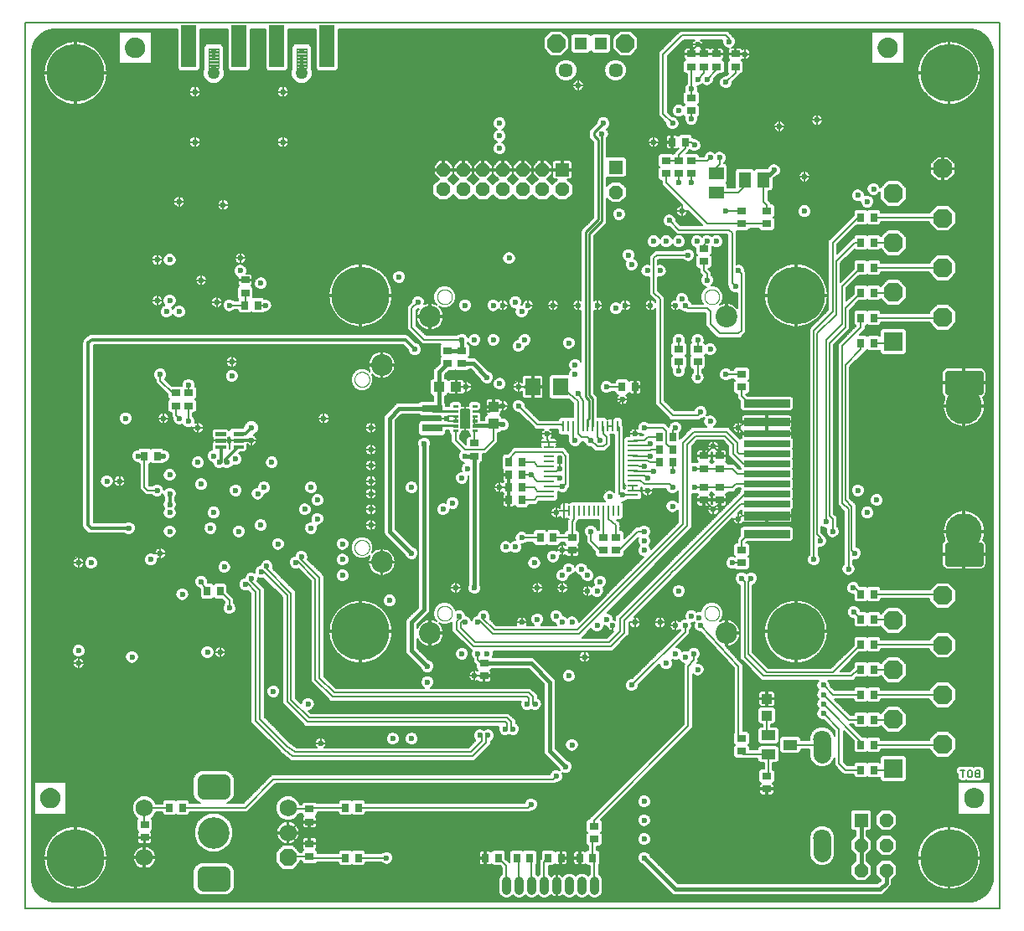
<source format=gbl>
G75*
%MOIN*%
%OFA0B0*%
%FSLAX25Y25*%
%IPPOS*%
%LPD*%
%AMOC8*
5,1,8,0,0,1.08239X$1,22.5*
%
%ADD10C,0.00600*%
%ADD11C,0.23000*%
%ADD12R,0.02756X0.03543*%
%ADD13C,0.00138*%
%ADD14C,0.05000*%
%ADD15C,0.00450*%
%ADD16R,0.06000X0.17000*%
%ADD17C,0.05709*%
%ADD18OC8,0.07087*%
%ADD19R,0.04921X0.04921*%
%ADD20R,0.07600X0.07600*%
%ADD21OC8,0.07600*%
%ADD22C,0.03937*%
%ADD23OC8,0.06890*%
%ADD24C,0.06890*%
%ADD25C,0.05118*%
%ADD26C,0.12598*%
%ADD27R,0.03543X0.02756*%
%ADD28C,0.00000*%
%ADD29C,0.08661*%
%ADD30C,0.03543*%
%ADD31C,0.07087*%
%ADD32C,0.07087*%
%ADD33R,0.05512X0.03937*%
%ADD34R,0.04331X0.03937*%
%ADD35C,0.00638*%
%ADD36C,0.02756*%
%ADD37R,0.05118X0.05906*%
%ADD38R,0.05906X0.05118*%
%ADD39R,0.07874X0.03150*%
%ADD40R,0.03937X0.04331*%
%ADD41C,0.00246*%
%ADD42C,0.00531*%
%ADD43R,0.05575X0.05575*%
%ADD44OC8,0.05575*%
%ADD45R,0.00984X0.04331*%
%ADD46R,0.04331X0.00984*%
%ADD47R,0.06299X0.07098*%
%ADD48C,0.00160*%
%ADD49C,0.00120*%
%ADD50C,0.02450*%
%ADD51C,0.14567*%
%ADD52C,0.02362*%
%ADD53C,0.01350*%
%ADD54C,0.00591*%
%ADD55C,0.01600*%
%ADD56C,0.01000*%
%ADD57C,0.00800*%
%ADD58C,0.01200*%
%ADD59C,0.01181*%
%ADD60C,0.00850*%
D10*
X0001300Y0001300D02*
X0388800Y0001300D01*
X0388800Y0353800D01*
X0001300Y0353800D01*
X0001300Y0001300D01*
X0006714Y0006687D02*
X0070606Y0006687D01*
X0069867Y0006993D02*
X0071359Y0006375D01*
X0081241Y0006375D01*
X0082733Y0006993D01*
X0083875Y0008135D01*
X0084493Y0009626D01*
X0084493Y0016359D01*
X0083875Y0017851D01*
X0082733Y0018993D01*
X0081241Y0019611D01*
X0071359Y0019611D01*
X0069867Y0018993D01*
X0068725Y0017851D01*
X0068107Y0016359D01*
X0068107Y0009626D01*
X0068725Y0008135D01*
X0069867Y0006993D01*
X0069575Y0007285D02*
X0006138Y0007285D01*
X0006204Y0007197D02*
X0005362Y0008321D01*
X0004689Y0009554D01*
X0004199Y0010870D01*
X0003900Y0012242D01*
X0003800Y0013643D01*
X0003800Y0341457D01*
X0003900Y0342858D01*
X0004199Y0344230D01*
X0004689Y0345546D01*
X0005362Y0346779D01*
X0006204Y0347903D01*
X0007197Y0348896D01*
X0008321Y0349738D01*
X0009554Y0350411D01*
X0010870Y0350901D01*
X0012242Y0351200D01*
X0013643Y0351300D01*
X0061800Y0351300D01*
X0061800Y0335429D01*
X0062679Y0334550D01*
X0069921Y0334550D01*
X0070800Y0335429D01*
X0070800Y0351300D01*
X0081800Y0351300D01*
X0081800Y0335429D01*
X0082679Y0334550D01*
X0089921Y0334550D01*
X0090800Y0335429D01*
X0090800Y0351300D01*
X0096800Y0351300D01*
X0096800Y0335429D01*
X0097679Y0334550D01*
X0104921Y0334550D01*
X0105800Y0335429D01*
X0105800Y0351300D01*
X0116800Y0351300D01*
X0116800Y0335429D01*
X0117679Y0334550D01*
X0124921Y0334550D01*
X0125800Y0335429D01*
X0125800Y0351300D01*
X0376457Y0351300D01*
X0377858Y0351200D01*
X0379230Y0350901D01*
X0380546Y0350411D01*
X0381779Y0349738D01*
X0382903Y0348896D01*
X0383896Y0347903D01*
X0384738Y0346779D01*
X0385411Y0345546D01*
X0385901Y0344230D01*
X0386200Y0342858D01*
X0386300Y0341457D01*
X0386300Y0013643D01*
X0386200Y0012242D01*
X0385901Y0010870D01*
X0385411Y0009554D01*
X0384738Y0008321D01*
X0383896Y0007197D01*
X0382903Y0006204D01*
X0381779Y0005362D01*
X0380546Y0004689D01*
X0379230Y0004199D01*
X0377858Y0003900D01*
X0376457Y0003800D01*
X0013643Y0003800D01*
X0012242Y0003900D01*
X0010870Y0004199D01*
X0009554Y0004689D01*
X0008321Y0005362D01*
X0007197Y0006204D01*
X0006204Y0007197D01*
X0005690Y0007884D02*
X0068976Y0007884D01*
X0068581Y0008482D02*
X0005275Y0008482D01*
X0004948Y0009081D02*
X0018220Y0009081D01*
X0018238Y0009075D02*
X0019451Y0008834D01*
X0020682Y0008713D01*
X0021000Y0008713D01*
X0021000Y0021000D01*
X0021600Y0021000D01*
X0021600Y0021600D01*
X0033887Y0021600D01*
X0033887Y0021918D01*
X0033766Y0023149D01*
X0033525Y0024362D01*
X0033166Y0025546D01*
X0032693Y0026688D01*
X0032110Y0027779D01*
X0031422Y0028807D01*
X0030638Y0029763D01*
X0029763Y0030638D01*
X0028807Y0031422D01*
X0027779Y0032110D01*
X0026688Y0032693D01*
X0025546Y0033166D01*
X0024362Y0033525D01*
X0023149Y0033766D01*
X0021918Y0033887D01*
X0021600Y0033887D01*
X0021600Y0021600D01*
X0021000Y0021600D01*
X0021000Y0033887D01*
X0020682Y0033887D01*
X0019451Y0033766D01*
X0018238Y0033525D01*
X0017054Y0033166D01*
X0015912Y0032693D01*
X0014821Y0032110D01*
X0013793Y0031422D01*
X0012837Y0030638D01*
X0011962Y0029763D01*
X0011178Y0028807D01*
X0010490Y0027779D01*
X0009907Y0026688D01*
X0009434Y0025546D01*
X0009075Y0024362D01*
X0008834Y0023149D01*
X0008713Y0021918D01*
X0008713Y0021600D01*
X0021000Y0021600D01*
X0021000Y0021000D01*
X0008713Y0021000D01*
X0008713Y0020682D01*
X0008834Y0019451D01*
X0009075Y0018238D01*
X0009434Y0017054D01*
X0009907Y0015912D01*
X0010490Y0014821D01*
X0011178Y0013793D01*
X0011962Y0012837D01*
X0012837Y0011962D01*
X0013793Y0011178D01*
X0014821Y0010490D01*
X0015912Y0009907D01*
X0017054Y0009434D01*
X0018238Y0009075D01*
X0016463Y0009679D02*
X0004643Y0009679D01*
X0004419Y0010278D02*
X0015219Y0010278D01*
X0014244Y0010876D02*
X0004197Y0010876D01*
X0004067Y0011475D02*
X0013431Y0011475D01*
X0012726Y0012073D02*
X0003937Y0012073D01*
X0003869Y0012672D02*
X0012127Y0012672D01*
X0011606Y0013270D02*
X0003827Y0013270D01*
X0003800Y0013869D02*
X0011127Y0013869D01*
X0010727Y0014467D02*
X0003800Y0014467D01*
X0003800Y0015066D02*
X0010360Y0015066D01*
X0010040Y0015664D02*
X0003800Y0015664D01*
X0003800Y0016263D02*
X0009762Y0016263D01*
X0009514Y0016861D02*
X0003800Y0016861D01*
X0003800Y0017460D02*
X0009311Y0017460D01*
X0009130Y0018058D02*
X0003800Y0018058D01*
X0003800Y0018657D02*
X0008992Y0018657D01*
X0008873Y0019255D02*
X0003800Y0019255D01*
X0003800Y0019854D02*
X0008794Y0019854D01*
X0008735Y0020452D02*
X0003800Y0020452D01*
X0003800Y0021051D02*
X0021000Y0021051D01*
X0021000Y0021649D02*
X0021600Y0021649D01*
X0021600Y0021051D02*
X0044217Y0021051D01*
X0044209Y0021101D02*
X0044320Y0020396D01*
X0044541Y0019718D01*
X0044865Y0019082D01*
X0045284Y0018505D01*
X0045788Y0018000D01*
X0046366Y0017581D01*
X0047001Y0017257D01*
X0047680Y0017037D01*
X0048384Y0016925D01*
X0048441Y0016925D01*
X0048441Y0021157D01*
X0049041Y0021157D01*
X0049041Y0016925D01*
X0049098Y0016925D01*
X0049802Y0017037D01*
X0050481Y0017257D01*
X0051116Y0017581D01*
X0051694Y0018000D01*
X0052198Y0018505D01*
X0052617Y0019082D01*
X0052941Y0019718D01*
X0053162Y0020396D01*
X0053273Y0021101D01*
X0053273Y0021157D01*
X0049041Y0021157D01*
X0049041Y0021757D01*
X0053273Y0021757D01*
X0053273Y0021814D01*
X0053162Y0022519D01*
X0052941Y0023197D01*
X0052617Y0023833D01*
X0052198Y0024410D01*
X0051694Y0024915D01*
X0051116Y0025334D01*
X0050481Y0025658D01*
X0049802Y0025878D01*
X0049098Y0025990D01*
X0049041Y0025990D01*
X0049041Y0021758D01*
X0048441Y0021758D01*
X0048441Y0025990D01*
X0048384Y0025990D01*
X0047680Y0025878D01*
X0047001Y0025658D01*
X0046366Y0025334D01*
X0045788Y0024915D01*
X0045284Y0024410D01*
X0044865Y0023833D01*
X0044541Y0023197D01*
X0044320Y0022519D01*
X0044209Y0021814D01*
X0044209Y0021757D01*
X0048441Y0021757D01*
X0048441Y0021157D01*
X0044209Y0021157D01*
X0044209Y0021101D01*
X0044311Y0020452D02*
X0033865Y0020452D01*
X0033887Y0020682D02*
X0033887Y0021000D01*
X0021600Y0021000D01*
X0021600Y0008713D01*
X0021918Y0008713D01*
X0023149Y0008834D01*
X0024362Y0009075D01*
X0025546Y0009434D01*
X0026688Y0009907D01*
X0027779Y0010490D01*
X0028807Y0011178D01*
X0029763Y0011962D01*
X0030638Y0012837D01*
X0031422Y0013793D01*
X0032110Y0014821D01*
X0032693Y0015912D01*
X0033166Y0017054D01*
X0033525Y0018238D01*
X0033766Y0019451D01*
X0033887Y0020682D01*
X0033806Y0019854D02*
X0044496Y0019854D01*
X0044776Y0019255D02*
X0033727Y0019255D01*
X0033608Y0018657D02*
X0045174Y0018657D01*
X0045730Y0018058D02*
X0033470Y0018058D01*
X0033289Y0017460D02*
X0046604Y0017460D01*
X0048441Y0017460D02*
X0049041Y0017460D01*
X0049041Y0018058D02*
X0048441Y0018058D01*
X0048441Y0018657D02*
X0049041Y0018657D01*
X0049041Y0019255D02*
X0048441Y0019255D01*
X0048441Y0019854D02*
X0049041Y0019854D01*
X0049041Y0020452D02*
X0048441Y0020452D01*
X0048441Y0021051D02*
X0049041Y0021051D01*
X0048741Y0021457D02*
X0048741Y0029307D01*
X0048742Y0029320D01*
X0048747Y0029333D01*
X0048754Y0029344D01*
X0048763Y0029353D01*
X0048774Y0029360D01*
X0048787Y0029365D01*
X0048800Y0029366D01*
X0049100Y0029430D02*
X0068633Y0029430D01*
X0068501Y0029749D02*
X0069688Y0026882D01*
X0071882Y0024688D01*
X0074749Y0023501D01*
X0077851Y0023501D01*
X0080718Y0024688D01*
X0082912Y0026882D01*
X0084099Y0029749D01*
X0084099Y0032851D01*
X0082912Y0035718D01*
X0080718Y0037912D01*
X0077851Y0039099D01*
X0074749Y0039099D01*
X0071882Y0037912D01*
X0069688Y0035718D01*
X0068501Y0032851D01*
X0068501Y0029749D01*
X0068501Y0030029D02*
X0051659Y0030029D01*
X0051659Y0029666D02*
X0051659Y0030887D01*
X0051585Y0031164D01*
X0051442Y0031412D01*
X0051239Y0031614D01*
X0051215Y0031628D01*
X0052072Y0032485D01*
X0052072Y0036483D01*
X0051573Y0036982D01*
X0052933Y0038341D01*
X0053348Y0039343D01*
X0055863Y0039343D01*
X0055863Y0038907D01*
X0056742Y0038028D01*
X0060740Y0038028D01*
X0061300Y0038588D01*
X0061860Y0038028D01*
X0065858Y0038028D01*
X0066737Y0038907D01*
X0066737Y0039500D01*
X0089546Y0039500D01*
X0090600Y0040554D01*
X0100796Y0050750D01*
X0212046Y0050750D01*
X0212414Y0051119D01*
X0213083Y0051119D01*
X0214069Y0051527D01*
X0214823Y0052281D01*
X0215231Y0053267D01*
X0215231Y0054333D01*
X0214852Y0055248D01*
X0215767Y0054869D01*
X0216833Y0054869D01*
X0217819Y0055277D01*
X0218573Y0056031D01*
X0218981Y0057017D01*
X0218981Y0058083D01*
X0218573Y0059069D01*
X0217819Y0059823D01*
X0216899Y0060204D01*
X0212350Y0064753D01*
X0212350Y0092253D01*
X0211003Y0093600D01*
X0203444Y0101159D01*
X0187376Y0101159D01*
X0187731Y0102017D01*
X0187731Y0103083D01*
X0187517Y0103600D01*
X0234918Y0103600D01*
X0240387Y0109069D01*
X0241500Y0110182D01*
X0241500Y0115182D01*
X0241531Y0115213D01*
X0241531Y0115050D01*
X0241531Y0114751D01*
X0241686Y0114174D01*
X0241985Y0113657D01*
X0242407Y0113235D01*
X0242924Y0112936D01*
X0243501Y0112781D01*
X0243800Y0112781D01*
X0244099Y0112781D01*
X0244676Y0112936D01*
X0245193Y0113235D01*
X0245615Y0113657D01*
X0245914Y0114174D01*
X0246068Y0114751D01*
X0246068Y0115050D01*
X0246068Y0115349D01*
X0245914Y0115926D01*
X0245615Y0116443D01*
X0245193Y0116865D01*
X0244676Y0117164D01*
X0244099Y0117318D01*
X0243800Y0117318D01*
X0243637Y0117318D01*
X0258903Y0132584D01*
X0262516Y0136197D01*
X0282781Y0156463D01*
X0282781Y0156300D01*
X0282781Y0156001D01*
X0282936Y0155424D01*
X0283235Y0154907D01*
X0283657Y0154485D01*
X0284174Y0154186D01*
X0284751Y0154031D01*
X0285050Y0154031D01*
X0285349Y0154031D01*
X0285926Y0154186D01*
X0286443Y0154485D01*
X0286861Y0154903D01*
X0286879Y0154892D01*
X0287176Y0154813D01*
X0296000Y0154813D01*
X0296000Y0157200D01*
X0296600Y0157200D01*
X0296600Y0157800D01*
X0306437Y0157800D01*
X0306437Y0159174D01*
X0306358Y0159471D01*
X0306204Y0159737D01*
X0306139Y0159802D01*
X0306850Y0160514D01*
X0306850Y0164086D01*
X0306636Y0164300D01*
X0306850Y0164514D01*
X0306850Y0168086D01*
X0306636Y0168300D01*
X0306850Y0168514D01*
X0306850Y0172086D01*
X0306636Y0172300D01*
X0306850Y0172514D01*
X0306850Y0176086D01*
X0306636Y0176300D01*
X0306850Y0176514D01*
X0306850Y0180086D01*
X0306636Y0180300D01*
X0306850Y0180514D01*
X0306850Y0184086D01*
X0306636Y0184300D01*
X0306850Y0184514D01*
X0306850Y0188086D01*
X0306308Y0188628D01*
X0306359Y0188717D01*
X0306437Y0189009D01*
X0306437Y0190000D01*
X0296600Y0190000D01*
X0296600Y0190600D01*
X0306437Y0190600D01*
X0306437Y0191591D01*
X0306359Y0191883D01*
X0306208Y0192145D01*
X0305995Y0192358D01*
X0305828Y0192454D01*
X0305987Y0192546D01*
X0306204Y0192763D01*
X0306358Y0193029D01*
X0306437Y0193326D01*
X0306437Y0194700D01*
X0296600Y0194700D01*
X0296600Y0195300D01*
X0296000Y0195300D01*
X0296000Y0197687D01*
X0287176Y0197687D01*
X0286879Y0197608D01*
X0286613Y0197454D01*
X0286396Y0197237D01*
X0286242Y0196971D01*
X0286163Y0196674D01*
X0286163Y0195300D01*
X0296000Y0195300D01*
X0296000Y0194700D01*
X0286163Y0194700D01*
X0286163Y0194527D01*
X0285926Y0194664D01*
X0285349Y0194818D01*
X0285050Y0194818D01*
X0284751Y0194818D01*
X0284174Y0194664D01*
X0283657Y0194365D01*
X0283235Y0193943D01*
X0282936Y0193426D01*
X0282781Y0192849D01*
X0282781Y0192550D01*
X0282781Y0192251D01*
X0282936Y0191674D01*
X0283235Y0191157D01*
X0283657Y0190735D01*
X0284174Y0190436D01*
X0284751Y0190281D01*
X0285050Y0190281D01*
X0285349Y0190281D01*
X0285926Y0190436D01*
X0286209Y0190600D01*
X0296000Y0190600D01*
X0296000Y0192587D01*
X0296000Y0194700D01*
X0296600Y0194700D01*
X0296600Y0190600D01*
X0296000Y0190600D01*
X0296000Y0190000D01*
X0286163Y0190000D01*
X0286163Y0189009D01*
X0286241Y0188717D01*
X0286292Y0188628D01*
X0285791Y0188127D01*
X0282281Y0191637D01*
X0281168Y0192750D01*
X0275253Y0192750D01*
X0275319Y0192777D01*
X0276073Y0193531D01*
X0276481Y0194517D01*
X0276481Y0195583D01*
X0276073Y0196569D01*
X0275319Y0197323D01*
X0274333Y0197731D01*
X0273267Y0197731D01*
X0272352Y0197352D01*
X0272731Y0198267D01*
X0272731Y0199333D01*
X0272323Y0200319D01*
X0271569Y0201073D01*
X0270583Y0201481D01*
X0269517Y0201481D01*
X0268531Y0201073D01*
X0267777Y0200319D01*
X0267417Y0199450D01*
X0259587Y0199450D01*
X0255600Y0203437D01*
X0255600Y0244546D01*
X0253100Y0247046D01*
X0253100Y0252438D01*
X0253267Y0252369D01*
X0254333Y0252369D01*
X0255319Y0252777D01*
X0256073Y0253531D01*
X0256481Y0254517D01*
X0256481Y0255583D01*
X0256073Y0256569D01*
X0255319Y0257323D01*
X0254333Y0257731D01*
X0253267Y0257731D01*
X0253100Y0257662D01*
X0253100Y0259304D01*
X0253296Y0259500D01*
X0263058Y0259500D01*
X0263531Y0259027D01*
X0264517Y0258619D01*
X0265583Y0258619D01*
X0266569Y0259027D01*
X0267323Y0259781D01*
X0267731Y0260767D01*
X0267731Y0261833D01*
X0267323Y0262819D01*
X0266569Y0263573D01*
X0265583Y0263981D01*
X0264517Y0263981D01*
X0263531Y0263573D01*
X0263058Y0263100D01*
X0251804Y0263100D01*
X0250554Y0261850D01*
X0249500Y0260796D01*
X0249500Y0257662D01*
X0249333Y0257731D01*
X0248267Y0257731D01*
X0247281Y0257323D01*
X0246527Y0256569D01*
X0246119Y0255583D01*
X0246119Y0254517D01*
X0246527Y0253531D01*
X0247281Y0252777D01*
X0248267Y0252369D01*
X0249333Y0252369D01*
X0249500Y0252438D01*
X0249500Y0245554D01*
X0252000Y0243054D01*
X0252000Y0242459D01*
X0251865Y0242693D01*
X0251443Y0243115D01*
X0250926Y0243414D01*
X0250349Y0243568D01*
X0250050Y0243568D01*
X0249751Y0243568D01*
X0249174Y0243414D01*
X0248657Y0243115D01*
X0248235Y0242693D01*
X0247936Y0242176D01*
X0247781Y0241599D01*
X0247781Y0241300D01*
X0247781Y0241001D01*
X0247936Y0240424D01*
X0248235Y0239907D01*
X0248657Y0239485D01*
X0249174Y0239186D01*
X0249751Y0239031D01*
X0250050Y0239031D01*
X0250349Y0239031D01*
X0250926Y0239186D01*
X0251443Y0239485D01*
X0251865Y0239907D01*
X0252000Y0240141D01*
X0252000Y0203437D01*
X0251900Y0203337D01*
X0251900Y0201763D01*
X0256900Y0196763D01*
X0258013Y0195650D01*
X0269587Y0195650D01*
X0270056Y0196119D01*
X0270583Y0196119D01*
X0271498Y0196498D01*
X0271119Y0195583D01*
X0271119Y0194517D01*
X0271527Y0193531D01*
X0272281Y0192777D01*
X0272347Y0192750D01*
X0266432Y0192750D01*
X0262213Y0188531D01*
X0261737Y0188055D01*
X0261737Y0190445D01*
X0262323Y0191031D01*
X0262731Y0192017D01*
X0262731Y0193083D01*
X0262323Y0194069D01*
X0261569Y0194823D01*
X0260583Y0195231D01*
X0259517Y0195231D01*
X0258531Y0194823D01*
X0257777Y0194069D01*
X0257369Y0193083D01*
X0257369Y0192777D01*
X0256850Y0193296D01*
X0255796Y0194350D01*
X0249542Y0194350D01*
X0249069Y0194823D01*
X0248083Y0195231D01*
X0247017Y0195231D01*
X0246031Y0194823D01*
X0245277Y0194069D01*
X0244869Y0193083D01*
X0244869Y0192052D01*
X0244676Y0192164D01*
X0244099Y0192318D01*
X0243800Y0192318D01*
X0243501Y0192318D01*
X0242924Y0192164D01*
X0242407Y0191865D01*
X0241985Y0191443D01*
X0241686Y0190926D01*
X0241531Y0190349D01*
X0241531Y0190050D01*
X0241531Y0189751D01*
X0241648Y0189316D01*
X0240246Y0189316D01*
X0239367Y0188437D01*
X0239367Y0170462D01*
X0239780Y0170050D01*
X0239780Y0169607D01*
X0239780Y0168972D01*
X0239854Y0168695D01*
X0239895Y0168623D01*
X0239854Y0168550D01*
X0239780Y0168274D01*
X0239780Y0168166D01*
X0239350Y0168344D01*
X0239350Y0193158D01*
X0238922Y0193586D01*
X0238922Y0195819D01*
X0238043Y0196698D01*
X0235816Y0196698D01*
X0235404Y0196285D01*
X0234961Y0196285D01*
X0234326Y0196285D01*
X0234050Y0196211D01*
X0233977Y0196169D01*
X0233905Y0196211D01*
X0233628Y0196285D01*
X0232993Y0196285D01*
X0232993Y0195843D01*
X0232993Y0196285D01*
X0232550Y0196285D01*
X0232138Y0196698D01*
X0229012Y0196698D01*
X0229012Y0197035D01*
X0228950Y0197097D01*
X0228950Y0204898D01*
X0227700Y0206148D01*
X0227700Y0239316D01*
X0227924Y0239186D01*
X0228501Y0239031D01*
X0228800Y0239031D01*
X0229099Y0239031D01*
X0229676Y0239186D01*
X0230193Y0239485D01*
X0230615Y0239907D01*
X0230914Y0240424D01*
X0231068Y0241001D01*
X0231068Y0241300D01*
X0231068Y0241599D01*
X0230914Y0242176D01*
X0230615Y0242693D01*
X0230193Y0243115D01*
X0229676Y0243414D01*
X0229099Y0243568D01*
X0228800Y0243568D01*
X0228501Y0243568D01*
X0227924Y0243414D01*
X0227700Y0243284D01*
X0227700Y0268952D01*
X0231572Y0272825D01*
X0232700Y0273952D01*
X0232700Y0283837D01*
X0234524Y0282013D01*
X0238076Y0282013D01*
X0240587Y0284524D01*
X0240587Y0288076D01*
X0238076Y0290587D01*
X0234524Y0290587D01*
X0232700Y0288763D01*
X0232700Y0292204D01*
X0232891Y0292013D01*
X0239709Y0292013D01*
X0240587Y0292891D01*
X0240587Y0299709D01*
X0239709Y0300587D01*
X0232891Y0300587D01*
X0232700Y0300396D01*
X0232700Y0303003D01*
X0232712Y0303015D01*
X0232712Y0307671D01*
X0233060Y0308019D01*
X0233468Y0309004D01*
X0233468Y0310071D01*
X0233060Y0311056D01*
X0232656Y0311460D01*
X0232819Y0311527D01*
X0233573Y0312281D01*
X0233981Y0313267D01*
X0233981Y0314333D01*
X0233573Y0315319D01*
X0232819Y0316073D01*
X0231833Y0316481D01*
X0230767Y0316481D01*
X0229781Y0316073D01*
X0229027Y0315319D01*
X0228619Y0314333D01*
X0228619Y0313841D01*
X0225625Y0310847D01*
X0225625Y0308003D01*
X0226753Y0306875D01*
X0227400Y0306228D01*
X0227400Y0276148D01*
X0222400Y0271148D01*
X0222400Y0243284D01*
X0222176Y0243414D01*
X0221599Y0243568D01*
X0221300Y0243568D01*
X0221001Y0243568D01*
X0220424Y0243414D01*
X0219907Y0243115D01*
X0219485Y0242693D01*
X0219186Y0242176D01*
X0219031Y0241599D01*
X0219031Y0241300D01*
X0219031Y0241001D01*
X0219186Y0240424D01*
X0219485Y0239907D01*
X0219907Y0239485D01*
X0220424Y0239186D01*
X0221001Y0239031D01*
X0221300Y0239031D01*
X0221599Y0239031D01*
X0222176Y0239186D01*
X0222400Y0239316D01*
X0222400Y0218883D01*
X0222323Y0219069D01*
X0221569Y0219823D01*
X0220583Y0220231D01*
X0219517Y0220231D01*
X0218531Y0219823D01*
X0217777Y0219069D01*
X0217369Y0218083D01*
X0217369Y0217017D01*
X0217777Y0216031D01*
X0218133Y0215675D01*
X0217777Y0215319D01*
X0217369Y0214333D01*
X0217369Y0213849D01*
X0210627Y0213849D01*
X0209749Y0212971D01*
X0209749Y0204629D01*
X0210627Y0203751D01*
X0217597Y0203751D01*
X0219382Y0202246D01*
X0219382Y0196698D01*
X0214163Y0196698D01*
X0213284Y0195819D01*
X0213284Y0195600D01*
X0205796Y0195600D01*
X0200231Y0201164D01*
X0200231Y0201833D01*
X0199823Y0202819D01*
X0199069Y0203573D01*
X0198083Y0203981D01*
X0197017Y0203981D01*
X0196031Y0203573D01*
X0195277Y0202819D01*
X0194869Y0201833D01*
X0194869Y0200767D01*
X0195277Y0199781D01*
X0196031Y0199027D01*
X0197017Y0198619D01*
X0197686Y0198619D01*
X0203250Y0193054D01*
X0204304Y0192000D01*
X0207641Y0192000D01*
X0207407Y0191865D01*
X0206985Y0191443D01*
X0206686Y0190926D01*
X0206531Y0190349D01*
X0206531Y0190050D01*
X0206531Y0189751D01*
X0206686Y0189174D01*
X0206985Y0188657D01*
X0207159Y0188483D01*
X0206983Y0188435D01*
X0206735Y0188292D01*
X0206532Y0188090D01*
X0206389Y0187842D01*
X0206315Y0187565D01*
X0206315Y0186930D01*
X0209568Y0186930D01*
X0212820Y0186930D01*
X0212820Y0187565D01*
X0212746Y0187842D01*
X0212603Y0188090D01*
X0212401Y0188292D01*
X0212153Y0188435D01*
X0211876Y0188509D01*
X0210468Y0188509D01*
X0210615Y0188657D01*
X0210914Y0189174D01*
X0211068Y0189751D01*
X0211068Y0190050D01*
X0211068Y0190349D01*
X0210914Y0190926D01*
X0210615Y0191443D01*
X0210193Y0191865D01*
X0209959Y0192000D01*
X0213284Y0192000D01*
X0213284Y0190246D01*
X0214163Y0189367D01*
X0217413Y0189367D01*
X0217413Y0188977D01*
X0217303Y0188418D01*
X0217413Y0188253D01*
X0217413Y0188191D01*
X0217369Y0188083D01*
X0217369Y0187017D01*
X0217777Y0186031D01*
X0218531Y0185277D01*
X0219517Y0184869D01*
X0220583Y0184869D01*
X0221569Y0185277D01*
X0222323Y0186031D01*
X0222724Y0187000D01*
X0223626Y0187000D01*
X0224027Y0186031D01*
X0224781Y0185277D01*
X0225767Y0184869D01*
X0226436Y0184869D01*
X0228054Y0183250D01*
X0232046Y0183250D01*
X0233100Y0184304D01*
X0234350Y0185554D01*
X0234350Y0189546D01*
X0234032Y0189864D01*
X0234050Y0189854D01*
X0234326Y0189780D01*
X0234961Y0189780D01*
X0234961Y0190222D01*
X0234961Y0190222D01*
X0234961Y0189780D01*
X0235404Y0189780D01*
X0235750Y0189433D01*
X0235750Y0166892D01*
X0235319Y0167323D01*
X0234333Y0167731D01*
X0233267Y0167731D01*
X0232281Y0167323D01*
X0231527Y0166569D01*
X0231119Y0165583D01*
X0231119Y0164517D01*
X0231527Y0163531D01*
X0231825Y0163233D01*
X0218494Y0163233D01*
X0218081Y0162820D01*
X0217639Y0162820D01*
X0217639Y0162378D01*
X0217639Y0162378D01*
X0217639Y0162820D01*
X0217003Y0162820D01*
X0216727Y0162746D01*
X0216654Y0162705D01*
X0216582Y0162746D01*
X0216305Y0162820D01*
X0215670Y0162820D01*
X0215035Y0162820D01*
X0214758Y0162746D01*
X0214510Y0162603D01*
X0214308Y0162401D01*
X0214165Y0162153D01*
X0214091Y0161876D01*
X0214091Y0160468D01*
X0213943Y0160615D01*
X0213426Y0160914D01*
X0212849Y0161068D01*
X0212550Y0161068D01*
X0212251Y0161068D01*
X0211674Y0160914D01*
X0211157Y0160615D01*
X0210735Y0160193D01*
X0210436Y0159676D01*
X0210281Y0159099D01*
X0210281Y0158800D01*
X0210281Y0158501D01*
X0210436Y0157924D01*
X0210735Y0157407D01*
X0211157Y0156985D01*
X0211674Y0156686D01*
X0212251Y0156531D01*
X0212550Y0156531D01*
X0212849Y0156531D01*
X0213426Y0156686D01*
X0213943Y0156985D01*
X0214117Y0157159D01*
X0214165Y0156983D01*
X0214308Y0156735D01*
X0214510Y0156532D01*
X0214758Y0156389D01*
X0215035Y0156315D01*
X0215670Y0156315D01*
X0215670Y0159568D01*
X0215670Y0162820D01*
X0215670Y0159568D01*
X0215670Y0159568D01*
X0213800Y0159568D01*
X0212550Y0158800D01*
X0212550Y0158800D01*
X0212550Y0161068D01*
X0212550Y0158800D01*
X0212550Y0156531D01*
X0212550Y0158800D01*
X0212550Y0158800D01*
X0212550Y0158800D01*
X0210281Y0158800D01*
X0212550Y0158800D01*
X0212550Y0158708D02*
X0212550Y0158708D01*
X0212550Y0158110D02*
X0212550Y0158110D01*
X0212550Y0157511D02*
X0212550Y0157511D01*
X0212550Y0156913D02*
X0212550Y0156913D01*
X0213819Y0156913D02*
X0214205Y0156913D01*
X0215670Y0156913D02*
X0215670Y0156913D01*
X0215670Y0156315D02*
X0216305Y0156315D01*
X0216582Y0156389D01*
X0216654Y0156431D01*
X0216727Y0156389D01*
X0217003Y0156315D01*
X0217474Y0156315D01*
X0217392Y0156187D01*
X0217000Y0155796D01*
X0217000Y0155581D01*
X0216883Y0155400D01*
X0217000Y0154858D01*
X0217000Y0151737D01*
X0216407Y0151737D01*
X0215528Y0150858D01*
X0215528Y0150600D01*
X0214237Y0150600D01*
X0214237Y0151193D01*
X0213358Y0152072D01*
X0209360Y0152072D01*
X0208800Y0151512D01*
X0208240Y0152072D01*
X0204242Y0152072D01*
X0203363Y0151193D01*
X0203363Y0150600D01*
X0200792Y0150600D01*
X0200319Y0151073D01*
X0199333Y0151481D01*
X0198267Y0151481D01*
X0197281Y0151073D01*
X0196527Y0150319D01*
X0196119Y0149333D01*
X0196119Y0148267D01*
X0196341Y0147731D01*
X0195767Y0147731D01*
X0194781Y0147323D01*
X0194425Y0146967D01*
X0194069Y0147323D01*
X0193083Y0147731D01*
X0192017Y0147731D01*
X0191031Y0147323D01*
X0190277Y0146569D01*
X0189869Y0145583D01*
X0189869Y0144517D01*
X0190277Y0143531D01*
X0191031Y0142777D01*
X0192017Y0142369D01*
X0193083Y0142369D01*
X0194069Y0142777D01*
X0194425Y0143133D01*
X0194781Y0142777D01*
X0195767Y0142369D01*
X0196833Y0142369D01*
X0197819Y0142777D01*
X0198573Y0143531D01*
X0198981Y0144517D01*
X0198981Y0145583D01*
X0198759Y0146119D01*
X0199333Y0146119D01*
X0200319Y0146527D01*
X0200792Y0147000D01*
X0203363Y0147000D01*
X0203363Y0146407D01*
X0204242Y0145528D01*
X0208240Y0145528D01*
X0208800Y0146088D01*
X0209360Y0145528D01*
X0213358Y0145528D01*
X0214237Y0146407D01*
X0214237Y0147000D01*
X0215528Y0147000D01*
X0215528Y0146860D01*
X0216385Y0146003D01*
X0216361Y0145989D01*
X0216158Y0145787D01*
X0216155Y0145781D01*
X0215926Y0145914D01*
X0215349Y0146068D01*
X0215050Y0146068D01*
X0214751Y0146068D01*
X0214174Y0145914D01*
X0213657Y0145615D01*
X0213235Y0145193D01*
X0212936Y0144676D01*
X0212781Y0144099D01*
X0212781Y0143800D01*
X0212781Y0143588D01*
X0211833Y0143981D01*
X0210767Y0143981D01*
X0209781Y0143573D01*
X0209027Y0142819D01*
X0208619Y0141833D01*
X0208619Y0140767D01*
X0209027Y0139781D01*
X0209781Y0139027D01*
X0210767Y0138619D01*
X0211833Y0138619D01*
X0212819Y0139027D01*
X0213573Y0139781D01*
X0213981Y0140767D01*
X0213981Y0141798D01*
X0214174Y0141686D01*
X0214751Y0141531D01*
X0215050Y0141531D01*
X0215349Y0141531D01*
X0215926Y0141686D01*
X0216104Y0141789D01*
X0216158Y0141695D01*
X0216361Y0141493D01*
X0216609Y0141350D01*
X0216885Y0141276D01*
X0218500Y0141276D01*
X0218500Y0143441D01*
X0217302Y0143441D01*
X0217318Y0143501D01*
X0217318Y0143800D01*
X0215050Y0143800D01*
X0218741Y0143800D01*
X0218800Y0143741D01*
X0219100Y0143746D02*
X0227559Y0143746D01*
X0228028Y0143276D02*
X0228028Y0141742D01*
X0228907Y0140863D01*
X0233693Y0140863D01*
X0233800Y0140970D01*
X0233907Y0140863D01*
X0238693Y0140863D01*
X0239572Y0141742D01*
X0239572Y0143276D01*
X0245215Y0148920D01*
X0244869Y0148083D01*
X0244869Y0147017D01*
X0245277Y0146031D01*
X0245633Y0145675D01*
X0245277Y0145319D01*
X0244869Y0144333D01*
X0244869Y0143267D01*
X0245277Y0142281D01*
X0246031Y0141527D01*
X0247017Y0141119D01*
X0247301Y0141119D01*
X0221481Y0115299D01*
X0221481Y0115583D01*
X0221073Y0116569D01*
X0220319Y0117323D01*
X0219333Y0117731D01*
X0218267Y0117731D01*
X0217281Y0117323D01*
X0216925Y0116967D01*
X0216569Y0117323D01*
X0215583Y0117731D01*
X0215231Y0117731D01*
X0215231Y0118083D01*
X0214823Y0119069D01*
X0214069Y0119823D01*
X0213083Y0120231D01*
X0212017Y0120231D01*
X0211031Y0119823D01*
X0210277Y0119069D01*
X0209869Y0118083D01*
X0209869Y0117017D01*
X0210277Y0116031D01*
X0211031Y0115277D01*
X0212017Y0114869D01*
X0212369Y0114869D01*
X0212369Y0114517D01*
X0212583Y0114000D01*
X0206503Y0114000D01*
X0206569Y0114027D01*
X0207323Y0114781D01*
X0207731Y0115767D01*
X0207731Y0116833D01*
X0207323Y0117819D01*
X0206569Y0118573D01*
X0205583Y0118981D01*
X0204517Y0118981D01*
X0203531Y0118573D01*
X0202777Y0117819D01*
X0202369Y0116833D01*
X0202369Y0115767D01*
X0202777Y0114781D01*
X0203531Y0114027D01*
X0203597Y0114000D01*
X0200813Y0114000D01*
X0200914Y0114174D01*
X0201068Y0114751D01*
X0201068Y0115050D01*
X0201068Y0115349D01*
X0200914Y0115926D01*
X0200615Y0116443D01*
X0200193Y0116865D01*
X0199676Y0117164D01*
X0199099Y0117318D01*
X0198800Y0117318D01*
X0198501Y0117318D01*
X0197924Y0117164D01*
X0197407Y0116865D01*
X0196985Y0116443D01*
X0196686Y0115926D01*
X0196531Y0115349D01*
X0196531Y0115050D01*
X0196531Y0114751D01*
X0196686Y0114174D01*
X0196787Y0114000D01*
X0188668Y0114000D01*
X0186183Y0116485D01*
X0186349Y0116885D01*
X0186349Y0117951D01*
X0185941Y0118937D01*
X0185187Y0119691D01*
X0184201Y0120099D01*
X0183135Y0120099D01*
X0182149Y0119691D01*
X0181395Y0118937D01*
X0180987Y0117951D01*
X0180987Y0117863D01*
X0180899Y0117863D01*
X0179913Y0117455D01*
X0179159Y0116701D01*
X0178800Y0115834D01*
X0178441Y0116701D01*
X0177687Y0117455D01*
X0176701Y0117863D01*
X0176613Y0117863D01*
X0176613Y0117951D01*
X0176205Y0118937D01*
X0175451Y0119691D01*
X0174465Y0120099D01*
X0173399Y0120099D01*
X0172525Y0119737D01*
X0171925Y0121184D01*
X0170673Y0122437D01*
X0169036Y0123115D01*
X0167265Y0123115D01*
X0165628Y0122437D01*
X0164376Y0121184D01*
X0163698Y0119548D01*
X0163698Y0117776D01*
X0164376Y0116140D01*
X0165000Y0115515D01*
X0164423Y0115809D01*
X0163612Y0116073D01*
X0162770Y0116206D01*
X0162643Y0116206D01*
X0162643Y0111088D01*
X0162043Y0111088D01*
X0162043Y0116206D01*
X0161917Y0116206D01*
X0161075Y0116073D01*
X0160263Y0115809D01*
X0159504Y0115422D01*
X0158814Y0114921D01*
X0158211Y0114318D01*
X0157709Y0113628D01*
X0157350Y0112923D01*
X0157350Y0114097D01*
X0162350Y0119097D01*
X0162350Y0184847D01*
X0162731Y0185767D01*
X0162731Y0186833D01*
X0162323Y0187819D01*
X0161569Y0188573D01*
X0160583Y0188981D01*
X0159517Y0188981D01*
X0158531Y0188573D01*
X0157777Y0187819D01*
X0157369Y0186833D01*
X0157369Y0185767D01*
X0157750Y0184847D01*
X0157750Y0121003D01*
X0154097Y0117350D01*
X0152750Y0116003D01*
X0152750Y0102847D01*
X0158646Y0096951D01*
X0159027Y0096031D01*
X0159781Y0095277D01*
X0160767Y0094869D01*
X0161833Y0094869D01*
X0162819Y0095277D01*
X0163573Y0096031D01*
X0163981Y0097017D01*
X0163981Y0098083D01*
X0163573Y0099069D01*
X0162819Y0099823D01*
X0161899Y0100204D01*
X0157350Y0104753D01*
X0157350Y0108654D01*
X0157709Y0107948D01*
X0158211Y0107259D01*
X0158814Y0106655D01*
X0159504Y0106154D01*
X0160263Y0105767D01*
X0161075Y0105503D01*
X0161917Y0105370D01*
X0162043Y0105370D01*
X0162043Y0110488D01*
X0162643Y0110488D01*
X0162643Y0105370D01*
X0162770Y0105370D01*
X0163612Y0105503D01*
X0164423Y0105767D01*
X0165183Y0106154D01*
X0165873Y0106655D01*
X0166476Y0107259D01*
X0166977Y0107948D01*
X0167364Y0108708D01*
X0167628Y0109519D01*
X0167761Y0110362D01*
X0167761Y0110488D01*
X0162643Y0110488D01*
X0162643Y0111088D01*
X0167761Y0111088D01*
X0167761Y0111215D01*
X0167628Y0112057D01*
X0167364Y0112868D01*
X0166977Y0113628D01*
X0166476Y0114318D01*
X0166103Y0114691D01*
X0167265Y0114209D01*
X0169036Y0114209D01*
X0170673Y0114887D01*
X0171100Y0115315D01*
X0171100Y0111432D01*
X0177819Y0104713D01*
X0178862Y0103670D01*
X0178619Y0103083D01*
X0178619Y0102017D01*
X0179027Y0101031D01*
X0179500Y0100558D01*
X0179500Y0099304D01*
X0180528Y0098276D01*
X0180528Y0096860D01*
X0181385Y0096003D01*
X0181361Y0095989D01*
X0181158Y0095787D01*
X0181155Y0095781D01*
X0180926Y0095914D01*
X0180349Y0096068D01*
X0180050Y0096068D01*
X0179751Y0096068D01*
X0179174Y0095914D01*
X0178657Y0095615D01*
X0178235Y0095193D01*
X0177936Y0094676D01*
X0177781Y0094099D01*
X0177781Y0093800D01*
X0177781Y0093501D01*
X0177936Y0092924D01*
X0178235Y0092407D01*
X0178657Y0091985D01*
X0179174Y0091686D01*
X0179751Y0091531D01*
X0180050Y0091531D01*
X0180349Y0091531D01*
X0180926Y0091686D01*
X0181104Y0091789D01*
X0181158Y0091695D01*
X0181361Y0091493D01*
X0181609Y0091350D01*
X0181885Y0091276D01*
X0183500Y0091276D01*
X0183500Y0093441D01*
X0182302Y0093441D01*
X0182318Y0093501D01*
X0182318Y0093800D01*
X0180050Y0093800D01*
X0183741Y0093800D01*
X0183800Y0093741D01*
X0184100Y0093471D02*
X0204627Y0093471D01*
X0205225Y0092872D02*
X0186659Y0092872D01*
X0186659Y0093441D02*
X0184100Y0093441D01*
X0184100Y0094041D01*
X0186659Y0094041D01*
X0186659Y0095262D01*
X0186585Y0095539D01*
X0186442Y0095787D01*
X0186239Y0095989D01*
X0186215Y0096003D01*
X0186771Y0096559D01*
X0201538Y0096559D01*
X0207750Y0090347D01*
X0207750Y0062847D01*
X0213646Y0056951D01*
X0213998Y0056102D01*
X0213083Y0056481D01*
X0212017Y0056481D01*
X0211031Y0056073D01*
X0210277Y0055319D01*
X0209876Y0054350D01*
X0099304Y0054350D01*
X0088054Y0043100D01*
X0081509Y0043100D01*
X0082733Y0043607D01*
X0083875Y0044749D01*
X0084493Y0046241D01*
X0084493Y0052974D01*
X0083875Y0054465D01*
X0082733Y0055607D01*
X0081241Y0056225D01*
X0071359Y0056225D01*
X0069867Y0055607D01*
X0068725Y0054465D01*
X0068107Y0052974D01*
X0068107Y0046241D01*
X0068725Y0044749D01*
X0069867Y0043607D01*
X0071091Y0043100D01*
X0066737Y0043100D01*
X0066737Y0043693D01*
X0065858Y0044572D01*
X0061860Y0044572D01*
X0061300Y0044012D01*
X0060740Y0044572D01*
X0056742Y0044572D01*
X0055863Y0043693D01*
X0055863Y0042943D01*
X0053348Y0042943D01*
X0052933Y0043944D01*
X0051542Y0045335D01*
X0049725Y0046087D01*
X0047757Y0046087D01*
X0045940Y0045335D01*
X0044549Y0043944D01*
X0043796Y0042126D01*
X0043796Y0040159D01*
X0044549Y0038341D01*
X0045940Y0036950D01*
X0045979Y0036934D01*
X0045528Y0036483D01*
X0045528Y0032485D01*
X0046385Y0031628D01*
X0046361Y0031614D01*
X0046158Y0031412D01*
X0046015Y0031164D01*
X0045941Y0030887D01*
X0045941Y0029666D01*
X0048500Y0029666D01*
X0048500Y0029066D01*
X0045941Y0029066D01*
X0045941Y0027845D01*
X0046015Y0027568D01*
X0046158Y0027320D01*
X0046361Y0027118D01*
X0046609Y0026975D01*
X0046885Y0026901D01*
X0048500Y0026901D01*
X0048500Y0029066D01*
X0049100Y0029066D01*
X0049100Y0029666D01*
X0051659Y0029666D01*
X0051659Y0029066D02*
X0049100Y0029066D01*
X0049100Y0026901D01*
X0050715Y0026901D01*
X0050991Y0026975D01*
X0051239Y0027118D01*
X0051442Y0027320D01*
X0051585Y0027568D01*
X0051659Y0027845D01*
X0051659Y0029066D01*
X0051659Y0028832D02*
X0068881Y0028832D01*
X0069129Y0028233D02*
X0051659Y0028233D01*
X0051603Y0027634D02*
X0069376Y0027634D01*
X0069624Y0027036D02*
X0051098Y0027036D01*
X0049923Y0025839D02*
X0070731Y0025839D01*
X0070133Y0026437D02*
X0032796Y0026437D01*
X0033044Y0025839D02*
X0047559Y0025839D01*
X0048441Y0025839D02*
X0049041Y0025839D01*
X0049041Y0025240D02*
X0048441Y0025240D01*
X0048441Y0024642D02*
X0049041Y0024642D01*
X0049041Y0024043D02*
X0048441Y0024043D01*
X0048441Y0023445D02*
X0049041Y0023445D01*
X0049041Y0022846D02*
X0048441Y0022846D01*
X0048441Y0022248D02*
X0049041Y0022248D01*
X0049041Y0021649D02*
X0100883Y0021649D01*
X0100883Y0021051D02*
X0053265Y0021051D01*
X0053171Y0020452D02*
X0100883Y0020452D01*
X0100883Y0019854D02*
X0052985Y0019854D01*
X0052706Y0019255D02*
X0070500Y0019255D01*
X0069531Y0018657D02*
X0052308Y0018657D01*
X0051751Y0018058D02*
X0068932Y0018058D01*
X0068563Y0017460D02*
X0050878Y0017460D01*
X0048441Y0021649D02*
X0033887Y0021649D01*
X0033855Y0022248D02*
X0044277Y0022248D01*
X0044427Y0022846D02*
X0033796Y0022846D01*
X0033707Y0023445D02*
X0044667Y0023445D01*
X0045018Y0024043D02*
X0033588Y0024043D01*
X0033440Y0024642D02*
X0045516Y0024642D01*
X0046237Y0025240D02*
X0033258Y0025240D01*
X0032507Y0027036D02*
X0046502Y0027036D01*
X0045997Y0027634D02*
X0032187Y0027634D01*
X0031806Y0028233D02*
X0045941Y0028233D01*
X0045941Y0028832D02*
X0031403Y0028832D01*
X0030911Y0029430D02*
X0048500Y0029430D01*
X0048500Y0028832D02*
X0049100Y0028832D01*
X0049100Y0028233D02*
X0048500Y0028233D01*
X0048500Y0027634D02*
X0049100Y0027634D01*
X0049100Y0027036D02*
X0048500Y0027036D01*
X0051245Y0025240D02*
X0071330Y0025240D01*
X0071994Y0024642D02*
X0051966Y0024642D01*
X0052464Y0024043D02*
X0073439Y0024043D01*
X0068501Y0030627D02*
X0051659Y0030627D01*
X0051549Y0031226D02*
X0068501Y0031226D01*
X0068501Y0031824D02*
X0051411Y0031824D01*
X0052009Y0032423D02*
X0068501Y0032423D01*
X0068571Y0033021D02*
X0052072Y0033021D01*
X0052072Y0033620D02*
X0068819Y0033620D01*
X0069067Y0034218D02*
X0052072Y0034218D01*
X0052072Y0034817D02*
X0069315Y0034817D01*
X0069563Y0035415D02*
X0052072Y0035415D01*
X0052072Y0036014D02*
X0069984Y0036014D01*
X0070582Y0036612D02*
X0051943Y0036612D01*
X0051802Y0037211D02*
X0071181Y0037211D01*
X0071779Y0037809D02*
X0052401Y0037809D01*
X0052960Y0038408D02*
X0056362Y0038408D01*
X0055863Y0039006D02*
X0053208Y0039006D01*
X0053243Y0043196D02*
X0055863Y0043196D01*
X0055964Y0043794D02*
X0052995Y0043794D01*
X0052484Y0044393D02*
X0056563Y0044393D01*
X0058740Y0041300D02*
X0058738Y0041278D01*
X0058734Y0041256D01*
X0058726Y0041235D01*
X0058715Y0041215D01*
X0058702Y0041197D01*
X0058686Y0041181D01*
X0058668Y0041168D01*
X0058648Y0041157D01*
X0058627Y0041149D01*
X0058605Y0041145D01*
X0058583Y0041143D01*
X0048741Y0041143D01*
X0048741Y0034543D01*
X0048742Y0034530D01*
X0048747Y0034517D01*
X0048754Y0034506D01*
X0048763Y0034497D01*
X0048774Y0034490D01*
X0048787Y0034485D01*
X0048800Y0034484D01*
X0045528Y0034218D02*
X0003800Y0034218D01*
X0003800Y0033620D02*
X0018714Y0033620D01*
X0016705Y0033021D02*
X0003800Y0033021D01*
X0003800Y0032423D02*
X0015407Y0032423D01*
X0014394Y0031824D02*
X0003800Y0031824D01*
X0003800Y0031226D02*
X0013553Y0031226D01*
X0012826Y0030627D02*
X0003800Y0030627D01*
X0003800Y0030029D02*
X0012227Y0030029D01*
X0011689Y0029430D02*
X0003800Y0029430D01*
X0003800Y0028832D02*
X0011197Y0028832D01*
X0010794Y0028233D02*
X0003800Y0028233D01*
X0003800Y0027634D02*
X0010413Y0027634D01*
X0010093Y0027036D02*
X0003800Y0027036D01*
X0003800Y0026437D02*
X0009804Y0026437D01*
X0009556Y0025839D02*
X0003800Y0025839D01*
X0003800Y0025240D02*
X0009342Y0025240D01*
X0009160Y0024642D02*
X0003800Y0024642D01*
X0003800Y0024043D02*
X0009012Y0024043D01*
X0008893Y0023445D02*
X0003800Y0023445D01*
X0003800Y0022846D02*
X0008804Y0022846D01*
X0008745Y0022248D02*
X0003800Y0022248D01*
X0003800Y0021649D02*
X0008713Y0021649D01*
X0021000Y0022248D02*
X0021600Y0022248D01*
X0021600Y0022846D02*
X0021000Y0022846D01*
X0021000Y0023445D02*
X0021600Y0023445D01*
X0021600Y0024043D02*
X0021000Y0024043D01*
X0021000Y0024642D02*
X0021600Y0024642D01*
X0021600Y0025240D02*
X0021000Y0025240D01*
X0021000Y0025839D02*
X0021600Y0025839D01*
X0021600Y0026437D02*
X0021000Y0026437D01*
X0021000Y0027036D02*
X0021600Y0027036D01*
X0021600Y0027634D02*
X0021000Y0027634D01*
X0021000Y0028233D02*
X0021600Y0028233D01*
X0021600Y0028832D02*
X0021000Y0028832D01*
X0021000Y0029430D02*
X0021600Y0029430D01*
X0021600Y0030029D02*
X0021000Y0030029D01*
X0021000Y0030627D02*
X0021600Y0030627D01*
X0021600Y0031226D02*
X0021000Y0031226D01*
X0021000Y0031824D02*
X0021600Y0031824D01*
X0021600Y0032423D02*
X0021000Y0032423D01*
X0021000Y0033021D02*
X0021600Y0033021D01*
X0021600Y0033620D02*
X0021000Y0033620D01*
X0023886Y0033620D02*
X0045528Y0033620D01*
X0045528Y0033021D02*
X0025895Y0033021D01*
X0027193Y0032423D02*
X0045591Y0032423D01*
X0046189Y0031824D02*
X0028206Y0031824D01*
X0029047Y0031226D02*
X0046051Y0031226D01*
X0045941Y0030627D02*
X0029774Y0030627D01*
X0030373Y0030029D02*
X0045941Y0030029D01*
X0045528Y0034817D02*
X0003800Y0034817D01*
X0003800Y0035415D02*
X0045528Y0035415D01*
X0045528Y0036014D02*
X0003800Y0036014D01*
X0003800Y0036612D02*
X0045657Y0036612D01*
X0045680Y0037211D02*
X0003800Y0037211D01*
X0003800Y0037809D02*
X0045081Y0037809D01*
X0044521Y0038408D02*
X0003800Y0038408D01*
X0003800Y0039006D02*
X0004844Y0039006D01*
X0004844Y0038917D02*
X0005167Y0038594D01*
X0005622Y0038594D01*
X0017433Y0038594D01*
X0017755Y0038917D01*
X0017755Y0051183D01*
X0017433Y0051505D01*
X0005167Y0051505D01*
X0004844Y0051183D01*
X0004844Y0038917D01*
X0004844Y0039605D02*
X0003800Y0039605D01*
X0003800Y0040203D02*
X0004844Y0040203D01*
X0004844Y0040802D02*
X0003800Y0040802D01*
X0003800Y0041400D02*
X0004844Y0041400D01*
X0004844Y0041999D02*
X0003800Y0041999D01*
X0003800Y0042597D02*
X0004844Y0042597D01*
X0004844Y0043196D02*
X0003800Y0043196D01*
X0003800Y0043794D02*
X0004844Y0043794D01*
X0004844Y0044393D02*
X0003800Y0044393D01*
X0003800Y0044991D02*
X0004844Y0044991D01*
X0004844Y0045590D02*
X0003800Y0045590D01*
X0003800Y0046188D02*
X0004844Y0046188D01*
X0004844Y0046787D02*
X0003800Y0046787D01*
X0003800Y0047385D02*
X0004844Y0047385D01*
X0004844Y0047984D02*
X0003800Y0047984D01*
X0003800Y0048582D02*
X0004844Y0048582D01*
X0004844Y0049181D02*
X0003800Y0049181D01*
X0003800Y0049779D02*
X0004844Y0049779D01*
X0004844Y0050378D02*
X0003800Y0050378D01*
X0003800Y0050976D02*
X0004844Y0050976D01*
X0003800Y0051575D02*
X0068107Y0051575D01*
X0068107Y0052173D02*
X0003800Y0052173D01*
X0003800Y0052772D02*
X0068107Y0052772D01*
X0068272Y0053370D02*
X0003800Y0053370D01*
X0003800Y0053969D02*
X0068519Y0053969D01*
X0068827Y0054568D02*
X0003800Y0054568D01*
X0003800Y0055166D02*
X0069426Y0055166D01*
X0070247Y0055765D02*
X0003800Y0055765D01*
X0003800Y0056363D02*
X0211732Y0056363D01*
X0210723Y0055765D02*
X0082353Y0055765D01*
X0083174Y0055166D02*
X0210214Y0055166D01*
X0209966Y0054568D02*
X0083773Y0054568D01*
X0084081Y0053969D02*
X0098923Y0053969D01*
X0098325Y0053370D02*
X0084328Y0053370D01*
X0084493Y0052772D02*
X0097726Y0052772D01*
X0097128Y0052173D02*
X0084493Y0052173D01*
X0084493Y0051575D02*
X0096529Y0051575D01*
X0095931Y0050976D02*
X0084493Y0050976D01*
X0084493Y0050378D02*
X0095332Y0050378D01*
X0094734Y0049779D02*
X0084493Y0049779D01*
X0084493Y0049181D02*
X0094135Y0049181D01*
X0093537Y0048582D02*
X0084493Y0048582D01*
X0084493Y0047984D02*
X0092938Y0047984D01*
X0092340Y0047385D02*
X0084493Y0047385D01*
X0084493Y0046787D02*
X0091741Y0046787D01*
X0091143Y0046188D02*
X0084471Y0046188D01*
X0084223Y0045590D02*
X0090544Y0045590D01*
X0089946Y0044991D02*
X0083975Y0044991D01*
X0083519Y0044393D02*
X0089347Y0044393D01*
X0088749Y0043794D02*
X0082920Y0043794D01*
X0081741Y0043196D02*
X0088150Y0043196D01*
X0088800Y0041300D02*
X0063859Y0041300D01*
X0066737Y0043196D02*
X0070859Y0043196D01*
X0069679Y0043794D02*
X0066636Y0043794D01*
X0066037Y0044393D02*
X0069081Y0044393D01*
X0068625Y0044991D02*
X0051885Y0044991D01*
X0050926Y0045590D02*
X0068377Y0045590D01*
X0068129Y0046188D02*
X0017755Y0046188D01*
X0017755Y0045590D02*
X0046556Y0045590D01*
X0045597Y0044991D02*
X0017755Y0044991D01*
X0017755Y0044393D02*
X0044998Y0044393D01*
X0044487Y0043794D02*
X0017755Y0043794D01*
X0017755Y0043196D02*
X0044239Y0043196D01*
X0043991Y0042597D02*
X0017755Y0042597D01*
X0017755Y0041999D02*
X0043796Y0041999D01*
X0043796Y0041400D02*
X0017755Y0041400D01*
X0017755Y0040802D02*
X0043796Y0040802D01*
X0043796Y0040203D02*
X0017755Y0040203D01*
X0017755Y0039605D02*
X0044026Y0039605D01*
X0044274Y0039006D02*
X0017755Y0039006D01*
X0017755Y0046787D02*
X0068107Y0046787D01*
X0068107Y0047385D02*
X0017755Y0047385D01*
X0017755Y0047984D02*
X0068107Y0047984D01*
X0068107Y0048582D02*
X0017755Y0048582D01*
X0017755Y0049181D02*
X0068107Y0049181D01*
X0068107Y0049779D02*
X0017755Y0049779D01*
X0017755Y0050378D02*
X0068107Y0050378D01*
X0068107Y0050976D02*
X0017755Y0050976D01*
X0003800Y0056962D02*
X0213636Y0056962D01*
X0213890Y0056363D02*
X0213368Y0056363D01*
X0213037Y0057560D02*
X0003800Y0057560D01*
X0003800Y0058159D02*
X0212439Y0058159D01*
X0211840Y0058757D02*
X0003800Y0058757D01*
X0003800Y0059356D02*
X0211242Y0059356D01*
X0210643Y0059954D02*
X0180022Y0059954D01*
X0179918Y0059850D02*
X0181031Y0060963D01*
X0186500Y0066432D01*
X0186500Y0067611D01*
X0186900Y0067777D01*
X0187654Y0068531D01*
X0188062Y0069517D01*
X0188062Y0070583D01*
X0187654Y0071569D01*
X0186900Y0072323D01*
X0185914Y0072731D01*
X0184848Y0072731D01*
X0183862Y0072323D01*
X0183800Y0072261D01*
X0183738Y0072323D01*
X0182752Y0072731D01*
X0181686Y0072731D01*
X0180700Y0072323D01*
X0179946Y0071569D01*
X0179538Y0070583D01*
X0179538Y0069517D01*
X0179946Y0068531D01*
X0180454Y0068023D01*
X0177682Y0065250D01*
X0120333Y0065250D01*
X0120615Y0065532D01*
X0120914Y0066049D01*
X0121068Y0066626D01*
X0121068Y0066925D01*
X0121068Y0067224D01*
X0120914Y0067801D01*
X0120615Y0068318D01*
X0120193Y0068740D01*
X0119676Y0069039D01*
X0119099Y0069193D01*
X0118800Y0069193D01*
X0118501Y0069193D01*
X0117924Y0069039D01*
X0117407Y0068740D01*
X0116985Y0068318D01*
X0116686Y0067801D01*
X0116531Y0067224D01*
X0116531Y0066925D01*
X0116531Y0066626D01*
X0116686Y0066049D01*
X0116985Y0065532D01*
X0117267Y0065250D01*
X0109320Y0065250D01*
X0106633Y0067286D01*
X0096500Y0077418D01*
X0096500Y0128668D01*
X0095387Y0129781D01*
X0093683Y0131485D01*
X0093849Y0131885D01*
X0093849Y0132832D01*
X0094649Y0132501D01*
X0095715Y0132501D01*
X0096115Y0132667D01*
X0103600Y0125182D01*
X0103600Y0082682D01*
X0111569Y0074713D01*
X0112682Y0073600D01*
X0189752Y0073600D01*
X0189538Y0073083D01*
X0189538Y0072017D01*
X0189946Y0071031D01*
X0190700Y0070277D01*
X0191686Y0069869D01*
X0192752Y0069869D01*
X0193738Y0070277D01*
X0193800Y0070339D01*
X0193862Y0070277D01*
X0194848Y0069869D01*
X0195914Y0069869D01*
X0196900Y0070277D01*
X0197654Y0071031D01*
X0198062Y0072017D01*
X0198062Y0073083D01*
X0197654Y0074069D01*
X0196900Y0074823D01*
X0196500Y0074989D01*
X0196500Y0076168D01*
X0193668Y0079000D01*
X0114918Y0079000D01*
X0114049Y0079869D01*
X0114333Y0079869D01*
X0115319Y0080277D01*
X0116073Y0081031D01*
X0116481Y0082017D01*
X0116481Y0083083D01*
X0116073Y0084069D01*
X0115319Y0084823D01*
X0114333Y0085231D01*
X0113267Y0085231D01*
X0112281Y0084823D01*
X0111527Y0084069D01*
X0111119Y0083083D01*
X0111119Y0082799D01*
X0109000Y0084918D01*
X0109000Y0127418D01*
X0107887Y0128531D01*
X0099933Y0136485D01*
X0100099Y0136885D01*
X0100099Y0137951D01*
X0099691Y0138937D01*
X0098937Y0139691D01*
X0097951Y0140099D01*
X0096885Y0140099D01*
X0095899Y0139691D01*
X0095145Y0138937D01*
X0094737Y0137951D01*
X0094737Y0137863D01*
X0094649Y0137863D01*
X0093663Y0137455D01*
X0092909Y0136701D01*
X0092501Y0135715D01*
X0092501Y0134768D01*
X0092501Y0134768D01*
X0091701Y0135099D01*
X0090635Y0135099D01*
X0089649Y0134691D01*
X0088895Y0133937D01*
X0088487Y0132951D01*
X0088487Y0132863D01*
X0088399Y0132863D01*
X0087413Y0132455D01*
X0086659Y0131701D01*
X0086251Y0130715D01*
X0086251Y0129649D01*
X0086659Y0128663D01*
X0087413Y0127909D01*
X0088399Y0127501D01*
X0089465Y0127501D01*
X0089865Y0127667D01*
X0091100Y0126432D01*
X0091100Y0075182D01*
X0102882Y0063399D01*
X0102890Y0063309D01*
X0103430Y0062851D01*
X0103932Y0062350D01*
X0104022Y0062350D01*
X0106381Y0060351D01*
X0106882Y0059850D01*
X0106972Y0059850D01*
X0107041Y0059792D01*
X0107747Y0059850D01*
X0179918Y0059850D01*
X0180621Y0060553D02*
X0210045Y0060553D01*
X0209446Y0061151D02*
X0181220Y0061151D01*
X0181818Y0061750D02*
X0208848Y0061750D01*
X0208249Y0062348D02*
X0182417Y0062348D01*
X0183015Y0062947D02*
X0207750Y0062947D01*
X0207750Y0063545D02*
X0183614Y0063545D01*
X0184212Y0064144D02*
X0207750Y0064144D01*
X0207750Y0064742D02*
X0184811Y0064742D01*
X0185409Y0065341D02*
X0207750Y0065341D01*
X0207750Y0065939D02*
X0186008Y0065939D01*
X0186500Y0066538D02*
X0207750Y0066538D01*
X0207750Y0067136D02*
X0186500Y0067136D01*
X0186798Y0067735D02*
X0207750Y0067735D01*
X0207750Y0068333D02*
X0187456Y0068333D01*
X0187820Y0068932D02*
X0207750Y0068932D01*
X0207750Y0069530D02*
X0188062Y0069530D01*
X0188062Y0070129D02*
X0191058Y0070129D01*
X0190250Y0070727D02*
X0188003Y0070727D01*
X0187755Y0071326D02*
X0189824Y0071326D01*
X0189576Y0071924D02*
X0187298Y0071924D01*
X0186417Y0072523D02*
X0189538Y0072523D01*
X0189554Y0073121D02*
X0100797Y0073121D01*
X0101396Y0072523D02*
X0181183Y0072523D01*
X0180302Y0071924D02*
X0101994Y0071924D01*
X0102593Y0071326D02*
X0146642Y0071326D01*
X0147017Y0071481D02*
X0146031Y0071073D01*
X0145277Y0070319D01*
X0144869Y0069333D01*
X0144869Y0068267D01*
X0145277Y0067281D01*
X0146031Y0066527D01*
X0147017Y0066119D01*
X0148083Y0066119D01*
X0149069Y0066527D01*
X0149823Y0067281D01*
X0150231Y0068267D01*
X0150231Y0069333D01*
X0149823Y0070319D01*
X0149069Y0071073D01*
X0148083Y0071481D01*
X0147017Y0071481D01*
X0148458Y0071326D02*
X0154142Y0071326D01*
X0154517Y0071481D02*
X0153531Y0071073D01*
X0152777Y0070319D01*
X0152369Y0069333D01*
X0152369Y0068267D01*
X0152777Y0067281D01*
X0153531Y0066527D01*
X0154517Y0066119D01*
X0155583Y0066119D01*
X0156569Y0066527D01*
X0157323Y0067281D01*
X0157731Y0068267D01*
X0157731Y0069333D01*
X0157323Y0070319D01*
X0156569Y0071073D01*
X0155583Y0071481D01*
X0154517Y0071481D01*
X0155958Y0071326D02*
X0179845Y0071326D01*
X0179597Y0070727D02*
X0156914Y0070727D01*
X0157402Y0070129D02*
X0179538Y0070129D01*
X0179538Y0069530D02*
X0157650Y0069530D01*
X0157731Y0068932D02*
X0179780Y0068932D01*
X0180144Y0068333D02*
X0157731Y0068333D01*
X0157511Y0067735D02*
X0180166Y0067735D01*
X0179568Y0067136D02*
X0157178Y0067136D01*
X0156579Y0066538D02*
X0178969Y0066538D01*
X0178371Y0065939D02*
X0120850Y0065939D01*
X0121045Y0066538D02*
X0146021Y0066538D01*
X0145422Y0067136D02*
X0121068Y0067136D01*
X0121068Y0066925D02*
X0118800Y0066925D01*
X0118800Y0066925D01*
X0118800Y0069193D01*
X0118800Y0066925D01*
X0118800Y0066925D01*
X0118800Y0066925D01*
X0116531Y0066925D01*
X0118800Y0066925D01*
X0121068Y0066925D01*
X0120932Y0067735D02*
X0145089Y0067735D01*
X0144869Y0068333D02*
X0120600Y0068333D01*
X0119861Y0068932D02*
X0144869Y0068932D01*
X0144950Y0069530D02*
X0104388Y0069530D01*
X0104987Y0068932D02*
X0117739Y0068932D01*
X0117000Y0068333D02*
X0105585Y0068333D01*
X0106184Y0067735D02*
X0116668Y0067735D01*
X0116531Y0067136D02*
X0106830Y0067136D01*
X0107620Y0066538D02*
X0116555Y0066538D01*
X0116750Y0065939D02*
X0108410Y0065939D01*
X0109200Y0065341D02*
X0117176Y0065341D01*
X0118800Y0067136D02*
X0118800Y0067136D01*
X0118800Y0067735D02*
X0118800Y0067735D01*
X0118800Y0068333D02*
X0118800Y0068333D01*
X0118800Y0068932D02*
X0118800Y0068932D01*
X0120424Y0065341D02*
X0177772Y0065341D01*
X0183255Y0072523D02*
X0184345Y0072523D01*
X0193380Y0070129D02*
X0194220Y0070129D01*
X0196542Y0070129D02*
X0207750Y0070129D01*
X0207750Y0070727D02*
X0197350Y0070727D01*
X0197776Y0071326D02*
X0207750Y0071326D01*
X0207750Y0071924D02*
X0198024Y0071924D01*
X0198062Y0072523D02*
X0207750Y0072523D01*
X0207750Y0073121D02*
X0198046Y0073121D01*
X0197799Y0073720D02*
X0207750Y0073720D01*
X0207750Y0074318D02*
X0197404Y0074318D01*
X0196673Y0074917D02*
X0207750Y0074917D01*
X0207750Y0075515D02*
X0196500Y0075515D01*
X0196500Y0076114D02*
X0207750Y0076114D01*
X0207750Y0076712D02*
X0195956Y0076712D01*
X0195357Y0077311D02*
X0207750Y0077311D01*
X0207750Y0077909D02*
X0194759Y0077909D01*
X0194160Y0078508D02*
X0207750Y0078508D01*
X0207750Y0079106D02*
X0114812Y0079106D01*
X0114213Y0079705D02*
X0207750Y0079705D01*
X0207750Y0080303D02*
X0205676Y0080303D01*
X0205650Y0080277D02*
X0206404Y0081031D01*
X0206812Y0082017D01*
X0206812Y0083083D01*
X0206404Y0084069D01*
X0205650Y0084823D01*
X0205250Y0084989D01*
X0205250Y0086168D01*
X0202418Y0089000D01*
X0162753Y0089000D01*
X0162819Y0089027D01*
X0163573Y0089781D01*
X0163981Y0090767D01*
X0163981Y0091833D01*
X0163573Y0092819D01*
X0162819Y0093573D01*
X0161833Y0093981D01*
X0160767Y0093981D01*
X0159781Y0093573D01*
X0159027Y0092819D01*
X0158619Y0091833D01*
X0158619Y0090767D01*
X0159027Y0089781D01*
X0159781Y0089027D01*
X0159847Y0089000D01*
X0124918Y0089000D01*
X0120250Y0093668D01*
X0120250Y0133668D01*
X0119137Y0134781D01*
X0113683Y0140235D01*
X0113849Y0140635D01*
X0113849Y0141701D01*
X0113441Y0142687D01*
X0112687Y0143441D01*
X0111701Y0143849D01*
X0110635Y0143849D01*
X0109649Y0143441D01*
X0108895Y0142687D01*
X0108487Y0141701D01*
X0108487Y0141613D01*
X0108399Y0141613D01*
X0107413Y0141205D01*
X0106659Y0140451D01*
X0106251Y0139465D01*
X0106251Y0138399D01*
X0106659Y0137413D01*
X0107413Y0136659D01*
X0108399Y0136251D01*
X0109465Y0136251D01*
X0109865Y0136417D01*
X0114850Y0131432D01*
X0114850Y0091432D01*
X0121569Y0084713D01*
X0122682Y0083600D01*
X0198502Y0083600D01*
X0198288Y0083083D01*
X0198288Y0082017D01*
X0198696Y0081031D01*
X0199450Y0080277D01*
X0200436Y0079869D01*
X0201502Y0079869D01*
X0202488Y0080277D01*
X0202550Y0080339D01*
X0202612Y0080277D01*
X0203598Y0079869D01*
X0204664Y0079869D01*
X0205650Y0080277D01*
X0206275Y0080902D02*
X0207750Y0080902D01*
X0207750Y0081501D02*
X0206598Y0081501D01*
X0206812Y0082099D02*
X0207750Y0082099D01*
X0207750Y0082698D02*
X0206812Y0082698D01*
X0206724Y0083296D02*
X0207750Y0083296D01*
X0207750Y0083895D02*
X0206476Y0083895D01*
X0205980Y0084493D02*
X0207750Y0084493D01*
X0207750Y0085092D02*
X0205250Y0085092D01*
X0205250Y0085690D02*
X0207750Y0085690D01*
X0207750Y0086289D02*
X0205130Y0086289D01*
X0204531Y0086887D02*
X0207750Y0086887D01*
X0207750Y0087486D02*
X0203933Y0087486D01*
X0203334Y0088084D02*
X0207750Y0088084D01*
X0207750Y0088683D02*
X0202736Y0088683D01*
X0205824Y0092274D02*
X0186659Y0092274D01*
X0186659Y0092220D02*
X0186659Y0093441D01*
X0186659Y0094069D02*
X0204028Y0094069D01*
X0203430Y0094668D02*
X0186659Y0094668D01*
X0186658Y0095266D02*
X0202831Y0095266D01*
X0202233Y0095865D02*
X0186364Y0095865D01*
X0186675Y0096463D02*
X0201634Y0096463D01*
X0205147Y0099456D02*
X0222457Y0099456D01*
X0222407Y0099485D02*
X0222924Y0099186D01*
X0223501Y0099031D01*
X0223800Y0099031D01*
X0224099Y0099031D01*
X0224676Y0099186D01*
X0225193Y0099485D01*
X0225615Y0099907D01*
X0225914Y0100424D01*
X0226068Y0101001D01*
X0226068Y0101300D01*
X0226068Y0101599D01*
X0225914Y0102176D01*
X0225615Y0102693D01*
X0225193Y0103115D01*
X0224676Y0103414D01*
X0224099Y0103568D01*
X0223800Y0103568D01*
X0223501Y0103568D01*
X0222924Y0103414D01*
X0222407Y0103115D01*
X0221985Y0102693D01*
X0221686Y0102176D01*
X0221531Y0101599D01*
X0221531Y0101300D01*
X0221531Y0101001D01*
X0221686Y0100424D01*
X0221985Y0099907D01*
X0222407Y0099485D01*
X0221900Y0100054D02*
X0204548Y0100054D01*
X0203950Y0100653D02*
X0221625Y0100653D01*
X0221531Y0101251D02*
X0187414Y0101251D01*
X0187662Y0101850D02*
X0221599Y0101850D01*
X0221531Y0101300D02*
X0223800Y0101300D01*
X0226068Y0101300D01*
X0223800Y0101300D01*
X0223800Y0101300D01*
X0223800Y0101300D01*
X0223800Y0103568D01*
X0223800Y0101300D01*
X0223800Y0099031D01*
X0223800Y0101300D01*
X0223800Y0101300D01*
X0223800Y0101300D01*
X0221531Y0101300D01*
X0221844Y0102448D02*
X0187731Y0102448D01*
X0187731Y0103047D02*
X0222339Y0103047D01*
X0223800Y0103047D02*
X0223800Y0103047D01*
X0223800Y0102448D02*
X0223800Y0102448D01*
X0223800Y0101850D02*
X0223800Y0101850D01*
X0223800Y0101251D02*
X0223800Y0101251D01*
X0223800Y0100653D02*
X0223800Y0100653D01*
X0223800Y0100054D02*
X0223800Y0100054D01*
X0223800Y0099456D02*
X0223800Y0099456D01*
X0225143Y0099456D02*
X0249410Y0099456D01*
X0248812Y0098857D02*
X0205745Y0098857D01*
X0206344Y0098259D02*
X0248213Y0098259D01*
X0247615Y0097660D02*
X0206942Y0097660D01*
X0207541Y0097062D02*
X0247016Y0097062D01*
X0246418Y0096463D02*
X0218126Y0096463D01*
X0218083Y0096481D02*
X0217017Y0096481D01*
X0216031Y0096073D01*
X0215277Y0095319D01*
X0214869Y0094333D01*
X0214869Y0093267D01*
X0215277Y0092281D01*
X0216031Y0091527D01*
X0217017Y0091119D01*
X0218083Y0091119D01*
X0219069Y0091527D01*
X0219823Y0092281D01*
X0220231Y0093267D01*
X0220231Y0094333D01*
X0219823Y0095319D01*
X0219069Y0096073D01*
X0218083Y0096481D01*
X0216974Y0096463D02*
X0208139Y0096463D01*
X0208738Y0095865D02*
X0215823Y0095865D01*
X0215255Y0095266D02*
X0209336Y0095266D01*
X0209935Y0094668D02*
X0215007Y0094668D01*
X0214869Y0094069D02*
X0210533Y0094069D01*
X0211132Y0093471D02*
X0214869Y0093471D01*
X0215032Y0092872D02*
X0211730Y0092872D01*
X0212329Y0092274D02*
X0215285Y0092274D01*
X0215883Y0091675D02*
X0212350Y0091675D01*
X0212350Y0091077D02*
X0240073Y0091077D01*
X0240277Y0091569D02*
X0239869Y0090583D01*
X0239869Y0089517D01*
X0240277Y0088531D01*
X0241031Y0087777D01*
X0242017Y0087369D01*
X0243083Y0087369D01*
X0244069Y0087777D01*
X0244823Y0088531D01*
X0245231Y0089517D01*
X0245231Y0090186D01*
X0253619Y0098573D01*
X0253619Y0098267D01*
X0254027Y0097281D01*
X0254781Y0096527D01*
X0255767Y0096119D01*
X0256833Y0096119D01*
X0257819Y0096527D01*
X0258573Y0097281D01*
X0258981Y0098267D01*
X0258981Y0099333D01*
X0258602Y0100248D01*
X0259517Y0099869D01*
X0260583Y0099869D01*
X0261358Y0100190D01*
X0261527Y0099781D01*
X0262281Y0099027D01*
X0263267Y0098619D01*
X0263573Y0098619D01*
X0263250Y0098296D01*
X0263250Y0098241D01*
X0263213Y0098200D01*
X0263250Y0097503D01*
X0263250Y0074546D01*
X0226804Y0038100D01*
X0225750Y0037046D01*
X0225750Y0036737D01*
X0225157Y0036737D01*
X0224278Y0035858D01*
X0224278Y0031860D01*
X0224838Y0031300D01*
X0224278Y0030740D01*
X0224278Y0026742D01*
X0225157Y0025863D01*
X0225184Y0025863D01*
X0225184Y0024572D01*
X0224985Y0024572D01*
X0224128Y0023715D01*
X0224114Y0023739D01*
X0223912Y0023942D01*
X0223664Y0024085D01*
X0223387Y0024159D01*
X0222166Y0024159D01*
X0222166Y0021600D01*
X0221566Y0021600D01*
X0221566Y0024159D01*
X0220345Y0024159D01*
X0220068Y0024085D01*
X0219820Y0023942D01*
X0219618Y0023739D01*
X0219475Y0023491D01*
X0219401Y0023215D01*
X0219401Y0021600D01*
X0221566Y0021600D01*
X0221566Y0021000D01*
X0222166Y0021000D01*
X0222166Y0018441D01*
X0223387Y0018441D01*
X0223664Y0018515D01*
X0223912Y0018658D01*
X0224114Y0018861D01*
X0224128Y0018885D01*
X0224985Y0018028D01*
X0225976Y0018028D01*
X0225976Y0014804D01*
X0225923Y0014782D01*
X0225276Y0014135D01*
X0224630Y0014782D01*
X0223427Y0015280D01*
X0222126Y0015280D01*
X0220923Y0014782D01*
X0220276Y0014135D01*
X0219630Y0014782D01*
X0218427Y0015280D01*
X0217126Y0015280D01*
X0215923Y0014782D01*
X0215003Y0013862D01*
X0214992Y0013836D01*
X0214599Y0014229D01*
X0214131Y0014542D01*
X0213610Y0014758D01*
X0213058Y0014868D01*
X0212969Y0014868D01*
X0212969Y0010429D01*
X0212584Y0010429D01*
X0212584Y0014868D01*
X0212495Y0014868D01*
X0211942Y0014758D01*
X0211422Y0014542D01*
X0210954Y0014229D01*
X0210561Y0013836D01*
X0210550Y0013862D01*
X0209630Y0014782D01*
X0209576Y0014804D01*
X0209576Y0018028D01*
X0211365Y0018028D01*
X0212222Y0018885D01*
X0212236Y0018861D01*
X0212438Y0018658D01*
X0212686Y0018515D01*
X0212963Y0018441D01*
X0214184Y0018441D01*
X0214184Y0021000D01*
X0214784Y0021000D01*
X0214784Y0018441D01*
X0216005Y0018441D01*
X0216282Y0018515D01*
X0216530Y0018658D01*
X0216732Y0018861D01*
X0216875Y0019109D01*
X0216949Y0019385D01*
X0216949Y0021000D01*
X0214784Y0021000D01*
X0214784Y0021600D01*
X0214184Y0021600D01*
X0214184Y0024159D01*
X0212963Y0024159D01*
X0212686Y0024085D01*
X0212438Y0023942D01*
X0212236Y0023739D01*
X0212222Y0023715D01*
X0211365Y0024572D01*
X0207367Y0024572D01*
X0206488Y0023693D01*
X0206488Y0020968D01*
X0205976Y0020456D01*
X0205976Y0014804D01*
X0205923Y0014782D01*
X0205276Y0014135D01*
X0204630Y0014782D01*
X0204576Y0014804D01*
X0204576Y0018621D01*
X0204862Y0018907D01*
X0204862Y0023693D01*
X0203983Y0024572D01*
X0199985Y0024572D01*
X0199425Y0024012D01*
X0198865Y0024572D01*
X0194867Y0024572D01*
X0193988Y0023693D01*
X0193988Y0019342D01*
X0193522Y0019808D01*
X0192362Y0020968D01*
X0192362Y0023693D01*
X0191483Y0024572D01*
X0187485Y0024572D01*
X0186628Y0023715D01*
X0186614Y0023739D01*
X0186412Y0023942D01*
X0186164Y0024085D01*
X0185887Y0024159D01*
X0184666Y0024159D01*
X0184666Y0021600D01*
X0184066Y0021600D01*
X0184066Y0024159D01*
X0182845Y0024159D01*
X0182568Y0024085D01*
X0182320Y0023942D01*
X0182118Y0023739D01*
X0181975Y0023491D01*
X0181901Y0023215D01*
X0181901Y0021600D01*
X0184066Y0021600D01*
X0184066Y0021000D01*
X0184666Y0021000D01*
X0184666Y0018441D01*
X0185887Y0018441D01*
X0186164Y0018515D01*
X0186412Y0018658D01*
X0186614Y0018861D01*
X0186628Y0018885D01*
X0187485Y0018028D01*
X0190210Y0018028D01*
X0190976Y0017262D01*
X0190976Y0014804D01*
X0190923Y0014782D01*
X0190003Y0013862D01*
X0189505Y0012659D01*
X0189505Y0007815D01*
X0190003Y0006612D01*
X0190923Y0005692D01*
X0192126Y0005194D01*
X0193427Y0005194D01*
X0194630Y0005692D01*
X0195276Y0006339D01*
X0195923Y0005692D01*
X0197126Y0005194D01*
X0198427Y0005194D01*
X0199630Y0005692D01*
X0200276Y0006339D01*
X0200923Y0005692D01*
X0202126Y0005194D01*
X0203427Y0005194D01*
X0204630Y0005692D01*
X0205276Y0006339D01*
X0205923Y0005692D01*
X0207126Y0005194D01*
X0208427Y0005194D01*
X0209630Y0005692D01*
X0210550Y0006612D01*
X0210561Y0006638D01*
X0210954Y0006245D01*
X0211422Y0005932D01*
X0211942Y0005716D01*
X0212495Y0005606D01*
X0212584Y0005606D01*
X0212584Y0010045D01*
X0212969Y0010045D01*
X0212969Y0005606D01*
X0213058Y0005606D01*
X0213610Y0005716D01*
X0214131Y0005932D01*
X0214599Y0006245D01*
X0214992Y0006638D01*
X0215003Y0006612D01*
X0215923Y0005692D01*
X0217126Y0005194D01*
X0218427Y0005194D01*
X0219630Y0005692D01*
X0220276Y0006339D01*
X0220923Y0005692D01*
X0222126Y0005194D01*
X0223427Y0005194D01*
X0224630Y0005692D01*
X0225276Y0006339D01*
X0225923Y0005692D01*
X0227126Y0005194D01*
X0228427Y0005194D01*
X0229630Y0005692D01*
X0230550Y0006612D01*
X0231048Y0007815D01*
X0231048Y0012659D01*
X0230550Y0013862D01*
X0229630Y0014782D01*
X0229576Y0014804D01*
X0229576Y0018621D01*
X0229862Y0018907D01*
X0229862Y0023693D01*
X0228983Y0024572D01*
X0228784Y0024572D01*
X0228784Y0025863D01*
X0229943Y0025863D01*
X0230822Y0026742D01*
X0230822Y0030740D01*
X0230262Y0031300D01*
X0230822Y0031860D01*
X0230822Y0035858D01*
X0230238Y0036442D01*
X0266850Y0073054D01*
X0266850Y0094458D01*
X0267281Y0094027D01*
X0268267Y0093619D01*
X0269333Y0093619D01*
X0270319Y0094027D01*
X0271073Y0094781D01*
X0271481Y0095767D01*
X0271481Y0096833D01*
X0271073Y0097819D01*
X0270319Y0098573D01*
X0269333Y0098981D01*
X0268777Y0098981D01*
X0269100Y0099304D01*
X0269100Y0099359D01*
X0269137Y0099400D01*
X0269100Y0100097D01*
X0269100Y0100558D01*
X0269573Y0101031D01*
X0269981Y0102017D01*
X0269981Y0103083D01*
X0269573Y0104069D01*
X0268819Y0104823D01*
X0267833Y0105231D01*
X0266767Y0105231D01*
X0265781Y0104823D01*
X0265027Y0104069D01*
X0264894Y0103749D01*
X0264333Y0103981D01*
X0263267Y0103981D01*
X0262492Y0103660D01*
X0262323Y0104069D01*
X0261569Y0104823D01*
X0260583Y0105231D01*
X0260277Y0105231D01*
X0264546Y0109500D01*
X0265600Y0110554D01*
X0265600Y0111808D01*
X0266073Y0112281D01*
X0266481Y0113267D01*
X0266481Y0114333D01*
X0266259Y0114869D01*
X0266833Y0114869D01*
X0267262Y0115046D01*
X0267546Y0114762D01*
X0267369Y0114333D01*
X0267369Y0113267D01*
X0267777Y0112281D01*
X0268531Y0111527D01*
X0269517Y0111119D01*
X0270075Y0111119D01*
X0283250Y0096846D01*
X0283250Y0071080D01*
X0283028Y0070858D01*
X0283028Y0066860D01*
X0283588Y0066300D01*
X0283028Y0065740D01*
X0283028Y0061742D01*
X0283907Y0060863D01*
X0286504Y0060863D01*
X0286682Y0060760D01*
X0292713Y0060760D01*
X0292713Y0059970D01*
X0293592Y0059091D01*
X0295169Y0059091D01*
X0295169Y0056737D01*
X0293907Y0056737D01*
X0293028Y0055858D01*
X0293028Y0051860D01*
X0293885Y0051003D01*
X0293861Y0050989D01*
X0293658Y0050787D01*
X0293515Y0050539D01*
X0293441Y0050262D01*
X0293441Y0049041D01*
X0296000Y0049041D01*
X0296000Y0048441D01*
X0293441Y0048441D01*
X0293441Y0047220D01*
X0293515Y0046943D01*
X0293658Y0046695D01*
X0293861Y0046493D01*
X0294109Y0046350D01*
X0294385Y0046276D01*
X0296000Y0046276D01*
X0296000Y0048441D01*
X0296600Y0048441D01*
X0296600Y0049041D01*
X0299159Y0049041D01*
X0299159Y0050262D01*
X0299085Y0050539D01*
X0298942Y0050787D01*
X0298739Y0050989D01*
X0298715Y0051003D01*
X0299572Y0051860D01*
X0299572Y0055858D01*
X0298769Y0056661D01*
X0298769Y0059091D01*
X0300347Y0059091D01*
X0301225Y0059970D01*
X0301225Y0065150D01*
X0300347Y0066028D01*
X0293592Y0066028D01*
X0292713Y0065150D01*
X0292713Y0064360D01*
X0289572Y0064360D01*
X0289572Y0065740D01*
X0289012Y0066300D01*
X0289572Y0066860D01*
X0289572Y0070858D01*
X0288693Y0071737D01*
X0286850Y0071737D01*
X0286850Y0097514D01*
X0286878Y0098223D01*
X0286850Y0098254D01*
X0286850Y0098296D01*
X0286348Y0098797D01*
X0279957Y0105721D01*
X0279957Y0110488D01*
X0280557Y0110488D01*
X0280557Y0111088D01*
X0285675Y0111088D01*
X0285675Y0111215D01*
X0285541Y0112057D01*
X0285278Y0112868D01*
X0284891Y0113628D01*
X0284389Y0114318D01*
X0283786Y0114921D01*
X0283096Y0115422D01*
X0282337Y0115809D01*
X0281525Y0116073D01*
X0280683Y0116206D01*
X0280557Y0116206D01*
X0280557Y0111088D01*
X0279957Y0111088D01*
X0279957Y0116206D01*
X0279830Y0116206D01*
X0278988Y0116073D01*
X0278177Y0115809D01*
X0277600Y0115515D01*
X0278224Y0116140D01*
X0278902Y0117776D01*
X0278902Y0119548D01*
X0278224Y0121184D01*
X0276972Y0122437D01*
X0275335Y0123115D01*
X0273564Y0123115D01*
X0271927Y0122437D01*
X0270675Y0121184D01*
X0269997Y0119548D01*
X0269997Y0119413D01*
X0269833Y0119481D01*
X0268767Y0119481D01*
X0268338Y0119304D01*
X0267819Y0119823D01*
X0266833Y0120231D01*
X0265767Y0120231D01*
X0264781Y0119823D01*
X0264027Y0119069D01*
X0263619Y0118083D01*
X0263619Y0117017D01*
X0263841Y0116481D01*
X0263267Y0116481D01*
X0262281Y0116073D01*
X0261633Y0115425D01*
X0261443Y0115615D01*
X0260926Y0115914D01*
X0260349Y0116068D01*
X0260050Y0116068D01*
X0259751Y0116068D01*
X0259174Y0115914D01*
X0258657Y0115615D01*
X0258235Y0115193D01*
X0257936Y0114676D01*
X0257781Y0114099D01*
X0257781Y0113800D01*
X0257781Y0113501D01*
X0257936Y0112924D01*
X0258235Y0112407D01*
X0258657Y0111985D01*
X0259174Y0111686D01*
X0259751Y0111531D01*
X0260050Y0111531D01*
X0260349Y0111531D01*
X0260926Y0111686D01*
X0261443Y0111985D01*
X0261633Y0112175D01*
X0261881Y0111927D01*
X0242686Y0092731D01*
X0242017Y0092731D01*
X0241031Y0092323D01*
X0240277Y0091569D01*
X0240384Y0091675D02*
X0219217Y0091675D01*
X0219815Y0092274D02*
X0240982Y0092274D01*
X0242827Y0092872D02*
X0220068Y0092872D01*
X0220231Y0093471D02*
X0243425Y0093471D01*
X0244024Y0094069D02*
X0220231Y0094069D01*
X0220093Y0094668D02*
X0244622Y0094668D01*
X0245221Y0095266D02*
X0219845Y0095266D01*
X0219277Y0095865D02*
X0245819Y0095865D01*
X0248516Y0093471D02*
X0263250Y0093471D01*
X0263250Y0094069D02*
X0249115Y0094069D01*
X0249713Y0094668D02*
X0263250Y0094668D01*
X0263250Y0095266D02*
X0250312Y0095266D01*
X0250910Y0095865D02*
X0263250Y0095865D01*
X0263250Y0096463D02*
X0257665Y0096463D01*
X0258353Y0097062D02*
X0263250Y0097062D01*
X0263242Y0097660D02*
X0258730Y0097660D01*
X0258978Y0098259D02*
X0263250Y0098259D01*
X0262691Y0098857D02*
X0258981Y0098857D01*
X0258930Y0099456D02*
X0261852Y0099456D01*
X0261414Y0100054D02*
X0261031Y0100054D01*
X0259069Y0100054D02*
X0258682Y0100054D01*
X0254935Y0096463D02*
X0251509Y0096463D01*
X0252107Y0097062D02*
X0254247Y0097062D01*
X0253870Y0097660D02*
X0252706Y0097660D01*
X0253304Y0098259D02*
X0253622Y0098259D01*
X0251206Y0101251D02*
X0226068Y0101251D01*
X0226001Y0101850D02*
X0251804Y0101850D01*
X0252403Y0102448D02*
X0225756Y0102448D01*
X0225261Y0103047D02*
X0253001Y0103047D01*
X0253600Y0103645D02*
X0234964Y0103645D01*
X0235562Y0104244D02*
X0254198Y0104244D01*
X0254797Y0104842D02*
X0236161Y0104842D01*
X0236759Y0105441D02*
X0255395Y0105441D01*
X0255994Y0106039D02*
X0237358Y0106039D01*
X0237956Y0106638D02*
X0256592Y0106638D01*
X0257191Y0107237D02*
X0238555Y0107237D01*
X0239153Y0107835D02*
X0257789Y0107835D01*
X0258388Y0108434D02*
X0239752Y0108434D01*
X0240350Y0109032D02*
X0258986Y0109032D01*
X0259585Y0109631D02*
X0240949Y0109631D01*
X0241500Y0110229D02*
X0260183Y0110229D01*
X0260782Y0110828D02*
X0241500Y0110828D01*
X0241500Y0111426D02*
X0261381Y0111426D01*
X0261483Y0112025D02*
X0261784Y0112025D01*
X0260050Y0112025D02*
X0260050Y0112025D01*
X0260050Y0111531D02*
X0260050Y0113800D01*
X0260050Y0113800D01*
X0260050Y0116068D01*
X0260050Y0113800D01*
X0260050Y0113800D01*
X0260050Y0113800D01*
X0257781Y0113800D01*
X0260050Y0113800D01*
X0260050Y0111531D01*
X0260050Y0112623D02*
X0260050Y0112623D01*
X0260050Y0113222D02*
X0260050Y0113222D01*
X0260050Y0113820D02*
X0260050Y0113820D01*
X0260050Y0114419D02*
X0260050Y0114419D01*
X0260050Y0115017D02*
X0260050Y0115017D01*
X0260050Y0115616D02*
X0260050Y0115616D01*
X0261442Y0115616D02*
X0261824Y0115616D01*
X0262622Y0116214D02*
X0255747Y0116214D01*
X0255615Y0116443D02*
X0255193Y0116865D01*
X0254676Y0117164D01*
X0254099Y0117318D01*
X0253800Y0117318D01*
X0253501Y0117318D01*
X0252924Y0117164D01*
X0252407Y0116865D01*
X0251985Y0116443D01*
X0251686Y0115926D01*
X0251531Y0115349D01*
X0251531Y0115050D01*
X0251531Y0114751D01*
X0251686Y0114174D01*
X0251985Y0113657D01*
X0252407Y0113235D01*
X0252924Y0112936D01*
X0253501Y0112781D01*
X0253800Y0112781D01*
X0254099Y0112781D01*
X0254676Y0112936D01*
X0255193Y0113235D01*
X0255615Y0113657D01*
X0255914Y0114174D01*
X0256068Y0114751D01*
X0256068Y0115050D01*
X0256068Y0115349D01*
X0255914Y0115926D01*
X0255615Y0116443D01*
X0255245Y0116813D02*
X0263703Y0116813D01*
X0263619Y0117411D02*
X0243730Y0117411D01*
X0243800Y0117318D02*
X0243800Y0115050D01*
X0243800Y0115050D01*
X0243800Y0117318D01*
X0243800Y0116813D02*
X0243800Y0116813D01*
X0243800Y0116214D02*
X0243800Y0116214D01*
X0243800Y0115616D02*
X0243800Y0115616D01*
X0243800Y0115050D02*
X0246068Y0115050D01*
X0243800Y0115050D01*
X0243800Y0115050D01*
X0243800Y0112781D01*
X0243800Y0115050D01*
X0243800Y0115050D01*
X0243800Y0115050D01*
X0241531Y0115050D01*
X0243800Y0115050D01*
X0243800Y0115017D02*
X0243800Y0115017D01*
X0243800Y0114419D02*
X0243800Y0114419D01*
X0243800Y0113820D02*
X0243800Y0113820D01*
X0243800Y0113222D02*
X0243800Y0113222D01*
X0245170Y0113222D02*
X0252430Y0113222D01*
X0251891Y0113820D02*
X0245709Y0113820D01*
X0245979Y0114419D02*
X0251621Y0114419D01*
X0251531Y0115017D02*
X0246068Y0115017D01*
X0245997Y0115616D02*
X0251603Y0115616D01*
X0251531Y0115050D02*
X0253800Y0115050D01*
X0256068Y0115050D01*
X0253800Y0115050D01*
X0253800Y0115050D01*
X0253800Y0115050D01*
X0253800Y0117318D01*
X0253800Y0115050D01*
X0253800Y0112781D01*
X0253800Y0115050D01*
X0253800Y0115050D01*
X0253800Y0115050D01*
X0251531Y0115050D01*
X0251853Y0116214D02*
X0245747Y0116214D01*
X0245245Y0116813D02*
X0252355Y0116813D01*
X0253800Y0116813D02*
X0253800Y0116813D01*
X0253800Y0116214D02*
X0253800Y0116214D01*
X0253800Y0115616D02*
X0253800Y0115616D01*
X0253800Y0115017D02*
X0253800Y0115017D01*
X0253800Y0114419D02*
X0253800Y0114419D01*
X0253800Y0113820D02*
X0253800Y0113820D01*
X0253800Y0113222D02*
X0253800Y0113222D01*
X0255170Y0113222D02*
X0257856Y0113222D01*
X0257781Y0113820D02*
X0255709Y0113820D01*
X0255979Y0114419D02*
X0257867Y0114419D01*
X0258133Y0115017D02*
X0256068Y0115017D01*
X0255997Y0115616D02*
X0258658Y0115616D01*
X0258110Y0112623D02*
X0241500Y0112623D01*
X0241500Y0112025D02*
X0258617Y0112025D01*
X0263800Y0111300D02*
X0263800Y0113800D01*
X0263800Y0111300D02*
X0242550Y0090050D01*
X0244376Y0088084D02*
X0263250Y0088084D01*
X0263250Y0087486D02*
X0243365Y0087486D01*
X0241735Y0087486D02*
X0212350Y0087486D01*
X0212350Y0088084D02*
X0240724Y0088084D01*
X0240214Y0088683D02*
X0212350Y0088683D01*
X0212350Y0089281D02*
X0239966Y0089281D01*
X0239869Y0089880D02*
X0212350Y0089880D01*
X0212350Y0090478D02*
X0239869Y0090478D01*
X0244886Y0088683D02*
X0263250Y0088683D01*
X0263250Y0089281D02*
X0245134Y0089281D01*
X0245231Y0089880D02*
X0263250Y0089880D01*
X0263250Y0090478D02*
X0245524Y0090478D01*
X0246122Y0091077D02*
X0263250Y0091077D01*
X0263250Y0091675D02*
X0246721Y0091675D01*
X0247319Y0092274D02*
X0263250Y0092274D01*
X0263250Y0092872D02*
X0247918Y0092872D01*
X0250009Y0100054D02*
X0225700Y0100054D01*
X0225975Y0100653D02*
X0250607Y0100653D01*
X0260487Y0105441D02*
X0275316Y0105441D01*
X0274764Y0106039D02*
X0261085Y0106039D01*
X0261684Y0106638D02*
X0274211Y0106638D01*
X0273659Y0107237D02*
X0262282Y0107237D01*
X0262881Y0107835D02*
X0273106Y0107835D01*
X0272554Y0108434D02*
X0263479Y0108434D01*
X0264078Y0109032D02*
X0272002Y0109032D01*
X0271449Y0109631D02*
X0264676Y0109631D01*
X0265275Y0110229D02*
X0270897Y0110229D01*
X0270344Y0110828D02*
X0265600Y0110828D01*
X0265600Y0111426D02*
X0268775Y0111426D01*
X0268034Y0112025D02*
X0265816Y0112025D01*
X0266215Y0112623D02*
X0267635Y0112623D01*
X0267388Y0113222D02*
X0266462Y0113222D01*
X0266481Y0113820D02*
X0267369Y0113820D01*
X0267404Y0114419D02*
X0266446Y0114419D01*
X0267191Y0115017D02*
X0267291Y0115017D01*
X0270050Y0113800D02*
X0285050Y0097550D01*
X0285050Y0070109D01*
X0286300Y0068859D01*
X0286850Y0071924D02*
X0292713Y0071924D01*
X0292713Y0071326D02*
X0289104Y0071326D01*
X0289572Y0070727D02*
X0292713Y0070727D01*
X0292713Y0070129D02*
X0289572Y0070129D01*
X0289572Y0069530D02*
X0292713Y0069530D01*
X0292713Y0068932D02*
X0289572Y0068932D01*
X0289572Y0068333D02*
X0292713Y0068333D01*
X0292713Y0067735D02*
X0289572Y0067735D01*
X0289572Y0067136D02*
X0293027Y0067136D01*
X0292713Y0067450D02*
X0293592Y0066572D01*
X0300347Y0066572D01*
X0301225Y0067450D01*
X0301225Y0072630D01*
X0300347Y0073509D01*
X0298100Y0073509D01*
X0298100Y0074485D01*
X0299087Y0074485D01*
X0299965Y0075364D01*
X0299965Y0080543D01*
X0299087Y0081422D01*
X0293513Y0081422D01*
X0292635Y0080543D01*
X0292635Y0075364D01*
X0293513Y0074485D01*
X0294500Y0074485D01*
X0294500Y0073509D01*
X0293592Y0073509D01*
X0292713Y0072630D01*
X0292713Y0067450D01*
X0293503Y0065939D02*
X0289373Y0065939D01*
X0289250Y0066538D02*
X0301375Y0066538D01*
X0301375Y0067136D02*
X0300911Y0067136D01*
X0301225Y0067735D02*
X0301375Y0067735D01*
X0301375Y0068333D02*
X0301225Y0068333D01*
X0301375Y0068890D02*
X0301375Y0063710D01*
X0302253Y0062831D01*
X0309008Y0062831D01*
X0309887Y0063710D01*
X0309887Y0064500D01*
X0313304Y0064500D01*
X0313304Y0061596D01*
X0314072Y0059742D01*
X0315490Y0058324D01*
X0317344Y0057556D01*
X0319350Y0057556D01*
X0321204Y0058324D01*
X0322623Y0059742D01*
X0323250Y0061257D01*
X0323250Y0058054D01*
X0325750Y0055554D01*
X0326804Y0054500D01*
X0330863Y0054500D01*
X0330863Y0053907D01*
X0331742Y0053028D01*
X0335740Y0053028D01*
X0336300Y0053588D01*
X0336860Y0053028D01*
X0340858Y0053028D01*
X0341315Y0053485D01*
X0341315Y0052351D01*
X0342194Y0051472D01*
X0351036Y0051472D01*
X0351915Y0052351D01*
X0351915Y0061194D01*
X0351036Y0062072D01*
X0342194Y0062072D01*
X0341315Y0061194D01*
X0341315Y0059115D01*
X0340858Y0059572D01*
X0336860Y0059572D01*
X0336300Y0059012D01*
X0335740Y0059572D01*
X0331742Y0059572D01*
X0330863Y0058693D01*
X0330863Y0058100D01*
X0328296Y0058100D01*
X0326850Y0059546D01*
X0326850Y0071954D01*
X0330863Y0067941D01*
X0330863Y0063907D01*
X0331742Y0063028D01*
X0335740Y0063028D01*
X0336300Y0063588D01*
X0336860Y0063028D01*
X0340858Y0063028D01*
X0341737Y0063907D01*
X0341737Y0064500D01*
X0361000Y0064500D01*
X0361000Y0064420D01*
X0364105Y0061315D01*
X0368495Y0061315D01*
X0371600Y0064420D01*
X0371600Y0068810D01*
X0368495Y0071915D01*
X0364105Y0071915D01*
X0361000Y0068810D01*
X0361000Y0068100D01*
X0341737Y0068100D01*
X0341737Y0068693D01*
X0340858Y0069572D01*
X0336860Y0069572D01*
X0336300Y0069012D01*
X0335740Y0069572D01*
X0334324Y0069572D01*
X0329396Y0074500D01*
X0330863Y0074500D01*
X0330863Y0073907D01*
X0331742Y0073028D01*
X0335740Y0073028D01*
X0336300Y0073588D01*
X0336860Y0073028D01*
X0340858Y0073028D01*
X0341704Y0073874D01*
X0344420Y0071157D01*
X0348810Y0071157D01*
X0351915Y0074262D01*
X0351915Y0078653D01*
X0348810Y0081757D01*
X0344420Y0081757D01*
X0341546Y0078884D01*
X0340858Y0079572D01*
X0336860Y0079572D01*
X0336300Y0079012D01*
X0335740Y0079572D01*
X0331742Y0079572D01*
X0330863Y0078693D01*
X0330863Y0078100D01*
X0329546Y0078100D01*
X0323146Y0084500D01*
X0330863Y0084500D01*
X0330863Y0083907D01*
X0331742Y0083028D01*
X0335740Y0083028D01*
X0336300Y0083588D01*
X0336860Y0083028D01*
X0340858Y0083028D01*
X0341737Y0083907D01*
X0341737Y0084500D01*
X0361000Y0084500D01*
X0361000Y0084105D01*
X0364105Y0081000D01*
X0368495Y0081000D01*
X0371600Y0084105D01*
X0371600Y0088495D01*
X0368495Y0091600D01*
X0364105Y0091600D01*
X0361000Y0088495D01*
X0361000Y0088100D01*
X0341737Y0088100D01*
X0341737Y0088693D01*
X0340858Y0089572D01*
X0336860Y0089572D01*
X0336300Y0089012D01*
X0335740Y0089572D01*
X0331742Y0089572D01*
X0330863Y0088693D01*
X0330863Y0088100D01*
X0323296Y0088100D01*
X0321481Y0089914D01*
X0321481Y0090583D01*
X0321073Y0091569D01*
X0320642Y0092000D01*
X0330796Y0092000D01*
X0331824Y0093028D01*
X0335740Y0093028D01*
X0336300Y0093588D01*
X0336860Y0093028D01*
X0340858Y0093028D01*
X0341546Y0093716D01*
X0344420Y0090843D01*
X0348810Y0090843D01*
X0351915Y0093947D01*
X0351915Y0098338D01*
X0348810Y0101443D01*
X0344420Y0101443D01*
X0341704Y0098726D01*
X0340858Y0099572D01*
X0336860Y0099572D01*
X0336300Y0099012D01*
X0335740Y0099572D01*
X0331742Y0099572D01*
X0330863Y0098693D01*
X0330863Y0097159D01*
X0329304Y0095600D01*
X0325587Y0095600D01*
X0333015Y0103028D01*
X0335740Y0103028D01*
X0336300Y0103588D01*
X0336860Y0103028D01*
X0340858Y0103028D01*
X0341737Y0103907D01*
X0341737Y0104500D01*
X0361000Y0104500D01*
X0361000Y0103790D01*
X0364105Y0100685D01*
X0368495Y0100685D01*
X0371600Y0103790D01*
X0371600Y0108180D01*
X0368495Y0111285D01*
X0364105Y0111285D01*
X0361000Y0108180D01*
X0361000Y0108100D01*
X0341737Y0108100D01*
X0341737Y0108693D01*
X0340858Y0109572D01*
X0336860Y0109572D01*
X0336300Y0109012D01*
X0335740Y0109572D01*
X0331742Y0109572D01*
X0330863Y0108693D01*
X0330863Y0105968D01*
X0321745Y0096850D01*
X0297046Y0096850D01*
X0290600Y0103296D01*
X0290600Y0129876D01*
X0291569Y0130277D01*
X0292323Y0131031D01*
X0292731Y0132017D01*
X0292731Y0133083D01*
X0292323Y0134069D01*
X0291569Y0134823D01*
X0290583Y0135231D01*
X0289517Y0135231D01*
X0288531Y0134823D01*
X0288175Y0134467D01*
X0287819Y0134823D01*
X0286833Y0135231D01*
X0285767Y0135231D01*
X0284781Y0134823D01*
X0284027Y0134069D01*
X0283619Y0133083D01*
X0283619Y0132017D01*
X0284027Y0131031D01*
X0284781Y0130277D01*
X0285750Y0129876D01*
X0285750Y0100554D01*
X0286804Y0099500D01*
X0294304Y0092000D01*
X0316958Y0092000D01*
X0316527Y0091569D01*
X0316119Y0090583D01*
X0316119Y0089517D01*
X0316527Y0088531D01*
X0316883Y0088175D01*
X0316527Y0087819D01*
X0316119Y0086833D01*
X0316119Y0085767D01*
X0316527Y0084781D01*
X0316883Y0084425D01*
X0316527Y0084069D01*
X0316119Y0083083D01*
X0316119Y0082017D01*
X0316527Y0081031D01*
X0316883Y0080675D01*
X0316527Y0080319D01*
X0316119Y0079333D01*
X0316119Y0078267D01*
X0316527Y0077281D01*
X0317281Y0076527D01*
X0318267Y0076119D01*
X0318936Y0076119D01*
X0323250Y0071804D01*
X0323250Y0069847D01*
X0322623Y0071362D01*
X0321204Y0072780D01*
X0319350Y0073548D01*
X0317344Y0073548D01*
X0315490Y0072780D01*
X0314072Y0071362D01*
X0313304Y0069508D01*
X0313304Y0068100D01*
X0309887Y0068100D01*
X0309887Y0068890D01*
X0309008Y0069768D01*
X0302253Y0069768D01*
X0301375Y0068890D01*
X0301417Y0068932D02*
X0301225Y0068932D01*
X0301225Y0069530D02*
X0302015Y0069530D01*
X0301225Y0070129D02*
X0313561Y0070129D01*
X0313809Y0070727D02*
X0301225Y0070727D01*
X0301225Y0071326D02*
X0314057Y0071326D01*
X0314635Y0071924D02*
X0301225Y0071924D01*
X0301225Y0072523D02*
X0315233Y0072523D01*
X0316314Y0073121D02*
X0300734Y0073121D01*
X0299519Y0074917D02*
X0320138Y0074917D01*
X0320736Y0074318D02*
X0298100Y0074318D01*
X0298100Y0073720D02*
X0321335Y0073720D01*
X0321933Y0073121D02*
X0320380Y0073121D01*
X0321461Y0072523D02*
X0322532Y0072523D01*
X0322060Y0071924D02*
X0323130Y0071924D01*
X0323250Y0071326D02*
X0322638Y0071326D01*
X0322885Y0070727D02*
X0323250Y0070727D01*
X0323250Y0070129D02*
X0323133Y0070129D01*
X0325050Y0072550D02*
X0325050Y0058800D01*
X0327550Y0056300D01*
X0333741Y0056300D01*
X0330863Y0058159D02*
X0328237Y0058159D01*
X0327638Y0058757D02*
X0330927Y0058757D01*
X0331526Y0059356D02*
X0327040Y0059356D01*
X0326850Y0059954D02*
X0341315Y0059954D01*
X0341315Y0059356D02*
X0341074Y0059356D01*
X0341315Y0060553D02*
X0326850Y0060553D01*
X0326850Y0061151D02*
X0341315Y0061151D01*
X0341871Y0061750D02*
X0326850Y0061750D01*
X0326850Y0062348D02*
X0363071Y0062348D01*
X0362473Y0062947D02*
X0326850Y0062947D01*
X0326850Y0063545D02*
X0331225Y0063545D01*
X0330863Y0064144D02*
X0326850Y0064144D01*
X0326850Y0064742D02*
X0330863Y0064742D01*
X0330863Y0065341D02*
X0326850Y0065341D01*
X0326850Y0065939D02*
X0330863Y0065939D01*
X0330863Y0066538D02*
X0326850Y0066538D01*
X0326850Y0067136D02*
X0330863Y0067136D01*
X0330863Y0067735D02*
X0326850Y0067735D01*
X0326850Y0068333D02*
X0330471Y0068333D01*
X0329873Y0068932D02*
X0326850Y0068932D01*
X0326850Y0069530D02*
X0329274Y0069530D01*
X0328676Y0070129D02*
X0326850Y0070129D01*
X0326850Y0070727D02*
X0328077Y0070727D01*
X0327479Y0071326D02*
X0326850Y0071326D01*
X0326850Y0071924D02*
X0326880Y0071924D01*
X0325050Y0072550D02*
X0318800Y0078800D01*
X0316273Y0079705D02*
X0299965Y0079705D01*
X0299965Y0080303D02*
X0316521Y0080303D01*
X0316656Y0080902D02*
X0299607Y0080902D01*
X0299133Y0081808D02*
X0299335Y0082010D01*
X0299479Y0082258D01*
X0299553Y0082535D01*
X0299553Y0084346D01*
X0296600Y0084346D01*
X0296600Y0081591D01*
X0298609Y0081591D01*
X0298885Y0081665D01*
X0299133Y0081808D01*
X0299387Y0082099D02*
X0316119Y0082099D01*
X0316119Y0082698D02*
X0299553Y0082698D01*
X0299553Y0083296D02*
X0316207Y0083296D01*
X0316455Y0083895D02*
X0299553Y0083895D01*
X0299553Y0084946D02*
X0299553Y0086758D01*
X0299479Y0087035D01*
X0299335Y0087283D01*
X0299133Y0087485D01*
X0298885Y0087628D01*
X0298609Y0087702D01*
X0296600Y0087702D01*
X0296600Y0084946D01*
X0299553Y0084946D01*
X0299553Y0085092D02*
X0316399Y0085092D01*
X0316151Y0085690D02*
X0299553Y0085690D01*
X0299553Y0086289D02*
X0316119Y0086289D01*
X0316141Y0086887D02*
X0299518Y0086887D01*
X0299132Y0087486D02*
X0316389Y0087486D01*
X0316792Y0088084D02*
X0286850Y0088084D01*
X0286850Y0087486D02*
X0293468Y0087486D01*
X0293467Y0087485D02*
X0293265Y0087283D01*
X0293121Y0087035D01*
X0293047Y0086758D01*
X0293047Y0084946D01*
X0296000Y0084946D01*
X0296000Y0084346D01*
X0296600Y0084346D01*
X0296600Y0084946D01*
X0296000Y0084946D01*
X0296000Y0087702D01*
X0293991Y0087702D01*
X0293715Y0087628D01*
X0293467Y0087485D01*
X0293082Y0086887D02*
X0286850Y0086887D01*
X0286850Y0086289D02*
X0293047Y0086289D01*
X0293047Y0085690D02*
X0286850Y0085690D01*
X0286850Y0085092D02*
X0293047Y0085092D01*
X0293047Y0084346D02*
X0293047Y0082535D01*
X0293121Y0082258D01*
X0293265Y0082010D01*
X0293467Y0081808D01*
X0293715Y0081665D01*
X0293991Y0081591D01*
X0296000Y0081591D01*
X0296000Y0084346D01*
X0293047Y0084346D01*
X0293047Y0083895D02*
X0286850Y0083895D01*
X0286850Y0084493D02*
X0296000Y0084493D01*
X0296000Y0083895D02*
X0296600Y0083895D01*
X0296600Y0084493D02*
X0316815Y0084493D01*
X0318800Y0086300D02*
X0328800Y0076300D01*
X0333741Y0076300D01*
X0330863Y0074318D02*
X0329577Y0074318D01*
X0330176Y0073720D02*
X0331050Y0073720D01*
X0330774Y0073121D02*
X0331649Y0073121D01*
X0331373Y0072523D02*
X0343054Y0072523D01*
X0342456Y0073121D02*
X0340951Y0073121D01*
X0341550Y0073720D02*
X0341857Y0073720D01*
X0343653Y0071924D02*
X0331971Y0071924D01*
X0332570Y0071326D02*
X0344251Y0071326D01*
X0341498Y0068932D02*
X0361121Y0068932D01*
X0361000Y0068333D02*
X0341737Y0068333D01*
X0340900Y0069530D02*
X0361720Y0069530D01*
X0362319Y0070129D02*
X0333767Y0070129D01*
X0333168Y0070727D02*
X0362917Y0070727D01*
X0363516Y0071326D02*
X0348979Y0071326D01*
X0349577Y0071924D02*
X0386300Y0071924D01*
X0386300Y0071326D02*
X0369084Y0071326D01*
X0369683Y0070727D02*
X0386300Y0070727D01*
X0386300Y0070129D02*
X0370281Y0070129D01*
X0370880Y0069530D02*
X0386300Y0069530D01*
X0386300Y0068932D02*
X0371478Y0068932D01*
X0371600Y0068333D02*
X0386300Y0068333D01*
X0386300Y0067735D02*
X0371600Y0067735D01*
X0371600Y0067136D02*
X0386300Y0067136D01*
X0386300Y0066538D02*
X0371600Y0066538D01*
X0371600Y0065939D02*
X0386300Y0065939D01*
X0386300Y0065341D02*
X0371600Y0065341D01*
X0371600Y0064742D02*
X0386300Y0064742D01*
X0386300Y0064144D02*
X0371324Y0064144D01*
X0370726Y0063545D02*
X0386300Y0063545D01*
X0386300Y0062947D02*
X0370127Y0062947D01*
X0369529Y0062348D02*
X0386300Y0062348D01*
X0386300Y0061750D02*
X0368930Y0061750D01*
X0366300Y0066300D02*
X0366300Y0066615D01*
X0366300Y0066300D02*
X0338859Y0066300D01*
X0341737Y0064144D02*
X0361276Y0064144D01*
X0361874Y0063545D02*
X0341375Y0063545D01*
X0336343Y0063545D02*
X0336257Y0063545D01*
X0333741Y0066300D02*
X0333741Y0067609D01*
X0318800Y0082550D01*
X0316333Y0081501D02*
X0286850Y0081501D01*
X0286850Y0082099D02*
X0293213Y0082099D01*
X0293047Y0082698D02*
X0286850Y0082698D01*
X0286850Y0083296D02*
X0293047Y0083296D01*
X0292993Y0080902D02*
X0286850Y0080902D01*
X0286850Y0080303D02*
X0292635Y0080303D01*
X0292635Y0079705D02*
X0286850Y0079705D01*
X0286850Y0079106D02*
X0292635Y0079106D01*
X0292635Y0078508D02*
X0286850Y0078508D01*
X0286850Y0077909D02*
X0292635Y0077909D01*
X0292635Y0077311D02*
X0286850Y0077311D01*
X0286850Y0076712D02*
X0292635Y0076712D01*
X0292635Y0076114D02*
X0286850Y0076114D01*
X0286850Y0075515D02*
X0292635Y0075515D01*
X0293081Y0074917D02*
X0286850Y0074917D01*
X0286850Y0074318D02*
X0294500Y0074318D01*
X0294500Y0073720D02*
X0286850Y0073720D01*
X0286850Y0073121D02*
X0293205Y0073121D01*
X0292713Y0072523D02*
X0286850Y0072523D01*
X0283250Y0072523D02*
X0266318Y0072523D01*
X0266850Y0073121D02*
X0283250Y0073121D01*
X0283250Y0073720D02*
X0266850Y0073720D01*
X0266850Y0074318D02*
X0283250Y0074318D01*
X0283250Y0074917D02*
X0266850Y0074917D01*
X0266850Y0075515D02*
X0283250Y0075515D01*
X0283250Y0076114D02*
X0266850Y0076114D01*
X0266850Y0076712D02*
X0283250Y0076712D01*
X0283250Y0077311D02*
X0266850Y0077311D01*
X0266850Y0077909D02*
X0283250Y0077909D01*
X0283250Y0078508D02*
X0266850Y0078508D01*
X0266850Y0079106D02*
X0283250Y0079106D01*
X0283250Y0079705D02*
X0266850Y0079705D01*
X0266850Y0080303D02*
X0283250Y0080303D01*
X0283250Y0080902D02*
X0266850Y0080902D01*
X0266850Y0081501D02*
X0283250Y0081501D01*
X0283250Y0082099D02*
X0266850Y0082099D01*
X0266850Y0082698D02*
X0283250Y0082698D01*
X0283250Y0083296D02*
X0266850Y0083296D01*
X0266850Y0083895D02*
X0283250Y0083895D01*
X0283250Y0084493D02*
X0266850Y0084493D01*
X0266850Y0085092D02*
X0283250Y0085092D01*
X0283250Y0085690D02*
X0266850Y0085690D01*
X0266850Y0086289D02*
X0283250Y0086289D01*
X0283250Y0086887D02*
X0266850Y0086887D01*
X0266850Y0087486D02*
X0283250Y0087486D01*
X0283250Y0088084D02*
X0266850Y0088084D01*
X0266850Y0088683D02*
X0283250Y0088683D01*
X0283250Y0089281D02*
X0266850Y0089281D01*
X0266850Y0089880D02*
X0283250Y0089880D01*
X0283250Y0090478D02*
X0266850Y0090478D01*
X0266850Y0091077D02*
X0283250Y0091077D01*
X0283250Y0091675D02*
X0266850Y0091675D01*
X0266850Y0092274D02*
X0283250Y0092274D01*
X0283250Y0092872D02*
X0266850Y0092872D01*
X0266850Y0093471D02*
X0283250Y0093471D01*
X0283250Y0094069D02*
X0270361Y0094069D01*
X0270959Y0094668D02*
X0283250Y0094668D01*
X0283250Y0095266D02*
X0271274Y0095266D01*
X0271481Y0095865D02*
X0283250Y0095865D01*
X0283250Y0096463D02*
X0271481Y0096463D01*
X0271386Y0097062D02*
X0283051Y0097062D01*
X0282499Y0097660D02*
X0271139Y0097660D01*
X0270633Y0098259D02*
X0281946Y0098259D01*
X0281394Y0098857D02*
X0269632Y0098857D01*
X0269134Y0099456D02*
X0280841Y0099456D01*
X0280289Y0100054D02*
X0269102Y0100054D01*
X0269195Y0100653D02*
X0279736Y0100653D01*
X0279184Y0101251D02*
X0269664Y0101251D01*
X0269912Y0101850D02*
X0278631Y0101850D01*
X0278079Y0102448D02*
X0269981Y0102448D01*
X0269981Y0103047D02*
X0277526Y0103047D01*
X0276974Y0103645D02*
X0269748Y0103645D01*
X0269398Y0104244D02*
X0276421Y0104244D01*
X0275869Y0104842D02*
X0268772Y0104842D01*
X0267300Y0102550D02*
X0267300Y0100050D01*
X0265050Y0097550D01*
X0265050Y0073800D01*
X0227550Y0036300D01*
X0227550Y0033859D01*
X0230822Y0033620D02*
X0247015Y0033620D01*
X0247017Y0033619D02*
X0248083Y0033619D01*
X0249069Y0034027D01*
X0249823Y0034781D01*
X0250231Y0035767D01*
X0250231Y0036833D01*
X0249823Y0037819D01*
X0249069Y0038573D01*
X0248083Y0038981D01*
X0247017Y0038981D01*
X0246031Y0038573D01*
X0245277Y0037819D01*
X0244869Y0036833D01*
X0244869Y0035767D01*
X0245277Y0034781D01*
X0246031Y0034027D01*
X0247017Y0033619D01*
X0248085Y0033620D02*
X0315996Y0033620D01*
X0315490Y0033410D02*
X0314072Y0031991D01*
X0313304Y0030138D01*
X0313304Y0022226D01*
X0314072Y0020372D01*
X0315490Y0018954D01*
X0317344Y0018186D01*
X0319350Y0018186D01*
X0321204Y0018954D01*
X0322623Y0020372D01*
X0323391Y0022226D01*
X0323391Y0030138D01*
X0322623Y0031991D01*
X0321204Y0033410D01*
X0319350Y0034178D01*
X0317344Y0034178D01*
X0315490Y0033410D01*
X0315101Y0033021D02*
X0230822Y0033021D01*
X0230822Y0032423D02*
X0314503Y0032423D01*
X0314002Y0031824D02*
X0230786Y0031824D01*
X0230336Y0031226D02*
X0246400Y0031226D01*
X0246031Y0031073D02*
X0245277Y0030319D01*
X0244869Y0029333D01*
X0244869Y0028267D01*
X0245277Y0027281D01*
X0246031Y0026527D01*
X0247017Y0026119D01*
X0248083Y0026119D01*
X0249069Y0026527D01*
X0249823Y0027281D01*
X0250231Y0028267D01*
X0250231Y0029333D01*
X0249823Y0030319D01*
X0249069Y0031073D01*
X0248083Y0031481D01*
X0247017Y0031481D01*
X0246031Y0031073D01*
X0245585Y0030627D02*
X0230822Y0030627D01*
X0230822Y0030029D02*
X0245157Y0030029D01*
X0244909Y0029430D02*
X0230822Y0029430D01*
X0230822Y0028832D02*
X0244869Y0028832D01*
X0244883Y0028233D02*
X0230822Y0028233D01*
X0230822Y0027634D02*
X0245131Y0027634D01*
X0245522Y0027036D02*
X0230822Y0027036D01*
X0230517Y0026437D02*
X0246248Y0026437D01*
X0247017Y0023981D02*
X0246031Y0023573D01*
X0245277Y0022819D01*
X0244869Y0021833D01*
X0244869Y0020767D01*
X0245277Y0019781D01*
X0246031Y0019027D01*
X0246951Y0018646D01*
X0259097Y0006500D01*
X0342253Y0006500D01*
X0343600Y0007847D01*
X0346100Y0010347D01*
X0346100Y0012537D01*
X0348087Y0014524D01*
X0348087Y0018076D01*
X0345576Y0020587D01*
X0342024Y0020587D01*
X0339513Y0018076D01*
X0339513Y0014524D01*
X0341500Y0012537D01*
X0341500Y0012253D01*
X0340347Y0011100D01*
X0261003Y0011100D01*
X0250204Y0021899D01*
X0249823Y0022819D01*
X0249069Y0023573D01*
X0248083Y0023981D01*
X0247017Y0023981D01*
X0245903Y0023445D02*
X0229862Y0023445D01*
X0229862Y0022846D02*
X0245305Y0022846D01*
X0245041Y0022248D02*
X0229862Y0022248D01*
X0229862Y0021649D02*
X0244869Y0021649D01*
X0244869Y0021051D02*
X0229862Y0021051D01*
X0229862Y0020452D02*
X0244999Y0020452D01*
X0245247Y0019854D02*
X0229862Y0019854D01*
X0229862Y0019255D02*
X0245803Y0019255D01*
X0246925Y0018657D02*
X0229612Y0018657D01*
X0229576Y0018058D02*
X0247539Y0018058D01*
X0248137Y0017460D02*
X0229576Y0017460D01*
X0229576Y0016861D02*
X0248736Y0016861D01*
X0249335Y0016263D02*
X0229576Y0016263D01*
X0229576Y0015664D02*
X0249933Y0015664D01*
X0250532Y0015066D02*
X0229576Y0015066D01*
X0229945Y0014467D02*
X0251130Y0014467D01*
X0251729Y0013869D02*
X0230543Y0013869D01*
X0230795Y0013270D02*
X0252327Y0013270D01*
X0252926Y0012672D02*
X0231043Y0012672D01*
X0231048Y0012073D02*
X0253524Y0012073D01*
X0254123Y0011475D02*
X0231048Y0011475D01*
X0231048Y0010876D02*
X0254721Y0010876D01*
X0255320Y0010278D02*
X0231048Y0010278D01*
X0231048Y0009679D02*
X0255918Y0009679D01*
X0256517Y0009081D02*
X0231048Y0009081D01*
X0231048Y0008482D02*
X0257115Y0008482D01*
X0257714Y0007884D02*
X0231048Y0007884D01*
X0230829Y0007285D02*
X0258312Y0007285D01*
X0258911Y0006687D02*
X0230581Y0006687D01*
X0230026Y0006088D02*
X0382748Y0006088D01*
X0383386Y0006687D02*
X0342439Y0006687D01*
X0343038Y0007285D02*
X0383962Y0007285D01*
X0384410Y0007884D02*
X0343636Y0007884D01*
X0344235Y0008482D02*
X0384825Y0008482D01*
X0385152Y0009081D02*
X0371880Y0009081D01*
X0371862Y0009075D02*
X0373046Y0009434D01*
X0374188Y0009907D01*
X0375279Y0010490D01*
X0376307Y0011178D01*
X0377263Y0011962D01*
X0378138Y0012837D01*
X0378922Y0013793D01*
X0379610Y0014821D01*
X0380193Y0015912D01*
X0380666Y0017054D01*
X0381025Y0018238D01*
X0381266Y0019451D01*
X0381387Y0020682D01*
X0381387Y0021000D01*
X0369100Y0021000D01*
X0369100Y0021600D01*
X0381387Y0021600D01*
X0381387Y0021918D01*
X0381266Y0023149D01*
X0381025Y0024362D01*
X0380666Y0025546D01*
X0380193Y0026688D01*
X0379610Y0027779D01*
X0378922Y0028807D01*
X0378138Y0029763D01*
X0377263Y0030638D01*
X0376307Y0031422D01*
X0375279Y0032110D01*
X0374188Y0032693D01*
X0373046Y0033166D01*
X0371862Y0033525D01*
X0370649Y0033766D01*
X0369418Y0033887D01*
X0369100Y0033887D01*
X0369100Y0021600D01*
X0368500Y0021600D01*
X0368500Y0033887D01*
X0368182Y0033887D01*
X0366951Y0033766D01*
X0365738Y0033525D01*
X0364554Y0033166D01*
X0363412Y0032693D01*
X0362321Y0032110D01*
X0361293Y0031422D01*
X0360337Y0030638D01*
X0359462Y0029763D01*
X0358678Y0028807D01*
X0357990Y0027779D01*
X0357407Y0026688D01*
X0356934Y0025546D01*
X0356575Y0024362D01*
X0356334Y0023149D01*
X0356213Y0021918D01*
X0356213Y0021600D01*
X0368500Y0021600D01*
X0368500Y0021000D01*
X0369100Y0021000D01*
X0369100Y0008713D01*
X0369418Y0008713D01*
X0370649Y0008834D01*
X0371862Y0009075D01*
X0373637Y0009679D02*
X0385457Y0009679D01*
X0385681Y0010278D02*
X0374881Y0010278D01*
X0375856Y0010876D02*
X0385903Y0010876D01*
X0386033Y0011475D02*
X0376669Y0011475D01*
X0377374Y0012073D02*
X0386163Y0012073D01*
X0386231Y0012672D02*
X0377973Y0012672D01*
X0378494Y0013270D02*
X0386273Y0013270D01*
X0386300Y0013869D02*
X0378973Y0013869D01*
X0379373Y0014467D02*
X0386300Y0014467D01*
X0386300Y0015066D02*
X0379740Y0015066D01*
X0380060Y0015664D02*
X0386300Y0015664D01*
X0386300Y0016263D02*
X0380338Y0016263D01*
X0380586Y0016861D02*
X0386300Y0016861D01*
X0386300Y0017460D02*
X0380789Y0017460D01*
X0380970Y0018058D02*
X0386300Y0018058D01*
X0386300Y0018657D02*
X0381108Y0018657D01*
X0381227Y0019255D02*
X0386300Y0019255D01*
X0386300Y0019854D02*
X0381306Y0019854D01*
X0381365Y0020452D02*
X0386300Y0020452D01*
X0386300Y0021051D02*
X0369100Y0021051D01*
X0369100Y0021649D02*
X0368500Y0021649D01*
X0368500Y0021051D02*
X0336100Y0021051D01*
X0336100Y0021649D02*
X0356213Y0021649D01*
X0356245Y0022248D02*
X0345811Y0022248D01*
X0345576Y0022013D02*
X0348087Y0024524D01*
X0348087Y0028076D01*
X0345576Y0030587D01*
X0342024Y0030587D01*
X0339513Y0028076D01*
X0339513Y0024524D01*
X0342024Y0022013D01*
X0345576Y0022013D01*
X0346410Y0022846D02*
X0356304Y0022846D01*
X0356393Y0023445D02*
X0347008Y0023445D01*
X0347607Y0024043D02*
X0356512Y0024043D01*
X0356660Y0024642D02*
X0348087Y0024642D01*
X0348087Y0025240D02*
X0356842Y0025240D01*
X0357056Y0025839D02*
X0348087Y0025839D01*
X0348087Y0026437D02*
X0357304Y0026437D01*
X0357593Y0027036D02*
X0348087Y0027036D01*
X0348087Y0027634D02*
X0357913Y0027634D01*
X0358294Y0028233D02*
X0347930Y0028233D01*
X0347332Y0028832D02*
X0358697Y0028832D01*
X0359189Y0029430D02*
X0346733Y0029430D01*
X0346135Y0030029D02*
X0359727Y0030029D01*
X0360326Y0030627D02*
X0336100Y0030627D01*
X0336100Y0030063D02*
X0336100Y0032013D01*
X0337209Y0032013D01*
X0338087Y0032891D01*
X0338087Y0039709D01*
X0337209Y0040587D01*
X0330391Y0040587D01*
X0329513Y0039709D01*
X0329513Y0032891D01*
X0330391Y0032013D01*
X0331500Y0032013D01*
X0331500Y0030063D01*
X0329513Y0028076D01*
X0329513Y0024524D01*
X0331500Y0022537D01*
X0331500Y0020063D01*
X0329513Y0018076D01*
X0329513Y0014524D01*
X0332024Y0012013D01*
X0335576Y0012013D01*
X0338087Y0014524D01*
X0338087Y0018076D01*
X0336100Y0020063D01*
X0336100Y0022537D01*
X0338087Y0024524D01*
X0338087Y0028076D01*
X0336100Y0030063D01*
X0336135Y0030029D02*
X0341465Y0030029D01*
X0340867Y0029430D02*
X0336733Y0029430D01*
X0337332Y0028832D02*
X0340268Y0028832D01*
X0339670Y0028233D02*
X0337930Y0028233D01*
X0338087Y0027634D02*
X0339513Y0027634D01*
X0339513Y0027036D02*
X0338087Y0027036D01*
X0338087Y0026437D02*
X0339513Y0026437D01*
X0339513Y0025839D02*
X0338087Y0025839D01*
X0338087Y0025240D02*
X0339513Y0025240D01*
X0339513Y0024642D02*
X0338087Y0024642D01*
X0337607Y0024043D02*
X0339993Y0024043D01*
X0340592Y0023445D02*
X0337008Y0023445D01*
X0336410Y0022846D02*
X0341190Y0022846D01*
X0341789Y0022248D02*
X0336100Y0022248D01*
X0336100Y0020452D02*
X0341889Y0020452D01*
X0341291Y0019854D02*
X0336309Y0019854D01*
X0336908Y0019255D02*
X0340692Y0019255D01*
X0340094Y0018657D02*
X0337506Y0018657D01*
X0338087Y0018058D02*
X0339513Y0018058D01*
X0339513Y0017460D02*
X0338087Y0017460D01*
X0338087Y0016861D02*
X0339513Y0016861D01*
X0339513Y0016263D02*
X0338087Y0016263D01*
X0338087Y0015664D02*
X0339513Y0015664D01*
X0339513Y0015066D02*
X0338087Y0015066D01*
X0338031Y0014467D02*
X0339569Y0014467D01*
X0340168Y0013869D02*
X0337432Y0013869D01*
X0336834Y0013270D02*
X0340766Y0013270D01*
X0341365Y0012672D02*
X0336235Y0012672D01*
X0335636Y0012073D02*
X0341321Y0012073D01*
X0340722Y0011475D02*
X0260628Y0011475D01*
X0260029Y0012073D02*
X0331963Y0012073D01*
X0331365Y0012672D02*
X0259431Y0012672D01*
X0258832Y0013270D02*
X0330766Y0013270D01*
X0330168Y0013869D02*
X0258234Y0013869D01*
X0257635Y0014467D02*
X0329569Y0014467D01*
X0329513Y0015066D02*
X0257037Y0015066D01*
X0256438Y0015664D02*
X0329513Y0015664D01*
X0329513Y0016263D02*
X0255840Y0016263D01*
X0255241Y0016861D02*
X0329513Y0016861D01*
X0329513Y0017460D02*
X0254643Y0017460D01*
X0254044Y0018058D02*
X0329513Y0018058D01*
X0330094Y0018657D02*
X0320488Y0018657D01*
X0321506Y0019255D02*
X0330692Y0019255D01*
X0331291Y0019854D02*
X0322104Y0019854D01*
X0322656Y0020452D02*
X0331500Y0020452D01*
X0331500Y0021051D02*
X0322904Y0021051D01*
X0323152Y0021649D02*
X0331500Y0021649D01*
X0331500Y0022248D02*
X0323391Y0022248D01*
X0323391Y0022846D02*
X0331190Y0022846D01*
X0330592Y0023445D02*
X0323391Y0023445D01*
X0323391Y0024043D02*
X0329993Y0024043D01*
X0329513Y0024642D02*
X0323391Y0024642D01*
X0323391Y0025240D02*
X0329513Y0025240D01*
X0329513Y0025839D02*
X0323391Y0025839D01*
X0323391Y0026437D02*
X0329513Y0026437D01*
X0329513Y0027036D02*
X0323391Y0027036D01*
X0323391Y0027634D02*
X0329513Y0027634D01*
X0329670Y0028233D02*
X0323391Y0028233D01*
X0323391Y0028832D02*
X0330268Y0028832D01*
X0330867Y0029430D02*
X0323391Y0029430D01*
X0323391Y0030029D02*
X0331465Y0030029D01*
X0331500Y0030627D02*
X0323188Y0030627D01*
X0322940Y0031226D02*
X0331500Y0031226D01*
X0331500Y0031824D02*
X0322692Y0031824D01*
X0322192Y0032423D02*
X0329981Y0032423D01*
X0329513Y0033021D02*
X0321593Y0033021D01*
X0320698Y0033620D02*
X0329513Y0033620D01*
X0329513Y0034218D02*
X0249260Y0034218D01*
X0249838Y0034817D02*
X0329513Y0034817D01*
X0329513Y0035415D02*
X0250085Y0035415D01*
X0250231Y0036014D02*
X0329513Y0036014D01*
X0329513Y0036612D02*
X0250231Y0036612D01*
X0250075Y0037211D02*
X0329513Y0037211D01*
X0329513Y0037809D02*
X0249827Y0037809D01*
X0249234Y0038408D02*
X0329513Y0038408D01*
X0329513Y0039006D02*
X0232802Y0039006D01*
X0233400Y0039605D02*
X0329513Y0039605D01*
X0330007Y0040203D02*
X0233999Y0040203D01*
X0234597Y0040802D02*
X0372344Y0040802D01*
X0372344Y0041400D02*
X0248763Y0041400D01*
X0249069Y0041527D02*
X0249823Y0042281D01*
X0250231Y0043267D01*
X0250231Y0044333D01*
X0249823Y0045319D01*
X0249069Y0046073D01*
X0248083Y0046481D01*
X0247017Y0046481D01*
X0246031Y0046073D01*
X0245277Y0045319D01*
X0244869Y0044333D01*
X0244869Y0043267D01*
X0245277Y0042281D01*
X0246031Y0041527D01*
X0247017Y0041119D01*
X0248083Y0041119D01*
X0249069Y0041527D01*
X0249540Y0041999D02*
X0372344Y0041999D01*
X0372344Y0042597D02*
X0249954Y0042597D01*
X0250202Y0043196D02*
X0372344Y0043196D01*
X0372344Y0043794D02*
X0250231Y0043794D01*
X0250206Y0044393D02*
X0372344Y0044393D01*
X0372344Y0044991D02*
X0249959Y0044991D01*
X0249552Y0045590D02*
X0372344Y0045590D01*
X0372344Y0046188D02*
X0248790Y0046188D01*
X0246310Y0046188D02*
X0239984Y0046188D01*
X0239385Y0045590D02*
X0245548Y0045590D01*
X0245141Y0044991D02*
X0238787Y0044991D01*
X0238188Y0044393D02*
X0244894Y0044393D01*
X0244869Y0043794D02*
X0237590Y0043794D01*
X0236991Y0043196D02*
X0244898Y0043196D01*
X0245146Y0042597D02*
X0236393Y0042597D01*
X0235794Y0041999D02*
X0245560Y0041999D01*
X0246337Y0041400D02*
X0235196Y0041400D01*
X0232499Y0043794D02*
X0204937Y0043794D01*
X0204823Y0044069D02*
X0205231Y0043083D01*
X0205231Y0042017D01*
X0204823Y0041031D01*
X0204069Y0040277D01*
X0203083Y0039869D01*
X0202414Y0039869D01*
X0202046Y0039500D01*
X0136737Y0039500D01*
X0136737Y0038907D01*
X0135858Y0038028D01*
X0131860Y0038028D01*
X0131300Y0038588D01*
X0130740Y0038028D01*
X0126742Y0038028D01*
X0125863Y0038907D01*
X0125863Y0039500D01*
X0117697Y0039500D01*
X0117697Y0038735D01*
X0116840Y0037878D01*
X0116864Y0037864D01*
X0117067Y0037662D01*
X0117210Y0037414D01*
X0117284Y0037137D01*
X0117284Y0035916D01*
X0114725Y0035916D01*
X0114725Y0035316D01*
X0117284Y0035316D01*
X0117284Y0034095D01*
X0117210Y0033818D01*
X0117067Y0033570D01*
X0116864Y0033368D01*
X0116616Y0033225D01*
X0116340Y0033151D01*
X0114725Y0033151D01*
X0114725Y0035316D01*
X0114125Y0035316D01*
X0111566Y0035316D01*
X0111566Y0034095D01*
X0111640Y0033818D01*
X0111783Y0033570D01*
X0111986Y0033368D01*
X0112234Y0033225D01*
X0112510Y0033151D01*
X0114125Y0033151D01*
X0114125Y0035316D01*
X0114125Y0035916D01*
X0111566Y0035916D01*
X0111566Y0037137D01*
X0111640Y0037414D01*
X0111783Y0037662D01*
X0111986Y0037864D01*
X0112010Y0037878D01*
X0111153Y0038735D01*
X0111153Y0038934D01*
X0110265Y0038934D01*
X0110020Y0038341D01*
X0108629Y0036950D01*
X0106811Y0036198D01*
X0104844Y0036198D01*
X0103027Y0036950D01*
X0101635Y0038341D01*
X0100883Y0040159D01*
X0100883Y0042126D01*
X0101635Y0043944D01*
X0103027Y0045335D01*
X0104844Y0046087D01*
X0106811Y0046087D01*
X0108629Y0045335D01*
X0110020Y0043944D01*
X0110603Y0042534D01*
X0111153Y0042534D01*
X0111153Y0042733D01*
X0112032Y0043612D01*
X0116818Y0043612D01*
X0117330Y0043100D01*
X0125863Y0043100D01*
X0125863Y0043693D01*
X0126742Y0044572D01*
X0130740Y0044572D01*
X0131300Y0044012D01*
X0131860Y0044572D01*
X0135858Y0044572D01*
X0136737Y0043693D01*
X0136737Y0043100D01*
X0199876Y0043100D01*
X0200277Y0044069D01*
X0201031Y0044823D01*
X0202017Y0045231D01*
X0203083Y0045231D01*
X0204069Y0044823D01*
X0204823Y0044069D01*
X0204499Y0044393D02*
X0233097Y0044393D01*
X0233696Y0044991D02*
X0203662Y0044991D01*
X0201438Y0044991D02*
X0108972Y0044991D01*
X0109570Y0044393D02*
X0126563Y0044393D01*
X0125964Y0043794D02*
X0110081Y0043794D01*
X0110329Y0043196D02*
X0111616Y0043196D01*
X0111153Y0042597D02*
X0110577Y0042597D01*
X0108012Y0045590D02*
X0234294Y0045590D01*
X0234893Y0046188D02*
X0096234Y0046188D01*
X0095635Y0045590D02*
X0103643Y0045590D01*
X0102683Y0044991D02*
X0095037Y0044991D01*
X0094438Y0044393D02*
X0102085Y0044393D01*
X0101574Y0043794D02*
X0093840Y0043794D01*
X0093241Y0043196D02*
X0101326Y0043196D01*
X0101078Y0042597D02*
X0092643Y0042597D01*
X0092044Y0041999D02*
X0100883Y0041999D01*
X0100883Y0041400D02*
X0091446Y0041400D01*
X0090847Y0040802D02*
X0100883Y0040802D01*
X0100883Y0040203D02*
X0090249Y0040203D01*
X0089650Y0039605D02*
X0101112Y0039605D01*
X0101360Y0039006D02*
X0078076Y0039006D01*
X0079521Y0038408D02*
X0101608Y0038408D01*
X0102168Y0037809D02*
X0080821Y0037809D01*
X0081419Y0037211D02*
X0102766Y0037211D01*
X0103843Y0036612D02*
X0082018Y0036612D01*
X0082616Y0036014D02*
X0111566Y0036014D01*
X0111566Y0036612D02*
X0107812Y0036612D01*
X0107567Y0035500D02*
X0106889Y0035721D01*
X0106184Y0035832D01*
X0106128Y0035832D01*
X0106128Y0031600D01*
X0110360Y0031600D01*
X0110360Y0031657D01*
X0110248Y0032361D01*
X0110028Y0033040D01*
X0109704Y0033675D01*
X0109285Y0034253D01*
X0108780Y0034757D01*
X0108203Y0035176D01*
X0107567Y0035500D01*
X0107734Y0035415D02*
X0114125Y0035415D01*
X0114425Y0035616D02*
X0110144Y0035616D01*
X0105828Y0031300D01*
X0110144Y0026984D01*
X0114425Y0026984D01*
X0114725Y0027036D02*
X0224278Y0027036D01*
X0224278Y0027634D02*
X0117284Y0027634D01*
X0117284Y0027284D02*
X0117284Y0028505D01*
X0117210Y0028782D01*
X0117067Y0029030D01*
X0116864Y0029232D01*
X0116616Y0029375D01*
X0116340Y0029449D01*
X0114725Y0029449D01*
X0114725Y0027284D01*
X0117284Y0027284D01*
X0117284Y0026684D02*
X0114725Y0026684D01*
X0114725Y0027284D01*
X0114125Y0027284D01*
X0114125Y0026684D01*
X0111566Y0026684D01*
X0111566Y0025463D01*
X0111640Y0025186D01*
X0111783Y0024938D01*
X0111986Y0024736D01*
X0112010Y0024722D01*
X0111153Y0023865D01*
X0111153Y0023666D01*
X0110612Y0023666D01*
X0107876Y0026402D01*
X0103779Y0026402D01*
X0100883Y0023506D01*
X0100883Y0019409D01*
X0103779Y0016513D01*
X0107876Y0016513D01*
X0110772Y0019409D01*
X0110772Y0020066D01*
X0111153Y0020066D01*
X0111153Y0019867D01*
X0112032Y0018988D01*
X0116818Y0018988D01*
X0117330Y0019500D01*
X0125863Y0019500D01*
X0125863Y0018907D01*
X0126742Y0018028D01*
X0130740Y0018028D01*
X0131300Y0018588D01*
X0131860Y0018028D01*
X0135858Y0018028D01*
X0136737Y0018907D01*
X0136737Y0019500D01*
X0143058Y0019500D01*
X0143531Y0019027D01*
X0144517Y0018619D01*
X0145583Y0018619D01*
X0146569Y0019027D01*
X0147323Y0019781D01*
X0147731Y0020767D01*
X0147731Y0021833D01*
X0147323Y0022819D01*
X0146569Y0023573D01*
X0145583Y0023981D01*
X0144517Y0023981D01*
X0143531Y0023573D01*
X0143058Y0023100D01*
X0136737Y0023100D01*
X0136737Y0023693D01*
X0135858Y0024572D01*
X0131860Y0024572D01*
X0131300Y0024012D01*
X0130740Y0024572D01*
X0126742Y0024572D01*
X0125863Y0023693D01*
X0125863Y0023100D01*
X0117697Y0023100D01*
X0117697Y0023865D01*
X0116840Y0024722D01*
X0116864Y0024736D01*
X0117067Y0024938D01*
X0117210Y0025186D01*
X0117284Y0025463D01*
X0117284Y0026684D01*
X0117284Y0026437D02*
X0224583Y0026437D01*
X0225184Y0025839D02*
X0117284Y0025839D01*
X0117224Y0025240D02*
X0225184Y0025240D01*
X0225184Y0024642D02*
X0116920Y0024642D01*
X0117518Y0024043D02*
X0126213Y0024043D01*
X0125863Y0023445D02*
X0117697Y0023445D01*
X0114991Y0021300D02*
X0128741Y0021300D01*
X0125863Y0019255D02*
X0117085Y0019255D01*
X0114991Y0021300D02*
X0114425Y0021866D01*
X0106236Y0021866D01*
X0105828Y0021457D01*
X0109422Y0018058D02*
X0126712Y0018058D01*
X0126113Y0018657D02*
X0110020Y0018657D01*
X0110619Y0019255D02*
X0111765Y0019255D01*
X0111166Y0019854D02*
X0110772Y0019854D01*
X0108823Y0017460D02*
X0190779Y0017460D01*
X0190976Y0016861D02*
X0108224Y0016861D01*
X0103431Y0016861D02*
X0084285Y0016861D01*
X0084493Y0016263D02*
X0190976Y0016263D01*
X0190976Y0015664D02*
X0084493Y0015664D01*
X0084493Y0015066D02*
X0190976Y0015066D01*
X0190608Y0014467D02*
X0084493Y0014467D01*
X0084493Y0013869D02*
X0190010Y0013869D01*
X0189758Y0013270D02*
X0084493Y0013270D01*
X0084493Y0012672D02*
X0189510Y0012672D01*
X0189505Y0012073D02*
X0084493Y0012073D01*
X0084493Y0011475D02*
X0189505Y0011475D01*
X0189505Y0010876D02*
X0084493Y0010876D01*
X0084493Y0010278D02*
X0189505Y0010278D01*
X0189505Y0009679D02*
X0084493Y0009679D01*
X0084267Y0009081D02*
X0189505Y0009081D01*
X0189505Y0008482D02*
X0084019Y0008482D01*
X0083624Y0007884D02*
X0189505Y0007884D01*
X0189724Y0007285D02*
X0083025Y0007285D01*
X0081994Y0006687D02*
X0189972Y0006687D01*
X0190527Y0006088D02*
X0007352Y0006088D01*
X0008151Y0005490D02*
X0191411Y0005490D01*
X0194141Y0005490D02*
X0196411Y0005490D01*
X0195527Y0006088D02*
X0195026Y0006088D01*
X0199141Y0005490D02*
X0201411Y0005490D01*
X0200527Y0006088D02*
X0200026Y0006088D01*
X0204141Y0005490D02*
X0206411Y0005490D01*
X0205527Y0006088D02*
X0205026Y0006088D01*
X0209141Y0005490D02*
X0216411Y0005490D01*
X0215527Y0006088D02*
X0214365Y0006088D01*
X0212969Y0006088D02*
X0212584Y0006088D01*
X0212584Y0006687D02*
X0212969Y0006687D01*
X0212969Y0007285D02*
X0212584Y0007285D01*
X0212584Y0007884D02*
X0212969Y0007884D01*
X0212969Y0008482D02*
X0212584Y0008482D01*
X0212584Y0009081D02*
X0212969Y0009081D01*
X0212969Y0009679D02*
X0212584Y0009679D01*
X0212776Y0010237D02*
X0212776Y0017776D01*
X0213800Y0018800D01*
X0213800Y0020616D01*
X0214484Y0021300D01*
X0221866Y0021300D01*
X0221566Y0021051D02*
X0214784Y0021051D01*
X0214784Y0021600D02*
X0216949Y0021600D01*
X0216949Y0023215D01*
X0216875Y0023491D01*
X0216732Y0023739D01*
X0216530Y0023942D01*
X0216282Y0024085D01*
X0216005Y0024159D01*
X0214784Y0024159D01*
X0214784Y0021600D01*
X0214784Y0021649D02*
X0214184Y0021649D01*
X0214184Y0022248D02*
X0214784Y0022248D01*
X0214784Y0022846D02*
X0214184Y0022846D01*
X0214184Y0023445D02*
X0214784Y0023445D01*
X0214784Y0024043D02*
X0214184Y0024043D01*
X0212614Y0024043D02*
X0211893Y0024043D01*
X0209366Y0021300D02*
X0207776Y0019710D01*
X0207776Y0010237D01*
X0210543Y0013869D02*
X0210593Y0013869D01*
X0209945Y0014467D02*
X0211310Y0014467D01*
X0212584Y0014467D02*
X0212969Y0014467D01*
X0212969Y0013869D02*
X0212584Y0013869D01*
X0212584Y0013270D02*
X0212969Y0013270D01*
X0212969Y0012672D02*
X0212584Y0012672D01*
X0212584Y0012073D02*
X0212969Y0012073D01*
X0212969Y0011475D02*
X0212584Y0011475D01*
X0212584Y0010876D02*
X0212969Y0010876D01*
X0214960Y0013869D02*
X0215010Y0013869D01*
X0215608Y0014467D02*
X0214243Y0014467D01*
X0216608Y0015066D02*
X0209576Y0015066D01*
X0209576Y0015664D02*
X0225976Y0015664D01*
X0225976Y0015066D02*
X0223945Y0015066D01*
X0224945Y0014467D02*
X0225608Y0014467D01*
X0225976Y0016263D02*
X0209576Y0016263D01*
X0209576Y0016861D02*
X0225976Y0016861D01*
X0225976Y0017460D02*
X0209576Y0017460D01*
X0211395Y0018058D02*
X0224955Y0018058D01*
X0224356Y0018657D02*
X0223909Y0018657D01*
X0222166Y0018657D02*
X0221566Y0018657D01*
X0221566Y0018441D02*
X0221566Y0021000D01*
X0219401Y0021000D01*
X0219401Y0019385D01*
X0219475Y0019109D01*
X0219618Y0018861D01*
X0219820Y0018658D01*
X0220068Y0018515D01*
X0220345Y0018441D01*
X0221566Y0018441D01*
X0221566Y0019255D02*
X0222166Y0019255D01*
X0222166Y0019854D02*
X0221566Y0019854D01*
X0221566Y0020452D02*
X0222166Y0020452D01*
X0222166Y0021649D02*
X0221566Y0021649D01*
X0221566Y0022248D02*
X0222166Y0022248D01*
X0222166Y0022846D02*
X0221566Y0022846D01*
X0221566Y0023445D02*
X0222166Y0023445D01*
X0222166Y0024043D02*
X0221566Y0024043D01*
X0219996Y0024043D02*
X0216354Y0024043D01*
X0216888Y0023445D02*
X0219462Y0023445D01*
X0219401Y0022846D02*
X0216949Y0022846D01*
X0216949Y0022248D02*
X0219401Y0022248D01*
X0219401Y0021649D02*
X0216949Y0021649D01*
X0216949Y0020452D02*
X0219401Y0020452D01*
X0219401Y0019854D02*
X0216949Y0019854D01*
X0216915Y0019255D02*
X0219435Y0019255D01*
X0219823Y0018657D02*
X0216527Y0018657D01*
X0214784Y0018657D02*
X0214184Y0018657D01*
X0214184Y0019255D02*
X0214784Y0019255D01*
X0214784Y0019854D02*
X0214184Y0019854D01*
X0214184Y0020452D02*
X0214784Y0020452D01*
X0212441Y0018657D02*
X0211994Y0018657D01*
X0206488Y0021051D02*
X0204862Y0021051D01*
X0204862Y0021649D02*
X0206488Y0021649D01*
X0206488Y0022248D02*
X0204862Y0022248D01*
X0204862Y0022846D02*
X0206488Y0022846D01*
X0206488Y0023445D02*
X0204862Y0023445D01*
X0204512Y0024043D02*
X0206838Y0024043D01*
X0205976Y0020452D02*
X0204862Y0020452D01*
X0204862Y0019854D02*
X0205976Y0019854D01*
X0205976Y0019255D02*
X0204862Y0019255D01*
X0204612Y0018657D02*
X0205976Y0018657D01*
X0205976Y0018058D02*
X0204576Y0018058D01*
X0204576Y0017460D02*
X0205976Y0017460D01*
X0205976Y0016861D02*
X0204576Y0016861D01*
X0204576Y0016263D02*
X0205976Y0016263D01*
X0205976Y0015664D02*
X0204576Y0015664D01*
X0204576Y0015066D02*
X0205976Y0015066D01*
X0205608Y0014467D02*
X0204945Y0014467D01*
X0202776Y0010237D02*
X0202776Y0020508D01*
X0201984Y0021300D01*
X0199457Y0024043D02*
X0199393Y0024043D01*
X0196866Y0021300D02*
X0197776Y0020390D01*
X0197776Y0010237D01*
X0192776Y0010237D02*
X0192776Y0018008D01*
X0189484Y0021300D01*
X0192362Y0021051D02*
X0193988Y0021051D01*
X0193988Y0021649D02*
X0192362Y0021649D01*
X0192362Y0022248D02*
X0193988Y0022248D01*
X0193988Y0022846D02*
X0192362Y0022846D01*
X0192362Y0023445D02*
X0193988Y0023445D01*
X0194338Y0024043D02*
X0192012Y0024043D01*
X0192877Y0020452D02*
X0193988Y0020452D01*
X0193988Y0019854D02*
X0193476Y0019854D01*
X0187455Y0018058D02*
X0135888Y0018058D01*
X0136487Y0018657D02*
X0144425Y0018657D01*
X0145675Y0018657D02*
X0182323Y0018657D01*
X0182320Y0018658D02*
X0182568Y0018515D01*
X0182845Y0018441D01*
X0184066Y0018441D01*
X0184066Y0021000D01*
X0181901Y0021000D01*
X0181901Y0019385D01*
X0181975Y0019109D01*
X0182118Y0018861D01*
X0182320Y0018658D01*
X0181935Y0019255D02*
X0146797Y0019255D01*
X0147353Y0019854D02*
X0181901Y0019854D01*
X0181901Y0020452D02*
X0147601Y0020452D01*
X0147731Y0021051D02*
X0184066Y0021051D01*
X0184066Y0021649D02*
X0184666Y0021649D01*
X0184666Y0022248D02*
X0184066Y0022248D01*
X0184066Y0022846D02*
X0184666Y0022846D01*
X0184666Y0023445D02*
X0184066Y0023445D01*
X0184066Y0024043D02*
X0184666Y0024043D01*
X0186236Y0024043D02*
X0186957Y0024043D01*
X0184666Y0020452D02*
X0184066Y0020452D01*
X0184066Y0019854D02*
X0184666Y0019854D01*
X0184666Y0019255D02*
X0184066Y0019255D01*
X0184066Y0018657D02*
X0184666Y0018657D01*
X0186409Y0018657D02*
X0186856Y0018657D01*
X0181901Y0021649D02*
X0147731Y0021649D01*
X0147559Y0022248D02*
X0181901Y0022248D01*
X0181901Y0022846D02*
X0147295Y0022846D01*
X0146697Y0023445D02*
X0181962Y0023445D01*
X0182496Y0024043D02*
X0136387Y0024043D01*
X0136737Y0023445D02*
X0143403Y0023445D01*
X0145050Y0021300D02*
X0133859Y0021300D01*
X0136737Y0019255D02*
X0143303Y0019255D01*
X0131830Y0018058D02*
X0130770Y0018058D01*
X0131268Y0024043D02*
X0131332Y0024043D01*
X0131480Y0038408D02*
X0131120Y0038408D01*
X0128741Y0041300D02*
X0114991Y0041300D01*
X0114425Y0040734D01*
X0106236Y0040734D01*
X0105828Y0041143D01*
X0109487Y0037809D02*
X0111931Y0037809D01*
X0111586Y0037211D02*
X0108889Y0037211D01*
X0110047Y0038408D02*
X0111480Y0038408D01*
X0111566Y0034817D02*
X0108698Y0034817D01*
X0109310Y0034218D02*
X0111566Y0034218D01*
X0111755Y0033620D02*
X0109732Y0033620D01*
X0110034Y0033021D02*
X0224278Y0033021D01*
X0224278Y0032423D02*
X0110228Y0032423D01*
X0110333Y0031824D02*
X0224314Y0031824D01*
X0224764Y0031226D02*
X0106128Y0031226D01*
X0106128Y0031000D02*
X0106128Y0031600D01*
X0105528Y0031600D01*
X0105528Y0035832D01*
X0105471Y0035832D01*
X0104766Y0035721D01*
X0104088Y0035500D01*
X0103452Y0035176D01*
X0102875Y0034757D01*
X0102371Y0034253D01*
X0101951Y0033675D01*
X0101627Y0033040D01*
X0101407Y0032361D01*
X0101295Y0031657D01*
X0101295Y0031600D01*
X0105527Y0031600D01*
X0105527Y0031000D01*
X0101295Y0031000D01*
X0101295Y0030943D01*
X0101407Y0030239D01*
X0101627Y0029560D01*
X0101951Y0028925D01*
X0102371Y0028347D01*
X0102875Y0027843D01*
X0103452Y0027424D01*
X0104088Y0027100D01*
X0104766Y0026879D01*
X0105471Y0026768D01*
X0105528Y0026768D01*
X0105528Y0031000D01*
X0106128Y0031000D01*
X0110360Y0031000D01*
X0110360Y0030943D01*
X0110248Y0030239D01*
X0110028Y0029560D01*
X0109704Y0028925D01*
X0109285Y0028347D01*
X0108780Y0027843D01*
X0108203Y0027424D01*
X0107567Y0027100D01*
X0106889Y0026879D01*
X0106184Y0026768D01*
X0106128Y0026768D01*
X0106128Y0031000D01*
X0106128Y0030627D02*
X0105528Y0030627D01*
X0105528Y0030029D02*
X0106128Y0030029D01*
X0106128Y0029430D02*
X0105528Y0029430D01*
X0105528Y0028832D02*
X0106128Y0028832D01*
X0106128Y0028233D02*
X0105528Y0028233D01*
X0105528Y0027634D02*
X0106128Y0027634D01*
X0106128Y0027036D02*
X0105528Y0027036D01*
X0104284Y0027036D02*
X0082976Y0027036D01*
X0083223Y0027634D02*
X0103162Y0027634D01*
X0102485Y0028233D02*
X0083471Y0028233D01*
X0083719Y0028832D02*
X0102019Y0028832D01*
X0101694Y0029430D02*
X0083967Y0029430D01*
X0084099Y0030029D02*
X0101475Y0030029D01*
X0101345Y0030627D02*
X0084099Y0030627D01*
X0084099Y0031226D02*
X0105527Y0031226D01*
X0105528Y0031824D02*
X0106128Y0031824D01*
X0106128Y0032423D02*
X0105528Y0032423D01*
X0105528Y0033021D02*
X0106128Y0033021D01*
X0106128Y0033620D02*
X0105528Y0033620D01*
X0105528Y0034218D02*
X0106128Y0034218D01*
X0106128Y0034817D02*
X0105528Y0034817D01*
X0105528Y0035415D02*
X0106128Y0035415D01*
X0103921Y0035415D02*
X0083037Y0035415D01*
X0083285Y0034817D02*
X0102957Y0034817D01*
X0102345Y0034218D02*
X0083533Y0034218D01*
X0083781Y0033620D02*
X0101923Y0033620D01*
X0101621Y0033021D02*
X0084029Y0033021D01*
X0084099Y0032423D02*
X0101427Y0032423D01*
X0101322Y0031824D02*
X0084099Y0031824D01*
X0082467Y0026437D02*
X0111566Y0026437D01*
X0111566Y0025839D02*
X0108439Y0025839D01*
X0109038Y0025240D02*
X0111626Y0025240D01*
X0111930Y0024642D02*
X0109636Y0024642D01*
X0110235Y0024043D02*
X0111332Y0024043D01*
X0111566Y0027284D02*
X0114125Y0027284D01*
X0114125Y0029449D01*
X0112510Y0029449D01*
X0112234Y0029375D01*
X0111986Y0029232D01*
X0111783Y0029030D01*
X0111640Y0028782D01*
X0111566Y0028505D01*
X0111566Y0027284D01*
X0111566Y0027634D02*
X0108493Y0027634D01*
X0109170Y0028233D02*
X0111566Y0028233D01*
X0111669Y0028832D02*
X0109636Y0028832D01*
X0109961Y0029430D02*
X0112438Y0029430D01*
X0114125Y0029430D02*
X0114725Y0029430D01*
X0114725Y0028832D02*
X0114125Y0028832D01*
X0114125Y0028233D02*
X0114725Y0028233D01*
X0114725Y0027634D02*
X0114125Y0027634D01*
X0114125Y0027036D02*
X0107371Y0027036D01*
X0110180Y0030029D02*
X0224278Y0030029D01*
X0224278Y0030627D02*
X0110310Y0030627D01*
X0114125Y0033620D02*
X0114725Y0033620D01*
X0114725Y0034218D02*
X0114125Y0034218D01*
X0114125Y0034817D02*
X0114725Y0034817D01*
X0114725Y0035415D02*
X0224278Y0035415D01*
X0224278Y0034817D02*
X0117284Y0034817D01*
X0117284Y0034218D02*
X0224278Y0034218D01*
X0224278Y0033620D02*
X0117095Y0033620D01*
X0117284Y0036014D02*
X0224434Y0036014D01*
X0225032Y0036612D02*
X0117284Y0036612D01*
X0117264Y0037211D02*
X0225915Y0037211D01*
X0226514Y0037809D02*
X0116919Y0037809D01*
X0117370Y0038408D02*
X0126362Y0038408D01*
X0125863Y0039006D02*
X0117697Y0039006D01*
X0117234Y0043196D02*
X0125863Y0043196D01*
X0130919Y0044393D02*
X0131681Y0044393D01*
X0133859Y0041300D02*
X0201300Y0041300D01*
X0202550Y0042550D01*
X0205231Y0042597D02*
X0231302Y0042597D01*
X0231900Y0043196D02*
X0205184Y0043196D01*
X0205224Y0041999D02*
X0230703Y0041999D01*
X0230105Y0041400D02*
X0204976Y0041400D01*
X0204593Y0040802D02*
X0229506Y0040802D01*
X0228908Y0040203D02*
X0203890Y0040203D01*
X0202150Y0039605D02*
X0228309Y0039605D01*
X0227711Y0039006D02*
X0136737Y0039006D01*
X0136238Y0038408D02*
X0227112Y0038408D01*
X0230408Y0036612D02*
X0244869Y0036612D01*
X0244869Y0036014D02*
X0230666Y0036014D01*
X0230822Y0035415D02*
X0245015Y0035415D01*
X0245262Y0034817D02*
X0230822Y0034817D01*
X0230822Y0034218D02*
X0245840Y0034218D01*
X0245025Y0037211D02*
X0231006Y0037211D01*
X0231605Y0037809D02*
X0245273Y0037809D01*
X0245866Y0038408D02*
X0232203Y0038408D01*
X0235491Y0046787D02*
X0096832Y0046787D01*
X0097431Y0047385D02*
X0236090Y0047385D01*
X0236688Y0047984D02*
X0098029Y0047984D01*
X0098628Y0048582D02*
X0237287Y0048582D01*
X0237885Y0049181D02*
X0099226Y0049181D01*
X0099825Y0049779D02*
X0238484Y0049779D01*
X0239082Y0050378D02*
X0100424Y0050378D01*
X0100050Y0052550D02*
X0088800Y0041300D01*
X0100050Y0052550D02*
X0211300Y0052550D01*
X0212550Y0053800D01*
X0215026Y0052772D02*
X0241476Y0052772D01*
X0240878Y0052173D02*
X0214715Y0052173D01*
X0214117Y0051575D02*
X0240279Y0051575D01*
X0239681Y0050976D02*
X0212272Y0050976D01*
X0215231Y0053370D02*
X0242075Y0053370D01*
X0242673Y0053969D02*
X0215231Y0053969D01*
X0215134Y0054568D02*
X0243272Y0054568D01*
X0243870Y0055166D02*
X0217551Y0055166D01*
X0218306Y0055765D02*
X0244469Y0055765D01*
X0245067Y0056363D02*
X0218710Y0056363D01*
X0218958Y0056962D02*
X0245666Y0056962D01*
X0246264Y0057560D02*
X0218981Y0057560D01*
X0218950Y0058159D02*
X0246863Y0058159D01*
X0247462Y0058757D02*
X0218702Y0058757D01*
X0218286Y0059356D02*
X0248060Y0059356D01*
X0248659Y0059954D02*
X0217502Y0059954D01*
X0216550Y0060553D02*
X0249257Y0060553D01*
X0249856Y0061151D02*
X0215952Y0061151D01*
X0215353Y0061750D02*
X0250454Y0061750D01*
X0251053Y0062348D02*
X0214755Y0062348D01*
X0214156Y0062947D02*
X0251651Y0062947D01*
X0252250Y0063545D02*
X0213557Y0063545D01*
X0212959Y0064144D02*
X0217165Y0064144D01*
X0217281Y0064027D02*
X0218267Y0063619D01*
X0219333Y0063619D01*
X0220319Y0064027D01*
X0221073Y0064781D01*
X0221481Y0065767D01*
X0221481Y0066833D01*
X0221073Y0067819D01*
X0220319Y0068573D01*
X0219333Y0068981D01*
X0218267Y0068981D01*
X0217281Y0068573D01*
X0216527Y0067819D01*
X0216119Y0066833D01*
X0216119Y0065767D01*
X0216527Y0064781D01*
X0217281Y0064027D01*
X0216566Y0064742D02*
X0212360Y0064742D01*
X0212350Y0065341D02*
X0216295Y0065341D01*
X0216119Y0065939D02*
X0212350Y0065939D01*
X0212350Y0066538D02*
X0216119Y0066538D01*
X0216244Y0067136D02*
X0212350Y0067136D01*
X0212350Y0067735D02*
X0216492Y0067735D01*
X0217042Y0068333D02*
X0212350Y0068333D01*
X0212350Y0068932D02*
X0218148Y0068932D01*
X0219452Y0068932D02*
X0257636Y0068932D01*
X0258235Y0069530D02*
X0212350Y0069530D01*
X0212350Y0070129D02*
X0258833Y0070129D01*
X0259432Y0070727D02*
X0212350Y0070727D01*
X0212350Y0071326D02*
X0260030Y0071326D01*
X0260629Y0071924D02*
X0212350Y0071924D01*
X0212350Y0072523D02*
X0261227Y0072523D01*
X0261826Y0073121D02*
X0212350Y0073121D01*
X0212350Y0073720D02*
X0262424Y0073720D01*
X0263023Y0074318D02*
X0212350Y0074318D01*
X0212350Y0074917D02*
X0263250Y0074917D01*
X0263250Y0075515D02*
X0212350Y0075515D01*
X0212350Y0076114D02*
X0263250Y0076114D01*
X0263250Y0076712D02*
X0212350Y0076712D01*
X0212350Y0077311D02*
X0263250Y0077311D01*
X0263250Y0077909D02*
X0212350Y0077909D01*
X0212350Y0078508D02*
X0263250Y0078508D01*
X0263250Y0079106D02*
X0212350Y0079106D01*
X0212350Y0079705D02*
X0263250Y0079705D01*
X0263250Y0080303D02*
X0212350Y0080303D01*
X0212350Y0080902D02*
X0263250Y0080902D01*
X0263250Y0081501D02*
X0212350Y0081501D01*
X0212350Y0082099D02*
X0263250Y0082099D01*
X0263250Y0082698D02*
X0212350Y0082698D01*
X0212350Y0083296D02*
X0263250Y0083296D01*
X0263250Y0083895D02*
X0212350Y0083895D01*
X0212350Y0084493D02*
X0263250Y0084493D01*
X0263250Y0085092D02*
X0212350Y0085092D01*
X0212350Y0085690D02*
X0263250Y0085690D01*
X0263250Y0086289D02*
X0212350Y0086289D01*
X0212350Y0086887D02*
X0263250Y0086887D01*
X0266850Y0094069D02*
X0267239Y0094069D01*
X0265202Y0104244D02*
X0262148Y0104244D01*
X0261522Y0104842D02*
X0265828Y0104842D01*
X0263619Y0118010D02*
X0244328Y0118010D01*
X0244927Y0118608D02*
X0263836Y0118608D01*
X0264165Y0119207D02*
X0245525Y0119207D01*
X0246124Y0119805D02*
X0264764Y0119805D01*
X0267836Y0119805D02*
X0270103Y0119805D01*
X0270351Y0120404D02*
X0246722Y0120404D01*
X0247321Y0121002D02*
X0270599Y0121002D01*
X0271091Y0121601D02*
X0247919Y0121601D01*
X0248518Y0122199D02*
X0271690Y0122199D01*
X0272798Y0122798D02*
X0249116Y0122798D01*
X0249715Y0123396D02*
X0285750Y0123396D01*
X0285750Y0122798D02*
X0276101Y0122798D01*
X0277210Y0122199D02*
X0285750Y0122199D01*
X0285750Y0121601D02*
X0277808Y0121601D01*
X0278300Y0121002D02*
X0285750Y0121002D01*
X0285750Y0120404D02*
X0278548Y0120404D01*
X0278796Y0119805D02*
X0285750Y0119805D01*
X0285750Y0119207D02*
X0278902Y0119207D01*
X0278902Y0118608D02*
X0285750Y0118608D01*
X0285750Y0118010D02*
X0278902Y0118010D01*
X0278751Y0117411D02*
X0285750Y0117411D01*
X0285750Y0116813D02*
X0278503Y0116813D01*
X0278255Y0116214D02*
X0285750Y0116214D01*
X0285750Y0115616D02*
X0282717Y0115616D01*
X0283654Y0115017D02*
X0285750Y0115017D01*
X0285750Y0114419D02*
X0284289Y0114419D01*
X0284751Y0113820D02*
X0285750Y0113820D01*
X0285750Y0113222D02*
X0285098Y0113222D01*
X0285357Y0112623D02*
X0285750Y0112623D01*
X0285750Y0112025D02*
X0285547Y0112025D01*
X0285641Y0111426D02*
X0285750Y0111426D01*
X0285750Y0110828D02*
X0280557Y0110828D01*
X0280557Y0110488D02*
X0285675Y0110488D01*
X0285675Y0110362D01*
X0285541Y0109519D01*
X0285278Y0108708D01*
X0284891Y0107948D01*
X0284389Y0107259D01*
X0283786Y0106655D01*
X0283096Y0106154D01*
X0282337Y0105767D01*
X0281525Y0105503D01*
X0280683Y0105370D01*
X0280557Y0105370D01*
X0280557Y0110488D01*
X0280557Y0110229D02*
X0279957Y0110229D01*
X0279957Y0109631D02*
X0280557Y0109631D01*
X0280557Y0109032D02*
X0279957Y0109032D01*
X0279957Y0108434D02*
X0280557Y0108434D01*
X0280557Y0107835D02*
X0279957Y0107835D01*
X0279957Y0107237D02*
X0280557Y0107237D01*
X0280557Y0106638D02*
X0279957Y0106638D01*
X0279957Y0106039D02*
X0280557Y0106039D01*
X0280557Y0105441D02*
X0280216Y0105441D01*
X0280768Y0104842D02*
X0285750Y0104842D01*
X0285750Y0104244D02*
X0281321Y0104244D01*
X0281873Y0103645D02*
X0285750Y0103645D01*
X0285750Y0103047D02*
X0282426Y0103047D01*
X0282978Y0102448D02*
X0285750Y0102448D01*
X0285750Y0101850D02*
X0283530Y0101850D01*
X0284083Y0101251D02*
X0285750Y0101251D01*
X0285750Y0100653D02*
X0284635Y0100653D01*
X0285188Y0100054D02*
X0286250Y0100054D01*
X0285740Y0099456D02*
X0286849Y0099456D01*
X0286293Y0098857D02*
X0287447Y0098857D01*
X0286850Y0098259D02*
X0288046Y0098259D01*
X0288644Y0097660D02*
X0286856Y0097660D01*
X0286850Y0097062D02*
X0289243Y0097062D01*
X0289841Y0096463D02*
X0286850Y0096463D01*
X0286850Y0095865D02*
X0290440Y0095865D01*
X0291038Y0095266D02*
X0286850Y0095266D01*
X0286850Y0094668D02*
X0291637Y0094668D01*
X0292235Y0094069D02*
X0286850Y0094069D01*
X0286850Y0093471D02*
X0292834Y0093471D01*
X0293432Y0092872D02*
X0286850Y0092872D01*
X0286850Y0092274D02*
X0294031Y0092274D01*
X0295050Y0093800D02*
X0287550Y0101300D01*
X0287550Y0131300D01*
X0286300Y0132550D01*
X0283821Y0133571D02*
X0259889Y0133571D01*
X0259291Y0132972D02*
X0283619Y0132972D01*
X0283619Y0132374D02*
X0258692Y0132374D01*
X0258094Y0131775D02*
X0283719Y0131775D01*
X0283967Y0131177D02*
X0257495Y0131177D01*
X0256897Y0130578D02*
X0284480Y0130578D01*
X0285499Y0129980D02*
X0262440Y0129980D01*
X0262819Y0129823D02*
X0261833Y0130231D01*
X0260767Y0130231D01*
X0259781Y0129823D01*
X0259027Y0129069D01*
X0258619Y0128083D01*
X0258619Y0127017D01*
X0259027Y0126031D01*
X0259781Y0125277D01*
X0260767Y0124869D01*
X0261833Y0124869D01*
X0262819Y0125277D01*
X0263573Y0126031D01*
X0263981Y0127017D01*
X0263981Y0128083D01*
X0263573Y0129069D01*
X0262819Y0129823D01*
X0263260Y0129381D02*
X0285750Y0129381D01*
X0285750Y0128783D02*
X0263691Y0128783D01*
X0263939Y0128184D02*
X0285750Y0128184D01*
X0285750Y0127586D02*
X0263981Y0127586D01*
X0263969Y0126987D02*
X0285750Y0126987D01*
X0285750Y0126389D02*
X0263721Y0126389D01*
X0263332Y0125790D02*
X0285750Y0125790D01*
X0285750Y0125192D02*
X0262613Y0125192D01*
X0259987Y0125192D02*
X0251510Y0125192D01*
X0250912Y0124593D02*
X0285750Y0124593D01*
X0285750Y0123995D02*
X0250313Y0123995D01*
X0252109Y0125790D02*
X0259268Y0125790D01*
X0258879Y0126389D02*
X0252707Y0126389D01*
X0253306Y0126987D02*
X0258631Y0126987D01*
X0258619Y0127586D02*
X0253904Y0127586D01*
X0254503Y0128184D02*
X0258661Y0128184D01*
X0258909Y0128783D02*
X0255101Y0128783D01*
X0255700Y0129381D02*
X0259340Y0129381D01*
X0260160Y0129980D02*
X0256298Y0129980D01*
X0252253Y0133571D02*
X0247389Y0133571D01*
X0246791Y0132972D02*
X0251654Y0132972D01*
X0251056Y0132374D02*
X0246192Y0132374D01*
X0245594Y0131775D02*
X0250457Y0131775D01*
X0249859Y0131177D02*
X0244995Y0131177D01*
X0244397Y0130578D02*
X0249260Y0130578D01*
X0248662Y0129980D02*
X0243798Y0129980D01*
X0243200Y0129381D02*
X0248063Y0129381D01*
X0247465Y0128783D02*
X0242601Y0128783D01*
X0242003Y0128184D02*
X0246866Y0128184D01*
X0246268Y0127586D02*
X0241404Y0127586D01*
X0240806Y0126987D02*
X0245669Y0126987D01*
X0245070Y0126389D02*
X0240207Y0126389D01*
X0239609Y0125790D02*
X0244472Y0125790D01*
X0243873Y0125192D02*
X0239010Y0125192D01*
X0238412Y0124593D02*
X0243275Y0124593D01*
X0242676Y0123995D02*
X0237813Y0123995D01*
X0237215Y0123396D02*
X0242078Y0123396D01*
X0241479Y0122798D02*
X0236616Y0122798D01*
X0236018Y0122199D02*
X0240881Y0122199D01*
X0240282Y0121601D02*
X0235419Y0121601D01*
X0234821Y0121002D02*
X0239684Y0121002D01*
X0239085Y0120404D02*
X0234222Y0120404D01*
X0233624Y0119805D02*
X0238487Y0119805D01*
X0237888Y0119207D02*
X0233025Y0119207D01*
X0233083Y0118981D02*
X0232799Y0118981D01*
X0265387Y0151569D01*
X0266500Y0152682D01*
X0266500Y0166333D01*
X0267017Y0166119D01*
X0268083Y0166119D01*
X0268568Y0166320D01*
X0268885Y0166003D01*
X0268861Y0165989D01*
X0268658Y0165787D01*
X0268515Y0165539D01*
X0268441Y0165262D01*
X0268441Y0164041D01*
X0271000Y0164041D01*
X0271000Y0163441D01*
X0268441Y0163441D01*
X0268441Y0162220D01*
X0268515Y0161943D01*
X0268658Y0161695D01*
X0268861Y0161493D01*
X0269109Y0161350D01*
X0269385Y0161276D01*
X0271000Y0161276D01*
X0271000Y0163441D01*
X0271600Y0163441D01*
X0271600Y0164041D01*
X0274159Y0164041D01*
X0274159Y0165262D01*
X0274085Y0165539D01*
X0273942Y0165787D01*
X0273739Y0165989D01*
X0273715Y0166003D01*
X0274425Y0166713D01*
X0275135Y0166003D01*
X0275111Y0165989D01*
X0274908Y0165787D01*
X0274765Y0165539D01*
X0274691Y0165262D01*
X0274691Y0164041D01*
X0277250Y0164041D01*
X0277250Y0163441D01*
X0274691Y0163441D01*
X0274691Y0162302D01*
X0274174Y0162164D01*
X0274138Y0162143D01*
X0274159Y0162220D01*
X0274159Y0163441D01*
X0271600Y0163441D01*
X0271600Y0161276D01*
X0273138Y0161276D01*
X0272936Y0160926D01*
X0272781Y0160349D01*
X0272781Y0160050D01*
X0272781Y0159751D01*
X0272936Y0159174D01*
X0273235Y0158657D01*
X0273657Y0158235D01*
X0274174Y0157936D01*
X0274751Y0157781D01*
X0275050Y0157781D01*
X0275349Y0157781D01*
X0275926Y0157936D01*
X0276443Y0158235D01*
X0276865Y0158657D01*
X0277164Y0159174D01*
X0277318Y0159751D01*
X0277318Y0160050D01*
X0277318Y0160349D01*
X0277164Y0160926D01*
X0276962Y0161276D01*
X0277250Y0161276D01*
X0277250Y0163441D01*
X0277850Y0163441D01*
X0277850Y0164041D01*
X0280409Y0164041D01*
X0280409Y0165262D01*
X0280335Y0165539D01*
X0280192Y0165787D01*
X0279989Y0165989D01*
X0279965Y0166003D01*
X0280822Y0166860D01*
X0280822Y0167000D01*
X0283296Y0167000D01*
X0284350Y0168054D01*
X0284350Y0168054D01*
X0284796Y0168500D01*
X0285764Y0168500D01*
X0285964Y0168300D01*
X0285750Y0168086D01*
X0285750Y0167068D01*
X0237213Y0118531D01*
X0236100Y0117418D01*
X0236100Y0115813D01*
X0235926Y0115914D01*
X0235349Y0116068D01*
X0235231Y0116068D01*
X0235231Y0116833D01*
X0234823Y0117819D01*
X0234069Y0118573D01*
X0233083Y0118981D01*
X0233984Y0118608D02*
X0237290Y0118608D01*
X0236691Y0118010D02*
X0234632Y0118010D01*
X0234992Y0117411D02*
X0236100Y0117411D01*
X0236100Y0116813D02*
X0235231Y0116813D01*
X0235231Y0116214D02*
X0236100Y0116214D01*
X0235050Y0113800D02*
X0235050Y0111531D01*
X0235213Y0111531D01*
X0232682Y0109000D01*
X0222818Y0109000D01*
X0226402Y0112584D01*
X0226527Y0112281D01*
X0227281Y0111527D01*
X0228267Y0111119D01*
X0229333Y0111119D01*
X0230319Y0111527D01*
X0231073Y0112281D01*
X0231481Y0113267D01*
X0231481Y0113841D01*
X0232017Y0113619D01*
X0232781Y0113619D01*
X0232781Y0113501D01*
X0232936Y0112924D01*
X0233235Y0112407D01*
X0233657Y0111985D01*
X0234174Y0111686D01*
X0234751Y0111531D01*
X0235050Y0111531D01*
X0235050Y0113800D01*
X0235050Y0113800D01*
X0235050Y0113222D02*
X0235050Y0113222D01*
X0235050Y0112623D02*
X0235050Y0112623D01*
X0235050Y0112025D02*
X0235050Y0112025D01*
X0235108Y0111426D02*
X0230075Y0111426D01*
X0230816Y0112025D02*
X0233617Y0112025D01*
X0233110Y0112623D02*
X0231215Y0112623D01*
X0231462Y0113222D02*
X0232856Y0113222D01*
X0231531Y0113820D02*
X0231481Y0113820D01*
X0234509Y0110828D02*
X0224646Y0110828D01*
X0225244Y0111426D02*
X0227525Y0111426D01*
X0226784Y0112025D02*
X0225843Y0112025D01*
X0224047Y0110229D02*
X0233911Y0110229D01*
X0233312Y0109631D02*
X0223449Y0109631D01*
X0222850Y0109032D02*
X0232714Y0109032D01*
X0241500Y0113222D02*
X0242430Y0113222D01*
X0241891Y0113820D02*
X0241500Y0113820D01*
X0241500Y0114419D02*
X0241621Y0114419D01*
X0241531Y0115017D02*
X0241500Y0115017D01*
X0231373Y0125192D02*
X0230113Y0125192D01*
X0230319Y0125277D02*
X0231073Y0126031D01*
X0231481Y0127017D01*
X0231481Y0128083D01*
X0231160Y0128858D01*
X0231569Y0129027D01*
X0232323Y0129781D01*
X0232731Y0130767D01*
X0232731Y0131833D01*
X0232323Y0132819D01*
X0231569Y0133573D01*
X0230583Y0133981D01*
X0229517Y0133981D01*
X0228531Y0133573D01*
X0227777Y0132819D01*
X0227369Y0131833D01*
X0227369Y0130767D01*
X0227690Y0129992D01*
X0227281Y0129823D01*
X0226633Y0129175D01*
X0226443Y0129365D01*
X0225926Y0129664D01*
X0225349Y0129818D01*
X0225050Y0129818D01*
X0224751Y0129818D01*
X0224174Y0129664D01*
X0223657Y0129365D01*
X0223235Y0128943D01*
X0222936Y0128426D01*
X0222781Y0127849D01*
X0222781Y0127550D01*
X0222781Y0127251D01*
X0222936Y0126674D01*
X0223235Y0126157D01*
X0223657Y0125735D01*
X0224174Y0125436D01*
X0224751Y0125281D01*
X0225050Y0125281D01*
X0225349Y0125281D01*
X0225926Y0125436D01*
X0226443Y0125735D01*
X0226633Y0125925D01*
X0227281Y0125277D01*
X0228267Y0124869D01*
X0229333Y0124869D01*
X0230319Y0125277D01*
X0230832Y0125790D02*
X0231972Y0125790D01*
X0232571Y0126389D02*
X0231221Y0126389D01*
X0231469Y0126987D02*
X0233169Y0126987D01*
X0233768Y0127586D02*
X0231481Y0127586D01*
X0231439Y0128184D02*
X0234366Y0128184D01*
X0234965Y0128783D02*
X0231191Y0128783D01*
X0231923Y0129381D02*
X0235563Y0129381D01*
X0236162Y0129980D02*
X0232405Y0129980D01*
X0232653Y0130578D02*
X0236760Y0130578D01*
X0237359Y0131177D02*
X0232731Y0131177D01*
X0232731Y0131775D02*
X0237957Y0131775D01*
X0238556Y0132374D02*
X0232507Y0132374D01*
X0232169Y0132972D02*
X0239154Y0132972D01*
X0239753Y0133571D02*
X0231571Y0133571D01*
X0228529Y0133571D02*
X0227731Y0133571D01*
X0227731Y0133267D02*
X0227731Y0134333D01*
X0227323Y0135319D01*
X0226569Y0136073D01*
X0225583Y0136481D01*
X0225231Y0136481D01*
X0225231Y0136833D01*
X0224823Y0137819D01*
X0224069Y0138573D01*
X0223083Y0138981D01*
X0222017Y0138981D01*
X0221031Y0138573D01*
X0220277Y0137819D01*
X0220050Y0137270D01*
X0219823Y0137819D01*
X0219069Y0138573D01*
X0218083Y0138981D01*
X0217017Y0138981D01*
X0216031Y0138573D01*
X0215277Y0137819D01*
X0214869Y0136833D01*
X0214869Y0136481D01*
X0214517Y0136481D01*
X0213531Y0136073D01*
X0212777Y0135319D01*
X0212369Y0134333D01*
X0212369Y0133267D01*
X0212777Y0132281D01*
X0213531Y0131527D01*
X0214517Y0131119D01*
X0215583Y0131119D01*
X0216569Y0131527D01*
X0217323Y0132281D01*
X0217731Y0133267D01*
X0217731Y0133619D01*
X0218083Y0133619D01*
X0219069Y0134027D01*
X0219823Y0134781D01*
X0220050Y0135329D01*
X0220277Y0134781D01*
X0221031Y0134027D01*
X0222017Y0133619D01*
X0222369Y0133619D01*
X0222369Y0133267D01*
X0222777Y0132281D01*
X0223531Y0131527D01*
X0224517Y0131119D01*
X0225583Y0131119D01*
X0226569Y0131527D01*
X0227323Y0132281D01*
X0227731Y0133267D01*
X0227609Y0132972D02*
X0227931Y0132972D01*
X0227593Y0132374D02*
X0227361Y0132374D01*
X0227369Y0131775D02*
X0226817Y0131775D01*
X0227369Y0131177D02*
X0225723Y0131177D01*
X0224377Y0131177D02*
X0215723Y0131177D01*
X0215926Y0130914D02*
X0215349Y0131068D01*
X0215050Y0131068D01*
X0214751Y0131068D01*
X0214174Y0130914D01*
X0213657Y0130615D01*
X0213235Y0130193D01*
X0212936Y0129676D01*
X0212781Y0129099D01*
X0212781Y0128800D01*
X0212781Y0128501D01*
X0212936Y0127924D01*
X0213235Y0127407D01*
X0213657Y0126985D01*
X0214174Y0126686D01*
X0214751Y0126531D01*
X0215050Y0126531D01*
X0215349Y0126531D01*
X0215926Y0126686D01*
X0216443Y0126985D01*
X0216865Y0127407D01*
X0217164Y0127924D01*
X0217318Y0128501D01*
X0217318Y0128800D01*
X0217318Y0129099D01*
X0217164Y0129676D01*
X0216865Y0130193D01*
X0216443Y0130615D01*
X0215926Y0130914D01*
X0216480Y0130578D02*
X0227447Y0130578D01*
X0227660Y0129980D02*
X0216988Y0129980D01*
X0217243Y0129381D02*
X0223685Y0129381D01*
X0223142Y0128783D02*
X0217318Y0128783D01*
X0217318Y0128800D02*
X0215050Y0128800D01*
X0217318Y0128800D01*
X0217234Y0128184D02*
X0222871Y0128184D01*
X0222781Y0127586D02*
X0216968Y0127586D01*
X0216446Y0126987D02*
X0222852Y0126987D01*
X0222781Y0127550D02*
X0225050Y0127550D01*
X0225050Y0127550D01*
X0225050Y0129818D01*
X0225050Y0127550D01*
X0225050Y0125281D01*
X0225050Y0127550D01*
X0225050Y0127550D01*
X0225050Y0127550D01*
X0222781Y0127550D01*
X0223101Y0126389D02*
X0181235Y0126389D01*
X0181569Y0126527D02*
X0182323Y0127281D01*
X0182731Y0128267D01*
X0182731Y0129333D01*
X0182350Y0130253D01*
X0182350Y0178363D01*
X0182443Y0178363D01*
X0183322Y0179242D01*
X0183322Y0182005D01*
X0184544Y0182005D01*
X0188294Y0185755D01*
X0189345Y0186806D01*
X0189345Y0190538D01*
X0190140Y0190538D01*
X0190734Y0191132D01*
X0190767Y0191119D01*
X0191833Y0191119D01*
X0192819Y0191527D01*
X0193573Y0192281D01*
X0193981Y0193267D01*
X0193981Y0194333D01*
X0193573Y0195319D01*
X0192819Y0196073D01*
X0191899Y0196454D01*
X0191849Y0196504D01*
X0191018Y0196504D01*
X0191018Y0196990D01*
X0190162Y0197847D01*
X0190186Y0197861D01*
X0190389Y0198063D01*
X0190532Y0198311D01*
X0190606Y0198588D01*
X0190606Y0199137D01*
X0191001Y0199031D01*
X0191300Y0199031D01*
X0191599Y0199031D01*
X0192176Y0199186D01*
X0192693Y0199485D01*
X0193115Y0199907D01*
X0193414Y0200424D01*
X0193568Y0201001D01*
X0193568Y0201300D01*
X0193568Y0201599D01*
X0193414Y0202176D01*
X0193115Y0202693D01*
X0192693Y0203115D01*
X0192176Y0203414D01*
X0191599Y0203568D01*
X0191300Y0203568D01*
X0191001Y0203568D01*
X0190541Y0203445D01*
X0190532Y0203482D01*
X0190389Y0203729D01*
X0190186Y0203932D01*
X0189938Y0204075D01*
X0189662Y0204149D01*
X0187850Y0204149D01*
X0187850Y0201196D01*
X0187250Y0201196D01*
X0187250Y0200596D01*
X0184494Y0200596D01*
X0184494Y0198588D01*
X0184568Y0198311D01*
X0184711Y0198063D01*
X0184914Y0197861D01*
X0184938Y0197847D01*
X0184081Y0196990D01*
X0184081Y0195647D01*
X0182524Y0195647D01*
X0182524Y0198326D01*
X0182112Y0198738D01*
X0182112Y0199253D01*
X0182112Y0199767D01*
X0182524Y0200180D01*
X0182524Y0202263D01*
X0181574Y0203213D01*
X0178507Y0203213D01*
X0177556Y0202263D01*
X0177556Y0201324D01*
X0176600Y0201324D01*
X0176600Y0201254D01*
X0176543Y0201265D01*
X0176300Y0201265D01*
X0176300Y0198800D01*
X0176300Y0198800D01*
X0176300Y0201265D01*
X0176057Y0201265D01*
X0176000Y0201254D01*
X0176000Y0201324D01*
X0175044Y0201324D01*
X0175044Y0202263D01*
X0174093Y0203213D01*
X0171026Y0203213D01*
X0170076Y0202263D01*
X0170076Y0201253D01*
X0168612Y0201253D01*
X0168612Y0202433D01*
X0168379Y0202667D01*
X0168379Y0205331D01*
X0168865Y0205331D01*
X0169722Y0206188D01*
X0169736Y0206164D01*
X0169938Y0205961D01*
X0170186Y0205818D01*
X0170463Y0205744D01*
X0172471Y0205744D01*
X0172471Y0208500D01*
X0173071Y0208500D01*
X0173071Y0205744D01*
X0175080Y0205744D01*
X0175357Y0205818D01*
X0175604Y0205961D01*
X0175807Y0206164D01*
X0175950Y0206412D01*
X0176010Y0206636D01*
X0176401Y0206531D01*
X0176700Y0206531D01*
X0176999Y0206531D01*
X0177576Y0206686D01*
X0178093Y0206985D01*
X0178515Y0207407D01*
X0178814Y0207924D01*
X0178968Y0208501D01*
X0178968Y0208800D01*
X0178968Y0209099D01*
X0178814Y0209676D01*
X0178515Y0210193D01*
X0178093Y0210615D01*
X0177576Y0210914D01*
X0176999Y0211068D01*
X0176700Y0211068D01*
X0176401Y0211068D01*
X0176010Y0210964D01*
X0175950Y0211188D01*
X0175807Y0211436D01*
X0175604Y0211639D01*
X0175357Y0211782D01*
X0175080Y0211856D01*
X0173071Y0211856D01*
X0173071Y0209100D01*
X0172471Y0209100D01*
X0172471Y0211856D01*
X0170463Y0211856D01*
X0170186Y0211782D01*
X0169938Y0211639D01*
X0169736Y0211436D01*
X0169722Y0211412D01*
X0168865Y0212268D01*
X0168379Y0212268D01*
X0168379Y0213817D01*
X0169800Y0215238D01*
X0171818Y0215238D01*
X0172238Y0215658D01*
X0172657Y0215238D01*
X0177443Y0215238D01*
X0178021Y0215816D01*
X0178531Y0215816D01*
X0182396Y0211951D01*
X0182777Y0211031D01*
X0183531Y0210277D01*
X0184517Y0209869D01*
X0185583Y0209869D01*
X0186569Y0210277D01*
X0187323Y0211031D01*
X0187731Y0212017D01*
X0187731Y0213083D01*
X0187323Y0214069D01*
X0186569Y0214823D01*
X0185649Y0215204D01*
X0180437Y0220416D01*
X0178021Y0220416D01*
X0177762Y0220675D01*
X0178322Y0221235D01*
X0178322Y0225233D01*
X0177443Y0226112D01*
X0177356Y0226112D01*
X0177550Y0226579D01*
X0177777Y0226031D01*
X0178531Y0225277D01*
X0179517Y0224869D01*
X0180583Y0224869D01*
X0181569Y0225277D01*
X0182323Y0226031D01*
X0182731Y0227017D01*
X0182731Y0228083D01*
X0182323Y0229069D01*
X0181569Y0229823D01*
X0180583Y0230231D01*
X0179517Y0230231D01*
X0178531Y0229823D01*
X0177777Y0229069D01*
X0177550Y0228520D01*
X0177323Y0229069D01*
X0176569Y0229823D01*
X0175583Y0230231D01*
X0174517Y0230231D01*
X0173531Y0229823D01*
X0173058Y0229350D01*
X0160796Y0229350D01*
X0156850Y0233296D01*
X0156850Y0239304D01*
X0157414Y0239869D01*
X0157896Y0239869D01*
X0157709Y0239612D01*
X0157322Y0238852D01*
X0157059Y0238041D01*
X0156925Y0237199D01*
X0156925Y0237072D01*
X0162043Y0237072D01*
X0162043Y0236472D01*
X0162643Y0236472D01*
X0162643Y0231354D01*
X0162770Y0231354D01*
X0163612Y0231488D01*
X0164423Y0231751D01*
X0165183Y0232138D01*
X0165873Y0232640D01*
X0166476Y0233243D01*
X0166977Y0233933D01*
X0167364Y0234693D01*
X0167628Y0235504D01*
X0167761Y0236346D01*
X0167761Y0236472D01*
X0162643Y0236472D01*
X0162643Y0237072D01*
X0167761Y0237072D01*
X0167761Y0237199D01*
X0167628Y0238041D01*
X0167364Y0238852D01*
X0166977Y0239612D01*
X0166476Y0240302D01*
X0166103Y0240675D01*
X0167265Y0240194D01*
X0169036Y0240194D01*
X0170673Y0240872D01*
X0171925Y0242124D01*
X0172603Y0243761D01*
X0172603Y0245532D01*
X0171925Y0247169D01*
X0170673Y0248421D01*
X0169036Y0249099D01*
X0167265Y0249099D01*
X0165628Y0248421D01*
X0164376Y0247169D01*
X0163698Y0245532D01*
X0163698Y0243761D01*
X0164376Y0242124D01*
X0165000Y0241500D01*
X0164423Y0241794D01*
X0163612Y0242057D01*
X0162770Y0242191D01*
X0162643Y0242191D01*
X0162643Y0237072D01*
X0162043Y0237072D01*
X0162043Y0242191D01*
X0161917Y0242191D01*
X0161075Y0242057D01*
X0160263Y0241794D01*
X0160105Y0241713D01*
X0160231Y0242017D01*
X0160231Y0243083D01*
X0159823Y0244069D01*
X0159069Y0244823D01*
X0158083Y0245231D01*
X0157017Y0245231D01*
X0156031Y0244823D01*
X0155277Y0244069D01*
X0154869Y0243083D01*
X0154869Y0242414D01*
X0154304Y0241850D01*
X0153250Y0240796D01*
X0153250Y0231804D01*
X0158250Y0226804D01*
X0159304Y0225750D01*
X0166670Y0225750D01*
X0166153Y0225233D01*
X0166153Y0221235D01*
X0166713Y0220675D01*
X0166153Y0220115D01*
X0166153Y0218097D01*
X0163779Y0215722D01*
X0163779Y0212268D01*
X0163292Y0212268D01*
X0162413Y0211390D01*
X0162413Y0206210D01*
X0163292Y0205331D01*
X0163779Y0205331D01*
X0163779Y0203312D01*
X0158617Y0203312D01*
X0157738Y0202433D01*
X0157738Y0202350D01*
X0149097Y0202350D01*
X0147750Y0201003D01*
X0144000Y0197253D01*
X0144000Y0150347D01*
X0145347Y0149000D01*
X0152396Y0141951D01*
X0152777Y0141031D01*
X0153531Y0140277D01*
X0154517Y0139869D01*
X0155583Y0139869D01*
X0156569Y0140277D01*
X0157323Y0141031D01*
X0157731Y0142017D01*
X0157731Y0143083D01*
X0157323Y0144069D01*
X0156569Y0144823D01*
X0155649Y0145204D01*
X0148600Y0152253D01*
X0148600Y0195347D01*
X0151003Y0197750D01*
X0158029Y0197750D01*
X0158617Y0197162D01*
X0166683Y0197162D01*
X0166531Y0196599D01*
X0166531Y0196300D01*
X0166531Y0196001D01*
X0166683Y0195438D01*
X0158617Y0195438D01*
X0157738Y0194559D01*
X0157738Y0190167D01*
X0158617Y0189288D01*
X0167733Y0189288D01*
X0168612Y0190167D01*
X0168612Y0191347D01*
X0170076Y0191347D01*
X0170076Y0190337D01*
X0170765Y0189648D01*
X0170765Y0186797D01*
X0174385Y0183176D01*
X0174027Y0182819D01*
X0173619Y0181833D01*
X0173619Y0180767D01*
X0174027Y0179781D01*
X0174781Y0179027D01*
X0175767Y0178619D01*
X0175892Y0178619D01*
X0175781Y0178573D01*
X0175027Y0177819D01*
X0174619Y0176833D01*
X0174619Y0175767D01*
X0174841Y0175231D01*
X0174517Y0175231D01*
X0173531Y0174823D01*
X0172777Y0174069D01*
X0172369Y0173083D01*
X0172369Y0172017D01*
X0172777Y0171031D01*
X0173531Y0170277D01*
X0174517Y0169869D01*
X0175583Y0169869D01*
X0176569Y0170277D01*
X0177323Y0171031D01*
X0177731Y0172017D01*
X0177731Y0173083D01*
X0177509Y0173619D01*
X0177750Y0173619D01*
X0177750Y0130253D01*
X0177369Y0129333D01*
X0177369Y0128267D01*
X0177777Y0127281D01*
X0178531Y0126527D01*
X0179517Y0126119D01*
X0180583Y0126119D01*
X0181569Y0126527D01*
X0182029Y0126987D02*
X0203654Y0126987D01*
X0203657Y0126985D02*
X0204174Y0126686D01*
X0204751Y0126531D01*
X0205050Y0126531D01*
X0205349Y0126531D01*
X0205926Y0126686D01*
X0206443Y0126985D01*
X0206865Y0127407D01*
X0207164Y0127924D01*
X0207318Y0128501D01*
X0207318Y0128800D01*
X0207318Y0129099D01*
X0207164Y0129676D01*
X0206865Y0130193D01*
X0206443Y0130615D01*
X0205926Y0130914D01*
X0205349Y0131068D01*
X0205050Y0131068D01*
X0204751Y0131068D01*
X0204174Y0130914D01*
X0203657Y0130615D01*
X0203235Y0130193D01*
X0202936Y0129676D01*
X0202781Y0129099D01*
X0202781Y0128800D01*
X0202781Y0128501D01*
X0202936Y0127924D01*
X0203235Y0127407D01*
X0203657Y0126985D01*
X0203132Y0127586D02*
X0182449Y0127586D01*
X0182697Y0128184D02*
X0202866Y0128184D01*
X0202781Y0128783D02*
X0182731Y0128783D01*
X0182711Y0129381D02*
X0202857Y0129381D01*
X0202781Y0128800D02*
X0205050Y0128800D01*
X0207318Y0128800D01*
X0205050Y0128800D01*
X0205050Y0128800D01*
X0205050Y0128800D01*
X0205050Y0131068D01*
X0205050Y0128800D01*
X0205050Y0126531D01*
X0205050Y0128800D01*
X0205050Y0128800D01*
X0205050Y0128800D01*
X0202781Y0128800D01*
X0203112Y0129980D02*
X0182463Y0129980D01*
X0182350Y0130578D02*
X0203620Y0130578D01*
X0205050Y0130578D02*
X0205050Y0130578D01*
X0205050Y0129980D02*
X0205050Y0129980D01*
X0205050Y0129381D02*
X0205050Y0129381D01*
X0205050Y0128783D02*
X0205050Y0128783D01*
X0205050Y0128184D02*
X0205050Y0128184D01*
X0205050Y0127586D02*
X0205050Y0127586D01*
X0205050Y0126987D02*
X0205050Y0126987D01*
X0206446Y0126987D02*
X0213654Y0126987D01*
X0213132Y0127586D02*
X0206968Y0127586D01*
X0207234Y0128184D02*
X0212866Y0128184D01*
X0212781Y0128783D02*
X0207318Y0128783D01*
X0207243Y0129381D02*
X0212857Y0129381D01*
X0212781Y0128800D02*
X0215050Y0128800D01*
X0215050Y0128800D01*
X0215050Y0128800D01*
X0215050Y0131068D01*
X0215050Y0128800D01*
X0215050Y0126531D01*
X0215050Y0128800D01*
X0215050Y0128800D01*
X0215050Y0128800D01*
X0212781Y0128800D01*
X0213112Y0129980D02*
X0206988Y0129980D01*
X0206480Y0130578D02*
X0213620Y0130578D01*
X0214377Y0131177D02*
X0182350Y0131177D01*
X0182350Y0131775D02*
X0213283Y0131775D01*
X0212739Y0132374D02*
X0182350Y0132374D01*
X0182350Y0132972D02*
X0212491Y0132972D01*
X0212369Y0133571D02*
X0182350Y0133571D01*
X0182350Y0134170D02*
X0212369Y0134170D01*
X0212549Y0134768D02*
X0182350Y0134768D01*
X0182350Y0135367D02*
X0212825Y0135367D01*
X0213423Y0135965D02*
X0182350Y0135965D01*
X0182350Y0136564D02*
X0202245Y0136564D01*
X0202281Y0136527D02*
X0203267Y0136119D01*
X0204333Y0136119D01*
X0205319Y0136527D01*
X0206073Y0137281D01*
X0206481Y0138267D01*
X0206481Y0139333D01*
X0206073Y0140319D01*
X0205319Y0141073D01*
X0204333Y0141481D01*
X0203267Y0141481D01*
X0202281Y0141073D01*
X0201527Y0140319D01*
X0201119Y0139333D01*
X0201119Y0138267D01*
X0201527Y0137281D01*
X0202281Y0136527D01*
X0201646Y0137162D02*
X0182350Y0137162D01*
X0182350Y0137761D02*
X0201329Y0137761D01*
X0201119Y0138359D02*
X0182350Y0138359D01*
X0182350Y0138958D02*
X0201119Y0138958D01*
X0201211Y0139556D02*
X0182350Y0139556D01*
X0182350Y0140155D02*
X0201459Y0140155D01*
X0201961Y0140753D02*
X0182350Y0140753D01*
X0182350Y0141352D02*
X0202954Y0141352D01*
X0204646Y0141352D02*
X0208619Y0141352D01*
X0208625Y0140753D02*
X0205638Y0140753D01*
X0206141Y0140155D02*
X0208872Y0140155D01*
X0209252Y0139556D02*
X0206389Y0139556D01*
X0206481Y0138958D02*
X0209949Y0138958D01*
X0212651Y0138958D02*
X0216960Y0138958D01*
X0218140Y0138958D02*
X0221960Y0138958D01*
X0223140Y0138958D02*
X0245139Y0138958D01*
X0245738Y0139556D02*
X0213348Y0139556D01*
X0213728Y0140155D02*
X0246336Y0140155D01*
X0246935Y0140753D02*
X0213975Y0140753D01*
X0213981Y0141352D02*
X0216605Y0141352D01*
X0215050Y0141531D02*
X0215050Y0143800D01*
X0215050Y0143800D01*
X0215050Y0146068D01*
X0215050Y0143800D01*
X0215050Y0143800D01*
X0215050Y0143800D01*
X0215050Y0143800D01*
X0212781Y0143800D01*
X0215050Y0143800D01*
X0217318Y0143800D01*
X0217318Y0144041D01*
X0218500Y0144041D01*
X0218500Y0143441D01*
X0219100Y0143441D01*
X0219100Y0144041D01*
X0221659Y0144041D01*
X0221659Y0145262D01*
X0221585Y0145539D01*
X0221442Y0145787D01*
X0221239Y0145989D01*
X0221215Y0146003D01*
X0222072Y0146860D01*
X0222072Y0150858D01*
X0221193Y0151737D01*
X0220600Y0151737D01*
X0220600Y0154519D01*
X0229500Y0154519D01*
X0229500Y0155117D02*
X0220986Y0155117D01*
X0221015Y0155163D02*
X0221407Y0155554D01*
X0221407Y0155769D01*
X0221493Y0155902D01*
X0229500Y0155902D01*
X0229500Y0151737D01*
X0228981Y0151737D01*
X0228981Y0151833D01*
X0228573Y0152819D01*
X0227819Y0153573D01*
X0226833Y0153981D01*
X0225767Y0153981D01*
X0224781Y0153573D01*
X0224027Y0152819D01*
X0223619Y0151833D01*
X0223619Y0150767D01*
X0224027Y0149781D01*
X0224500Y0149308D01*
X0224500Y0146804D01*
X0225554Y0145750D01*
X0228028Y0143276D01*
X0228028Y0143147D02*
X0221659Y0143147D01*
X0221659Y0143441D02*
X0219100Y0143441D01*
X0219100Y0141276D01*
X0220715Y0141276D01*
X0220991Y0141350D01*
X0221239Y0141493D01*
X0221442Y0141695D01*
X0221585Y0141943D01*
X0221659Y0142220D01*
X0221659Y0143441D01*
X0221659Y0142549D02*
X0228028Y0142549D01*
X0228028Y0141950D02*
X0221587Y0141950D01*
X0220995Y0141352D02*
X0228418Y0141352D01*
X0230109Y0143741D02*
X0226300Y0147550D01*
X0226300Y0151300D01*
X0223800Y0150329D02*
X0222072Y0150329D01*
X0222072Y0149731D02*
X0224078Y0149731D01*
X0224500Y0149132D02*
X0222072Y0149132D01*
X0222072Y0148534D02*
X0224500Y0148534D01*
X0224500Y0147935D02*
X0222072Y0147935D01*
X0222072Y0147337D02*
X0224500Y0147337D01*
X0224566Y0146738D02*
X0221950Y0146738D01*
X0221352Y0146140D02*
X0225165Y0146140D01*
X0225763Y0145541D02*
X0221583Y0145541D01*
X0221659Y0144943D02*
X0226362Y0144943D01*
X0226960Y0144344D02*
X0221659Y0144344D01*
X0219100Y0143147D02*
X0218500Y0143147D01*
X0218500Y0142549D02*
X0219100Y0142549D01*
X0219100Y0141950D02*
X0218500Y0141950D01*
X0218500Y0141352D02*
X0219100Y0141352D01*
X0218500Y0143746D02*
X0217318Y0143746D01*
X0215050Y0143746D02*
X0215050Y0143746D01*
X0215050Y0143800D02*
X0215050Y0141531D01*
X0215050Y0141950D02*
X0215050Y0141950D01*
X0215050Y0142549D02*
X0215050Y0142549D01*
X0215050Y0143147D02*
X0215050Y0143147D01*
X0215050Y0144344D02*
X0215050Y0144344D01*
X0215050Y0144943D02*
X0215050Y0144943D01*
X0215050Y0145541D02*
X0215050Y0145541D01*
X0213970Y0146140D02*
X0216248Y0146140D01*
X0215650Y0146738D02*
X0214237Y0146738D01*
X0213583Y0145541D02*
X0213371Y0145541D01*
X0213090Y0144943D02*
X0198981Y0144943D01*
X0198981Y0145541D02*
X0204229Y0145541D01*
X0203630Y0146140D02*
X0199384Y0146140D01*
X0200530Y0146738D02*
X0203363Y0146738D01*
X0206241Y0148800D02*
X0198800Y0148800D01*
X0196284Y0149731D02*
X0182350Y0149731D01*
X0182350Y0150329D02*
X0196538Y0150329D01*
X0197136Y0150928D02*
X0182350Y0150928D01*
X0182350Y0151526D02*
X0203696Y0151526D01*
X0203363Y0150928D02*
X0200464Y0150928D01*
X0196119Y0149132D02*
X0182350Y0149132D01*
X0182350Y0148534D02*
X0196119Y0148534D01*
X0196256Y0147935D02*
X0182350Y0147935D01*
X0182350Y0147337D02*
X0191065Y0147337D01*
X0190447Y0146738D02*
X0182350Y0146738D01*
X0182350Y0146140D02*
X0190099Y0146140D01*
X0189869Y0145541D02*
X0182350Y0145541D01*
X0182350Y0144943D02*
X0189869Y0144943D01*
X0189940Y0144344D02*
X0182350Y0144344D01*
X0182350Y0143746D02*
X0190188Y0143746D01*
X0190661Y0143147D02*
X0182350Y0143147D01*
X0182350Y0142549D02*
X0191583Y0142549D01*
X0193517Y0142549D02*
X0195333Y0142549D01*
X0197267Y0142549D02*
X0208915Y0142549D01*
X0208667Y0141950D02*
X0182350Y0141950D01*
X0177750Y0141950D02*
X0162350Y0141950D01*
X0162350Y0141352D02*
X0177750Y0141352D01*
X0177750Y0140753D02*
X0162350Y0140753D01*
X0162350Y0140155D02*
X0177750Y0140155D01*
X0177750Y0139556D02*
X0162350Y0139556D01*
X0162350Y0138958D02*
X0177750Y0138958D01*
X0177750Y0138359D02*
X0162350Y0138359D01*
X0162350Y0137761D02*
X0177750Y0137761D01*
X0177750Y0137162D02*
X0162350Y0137162D01*
X0162350Y0136564D02*
X0177750Y0136564D01*
X0177750Y0135965D02*
X0162350Y0135965D01*
X0162350Y0135367D02*
X0177750Y0135367D01*
X0177750Y0134768D02*
X0162350Y0134768D01*
X0162350Y0134170D02*
X0177750Y0134170D01*
X0177750Y0133571D02*
X0162350Y0133571D01*
X0162350Y0132972D02*
X0177750Y0132972D01*
X0177750Y0132374D02*
X0162350Y0132374D01*
X0162350Y0131775D02*
X0177750Y0131775D01*
X0177750Y0131177D02*
X0162350Y0131177D01*
X0162350Y0130578D02*
X0171120Y0130578D01*
X0171157Y0130615D02*
X0170735Y0130193D01*
X0170436Y0129676D01*
X0170281Y0129099D01*
X0170281Y0128800D01*
X0170281Y0128501D01*
X0170436Y0127924D01*
X0170735Y0127407D01*
X0171157Y0126985D01*
X0171674Y0126686D01*
X0172251Y0126531D01*
X0172550Y0126531D01*
X0172849Y0126531D01*
X0173426Y0126686D01*
X0173943Y0126985D01*
X0174365Y0127407D01*
X0174664Y0127924D01*
X0174818Y0128501D01*
X0174818Y0128800D01*
X0174818Y0129099D01*
X0174664Y0129676D01*
X0174365Y0130193D01*
X0173943Y0130615D01*
X0173426Y0130914D01*
X0172849Y0131068D01*
X0172550Y0131068D01*
X0172251Y0131068D01*
X0171674Y0130914D01*
X0171157Y0130615D01*
X0170612Y0129980D02*
X0162350Y0129980D01*
X0162350Y0129381D02*
X0170357Y0129381D01*
X0170281Y0128800D02*
X0172550Y0128800D01*
X0174818Y0128800D01*
X0172550Y0128800D01*
X0172550Y0128800D01*
X0172550Y0128800D01*
X0172550Y0131068D01*
X0172550Y0128800D01*
X0172550Y0126531D01*
X0172550Y0128800D01*
X0172550Y0128800D01*
X0172550Y0128800D01*
X0170281Y0128800D01*
X0170281Y0128783D02*
X0162350Y0128783D01*
X0162350Y0128184D02*
X0170366Y0128184D01*
X0170632Y0127586D02*
X0162350Y0127586D01*
X0162350Y0126987D02*
X0171154Y0126987D01*
X0172550Y0126987D02*
X0172550Y0126987D01*
X0172550Y0127586D02*
X0172550Y0127586D01*
X0172550Y0128184D02*
X0172550Y0128184D01*
X0172550Y0128783D02*
X0172550Y0128783D01*
X0172550Y0129381D02*
X0172550Y0129381D01*
X0172550Y0129980D02*
X0172550Y0129980D01*
X0172550Y0130578D02*
X0172550Y0130578D01*
X0173980Y0130578D02*
X0177750Y0130578D01*
X0177637Y0129980D02*
X0174488Y0129980D01*
X0174743Y0129381D02*
X0177389Y0129381D01*
X0177369Y0128783D02*
X0174818Y0128783D01*
X0174734Y0128184D02*
X0177403Y0128184D01*
X0177651Y0127586D02*
X0174468Y0127586D01*
X0173946Y0126987D02*
X0178071Y0126987D01*
X0178865Y0126389D02*
X0162350Y0126389D01*
X0162350Y0125790D02*
X0223601Y0125790D01*
X0225050Y0125790D02*
X0225050Y0125790D01*
X0225050Y0126389D02*
X0225050Y0126389D01*
X0225050Y0126987D02*
X0225050Y0126987D01*
X0225050Y0127586D02*
X0225050Y0127586D01*
X0225050Y0128184D02*
X0225050Y0128184D01*
X0225050Y0128783D02*
X0225050Y0128783D01*
X0225050Y0129381D02*
X0225050Y0129381D01*
X0226415Y0129381D02*
X0226840Y0129381D01*
X0226768Y0125790D02*
X0226498Y0125790D01*
X0227487Y0125192D02*
X0162350Y0125192D01*
X0162350Y0124593D02*
X0230775Y0124593D01*
X0230176Y0123995D02*
X0162350Y0123995D01*
X0162350Y0123396D02*
X0229578Y0123396D01*
X0228979Y0122798D02*
X0169802Y0122798D01*
X0170910Y0122199D02*
X0228381Y0122199D01*
X0227782Y0121601D02*
X0171509Y0121601D01*
X0172001Y0121002D02*
X0227184Y0121002D01*
X0226585Y0120404D02*
X0172249Y0120404D01*
X0172497Y0119805D02*
X0172689Y0119805D01*
X0175175Y0119805D02*
X0182425Y0119805D01*
X0181665Y0119207D02*
X0175935Y0119207D01*
X0176341Y0118608D02*
X0181259Y0118608D01*
X0181011Y0118010D02*
X0176589Y0118010D01*
X0177730Y0117411D02*
X0179870Y0117411D01*
X0179271Y0116813D02*
X0178329Y0116813D01*
X0178642Y0116214D02*
X0178958Y0116214D01*
X0171100Y0115017D02*
X0170802Y0115017D01*
X0171100Y0114419D02*
X0169541Y0114419D01*
X0171100Y0113820D02*
X0166838Y0113820D01*
X0166760Y0114419D02*
X0166375Y0114419D01*
X0167184Y0113222D02*
X0171100Y0113222D01*
X0171100Y0112623D02*
X0167444Y0112623D01*
X0167633Y0112025D02*
X0171100Y0112025D01*
X0171106Y0111426D02*
X0167728Y0111426D01*
X0167740Y0110229D02*
X0172303Y0110229D01*
X0172901Y0109631D02*
X0167646Y0109631D01*
X0167470Y0109032D02*
X0173500Y0109032D01*
X0174098Y0108434D02*
X0167224Y0108434D01*
X0166895Y0107835D02*
X0174697Y0107835D01*
X0175295Y0107237D02*
X0166454Y0107237D01*
X0165849Y0106638D02*
X0175894Y0106638D01*
X0176492Y0106039D02*
X0164958Y0106039D01*
X0163217Y0105441D02*
X0177091Y0105441D01*
X0176569Y0104823D02*
X0175583Y0105231D01*
X0174517Y0105231D01*
X0173531Y0104823D01*
X0172777Y0104069D01*
X0172369Y0103083D01*
X0172369Y0102017D01*
X0172777Y0101031D01*
X0173531Y0100277D01*
X0174517Y0099869D01*
X0175583Y0099869D01*
X0176569Y0100277D01*
X0177323Y0101031D01*
X0177731Y0102017D01*
X0177731Y0103083D01*
X0177323Y0104069D01*
X0176569Y0104823D01*
X0176522Y0104842D02*
X0177689Y0104842D01*
X0177148Y0104244D02*
X0178288Y0104244D01*
X0178852Y0103645D02*
X0177498Y0103645D01*
X0177731Y0103047D02*
X0178619Y0103047D01*
X0178619Y0102448D02*
X0177731Y0102448D01*
X0177662Y0101850D02*
X0178688Y0101850D01*
X0178936Y0101251D02*
X0177414Y0101251D01*
X0176945Y0100653D02*
X0179405Y0100653D01*
X0179500Y0100054D02*
X0176031Y0100054D01*
X0174069Y0100054D02*
X0162260Y0100054D01*
X0161450Y0100653D02*
X0173155Y0100653D01*
X0172686Y0101251D02*
X0160851Y0101251D01*
X0160253Y0101850D02*
X0172438Y0101850D01*
X0172369Y0102448D02*
X0159654Y0102448D01*
X0159056Y0103047D02*
X0172369Y0103047D01*
X0172602Y0103645D02*
X0158457Y0103645D01*
X0157859Y0104244D02*
X0172952Y0104244D01*
X0173578Y0104842D02*
X0157350Y0104842D01*
X0157350Y0105441D02*
X0161469Y0105441D01*
X0162043Y0105441D02*
X0162643Y0105441D01*
X0162643Y0106039D02*
X0162043Y0106039D01*
X0162043Y0106638D02*
X0162643Y0106638D01*
X0162643Y0107237D02*
X0162043Y0107237D01*
X0162043Y0107835D02*
X0162643Y0107835D01*
X0162643Y0108434D02*
X0162043Y0108434D01*
X0162043Y0109032D02*
X0162643Y0109032D01*
X0162643Y0109631D02*
X0162043Y0109631D01*
X0162043Y0110229D02*
X0162643Y0110229D01*
X0162643Y0110828D02*
X0171704Y0110828D01*
X0164900Y0115616D02*
X0164803Y0115616D01*
X0164345Y0116214D02*
X0159467Y0116214D01*
X0159883Y0115616D02*
X0158868Y0115616D01*
X0158946Y0115017D02*
X0158270Y0115017D01*
X0158311Y0114419D02*
X0157671Y0114419D01*
X0157849Y0113820D02*
X0157350Y0113820D01*
X0157350Y0113222D02*
X0157502Y0113222D01*
X0160065Y0116813D02*
X0164097Y0116813D01*
X0163849Y0117411D02*
X0160664Y0117411D01*
X0161262Y0118010D02*
X0163698Y0118010D01*
X0163698Y0118608D02*
X0161861Y0118608D01*
X0162350Y0119207D02*
X0163698Y0119207D01*
X0163804Y0119805D02*
X0162350Y0119805D01*
X0162350Y0120404D02*
X0164052Y0120404D01*
X0164300Y0121002D02*
X0162350Y0121002D01*
X0162350Y0121601D02*
X0164792Y0121601D01*
X0165390Y0122199D02*
X0162350Y0122199D01*
X0162350Y0122798D02*
X0166499Y0122798D01*
X0162643Y0115616D02*
X0162043Y0115616D01*
X0162043Y0115017D02*
X0162643Y0115017D01*
X0162643Y0114419D02*
X0162043Y0114419D01*
X0162043Y0113820D02*
X0162643Y0113820D01*
X0162643Y0113222D02*
X0162043Y0113222D01*
X0162043Y0112623D02*
X0162643Y0112623D01*
X0162643Y0112025D02*
X0162043Y0112025D01*
X0162043Y0111426D02*
X0162643Y0111426D01*
X0158838Y0106638D02*
X0157350Y0106638D01*
X0157350Y0107237D02*
X0158233Y0107237D01*
X0157792Y0107835D02*
X0157350Y0107835D01*
X0157350Y0108434D02*
X0157462Y0108434D01*
X0157350Y0106039D02*
X0159729Y0106039D01*
X0152750Y0106039D02*
X0146099Y0106039D01*
X0146078Y0105990D02*
X0146552Y0107133D01*
X0146911Y0108317D01*
X0147152Y0109530D01*
X0147273Y0110760D01*
X0147273Y0111079D01*
X0134986Y0111079D01*
X0134986Y0111679D01*
X0134386Y0111679D01*
X0134386Y0123966D01*
X0134067Y0123966D01*
X0132837Y0123845D01*
X0131624Y0123604D01*
X0130440Y0123245D01*
X0129298Y0122771D01*
X0128207Y0122188D01*
X0127178Y0121501D01*
X0126222Y0120717D01*
X0125348Y0119842D01*
X0124563Y0118886D01*
X0123876Y0117858D01*
X0123293Y0116767D01*
X0122820Y0115624D01*
X0122461Y0114441D01*
X0122220Y0113228D01*
X0122098Y0111997D01*
X0122098Y0111679D01*
X0134386Y0111679D01*
X0134386Y0111079D01*
X0122098Y0111079D01*
X0122098Y0110760D01*
X0122220Y0109530D01*
X0122461Y0108317D01*
X0122820Y0107133D01*
X0123293Y0105990D01*
X0123876Y0104900D01*
X0124563Y0103871D01*
X0125348Y0102915D01*
X0126222Y0102041D01*
X0127178Y0101256D01*
X0128207Y0100569D01*
X0129298Y0099986D01*
X0130440Y0099513D01*
X0131624Y0099154D01*
X0132837Y0098913D01*
X0134067Y0098791D01*
X0134386Y0098791D01*
X0134386Y0111079D01*
X0134986Y0111079D01*
X0134986Y0098791D01*
X0135304Y0098791D01*
X0136535Y0098913D01*
X0137748Y0099154D01*
X0138932Y0099513D01*
X0140074Y0099986D01*
X0141165Y0100569D01*
X0142193Y0101256D01*
X0143149Y0102041D01*
X0144024Y0102915D01*
X0144808Y0103871D01*
X0145495Y0104900D01*
X0146078Y0105990D01*
X0145785Y0105441D02*
X0152750Y0105441D01*
X0152750Y0104842D02*
X0145457Y0104842D01*
X0145057Y0104244D02*
X0152750Y0104244D01*
X0152750Y0103645D02*
X0144623Y0103645D01*
X0144132Y0103047D02*
X0152750Y0103047D01*
X0153149Y0102448D02*
X0143557Y0102448D01*
X0142917Y0101850D02*
X0153747Y0101850D01*
X0154346Y0101251D02*
X0142186Y0101251D01*
X0141290Y0100653D02*
X0154944Y0100653D01*
X0155543Y0100054D02*
X0140202Y0100054D01*
X0138744Y0099456D02*
X0156141Y0099456D01*
X0156740Y0098857D02*
X0135974Y0098857D01*
X0134986Y0098857D02*
X0134386Y0098857D01*
X0134386Y0099456D02*
X0134986Y0099456D01*
X0134986Y0100054D02*
X0134386Y0100054D01*
X0134386Y0100653D02*
X0134986Y0100653D01*
X0134986Y0101251D02*
X0134386Y0101251D01*
X0134386Y0101850D02*
X0134986Y0101850D01*
X0134986Y0102448D02*
X0134386Y0102448D01*
X0134386Y0103047D02*
X0134986Y0103047D01*
X0134986Y0103645D02*
X0134386Y0103645D01*
X0134386Y0104244D02*
X0134986Y0104244D01*
X0134986Y0104842D02*
X0134386Y0104842D01*
X0134386Y0105441D02*
X0134986Y0105441D01*
X0134986Y0106039D02*
X0134386Y0106039D01*
X0134386Y0106638D02*
X0134986Y0106638D01*
X0134986Y0107237D02*
X0134386Y0107237D01*
X0134386Y0107835D02*
X0134986Y0107835D01*
X0134986Y0108434D02*
X0134386Y0108434D01*
X0134386Y0109032D02*
X0134986Y0109032D01*
X0134986Y0109631D02*
X0134386Y0109631D01*
X0134386Y0110229D02*
X0134986Y0110229D01*
X0134986Y0110828D02*
X0134386Y0110828D01*
X0134386Y0111426D02*
X0120250Y0111426D01*
X0120250Y0110828D02*
X0122098Y0110828D01*
X0122151Y0110229D02*
X0120250Y0110229D01*
X0120250Y0109631D02*
X0122210Y0109631D01*
X0122319Y0109032D02*
X0120250Y0109032D01*
X0120250Y0108434D02*
X0122438Y0108434D01*
X0122607Y0107835D02*
X0120250Y0107835D01*
X0120250Y0107237D02*
X0122789Y0107237D01*
X0123025Y0106638D02*
X0120250Y0106638D01*
X0120250Y0106039D02*
X0123273Y0106039D01*
X0123587Y0105441D02*
X0120250Y0105441D01*
X0120250Y0104842D02*
X0123914Y0104842D01*
X0124314Y0104244D02*
X0120250Y0104244D01*
X0120250Y0103645D02*
X0124749Y0103645D01*
X0125240Y0103047D02*
X0120250Y0103047D01*
X0120250Y0102448D02*
X0125815Y0102448D01*
X0126455Y0101850D02*
X0120250Y0101850D01*
X0120250Y0101251D02*
X0127186Y0101251D01*
X0128081Y0100653D02*
X0120250Y0100653D01*
X0120250Y0100054D02*
X0129170Y0100054D01*
X0130628Y0099456D02*
X0120250Y0099456D01*
X0120250Y0098857D02*
X0133397Y0098857D01*
X0134986Y0111426D02*
X0152750Y0111426D01*
X0152750Y0110828D02*
X0147273Y0110828D01*
X0147221Y0110229D02*
X0152750Y0110229D01*
X0152750Y0109631D02*
X0147162Y0109631D01*
X0147053Y0109032D02*
X0152750Y0109032D01*
X0152750Y0108434D02*
X0146934Y0108434D01*
X0146765Y0107835D02*
X0152750Y0107835D01*
X0152750Y0107237D02*
X0146583Y0107237D01*
X0146347Y0106638D02*
X0152750Y0106638D01*
X0152750Y0112025D02*
X0147271Y0112025D01*
X0147273Y0111997D02*
X0147152Y0113228D01*
X0146911Y0114441D01*
X0146552Y0115624D01*
X0146078Y0116767D01*
X0145495Y0117858D01*
X0144808Y0118886D01*
X0144024Y0119842D01*
X0143149Y0120717D01*
X0142193Y0121501D01*
X0141165Y0122188D01*
X0140074Y0122771D01*
X0138932Y0123245D01*
X0137748Y0123604D01*
X0136535Y0123845D01*
X0135304Y0123966D01*
X0134986Y0123966D01*
X0134986Y0111679D01*
X0147273Y0111679D01*
X0147273Y0111997D01*
X0147212Y0112623D02*
X0152750Y0112623D01*
X0152750Y0113222D02*
X0147153Y0113222D01*
X0147034Y0113820D02*
X0152750Y0113820D01*
X0152750Y0114419D02*
X0146915Y0114419D01*
X0146736Y0115017D02*
X0152750Y0115017D01*
X0152750Y0115616D02*
X0146554Y0115616D01*
X0146307Y0116214D02*
X0152961Y0116214D01*
X0153560Y0116813D02*
X0146054Y0116813D01*
X0145734Y0117411D02*
X0154159Y0117411D01*
X0154757Y0118010D02*
X0145394Y0118010D01*
X0144994Y0118608D02*
X0155356Y0118608D01*
X0155954Y0119207D02*
X0144545Y0119207D01*
X0144054Y0119805D02*
X0156553Y0119805D01*
X0157151Y0120404D02*
X0143462Y0120404D01*
X0142801Y0121002D02*
X0157750Y0121002D01*
X0157750Y0121601D02*
X0147892Y0121601D01*
X0147819Y0121527D02*
X0148573Y0122281D01*
X0148981Y0123267D01*
X0148981Y0124333D01*
X0148573Y0125319D01*
X0147819Y0126073D01*
X0146833Y0126481D01*
X0145767Y0126481D01*
X0144781Y0126073D01*
X0144027Y0125319D01*
X0143619Y0124333D01*
X0143619Y0123267D01*
X0144027Y0122281D01*
X0144781Y0121527D01*
X0145767Y0121119D01*
X0146833Y0121119D01*
X0147819Y0121527D01*
X0148491Y0122199D02*
X0157750Y0122199D01*
X0157750Y0122798D02*
X0148787Y0122798D01*
X0148981Y0123396D02*
X0157750Y0123396D01*
X0157750Y0123995D02*
X0148981Y0123995D01*
X0148873Y0124593D02*
X0157750Y0124593D01*
X0157750Y0125192D02*
X0148625Y0125192D01*
X0148101Y0125790D02*
X0157750Y0125790D01*
X0157750Y0126389D02*
X0147056Y0126389D01*
X0145544Y0126389D02*
X0120250Y0126389D01*
X0120250Y0126987D02*
X0157750Y0126987D01*
X0157750Y0127586D02*
X0120250Y0127586D01*
X0120250Y0128184D02*
X0157750Y0128184D01*
X0157750Y0128783D02*
X0120250Y0128783D01*
X0120250Y0129381D02*
X0157750Y0129381D01*
X0157750Y0129980D02*
X0120250Y0129980D01*
X0120250Y0130578D02*
X0157750Y0130578D01*
X0157750Y0131177D02*
X0128223Y0131177D01*
X0128083Y0131119D02*
X0129069Y0131527D01*
X0129823Y0132281D01*
X0130231Y0133267D01*
X0130231Y0134333D01*
X0129823Y0135319D01*
X0129069Y0136073D01*
X0128083Y0136481D01*
X0127017Y0136481D01*
X0126031Y0136073D01*
X0125277Y0135319D01*
X0124869Y0134333D01*
X0124869Y0133267D01*
X0125277Y0132281D01*
X0126031Y0131527D01*
X0127017Y0131119D01*
X0128083Y0131119D01*
X0126877Y0131177D02*
X0120250Y0131177D01*
X0120250Y0131775D02*
X0125783Y0131775D01*
X0125239Y0132374D02*
X0120250Y0132374D01*
X0120250Y0132972D02*
X0124991Y0132972D01*
X0124869Y0133571D02*
X0120250Y0133571D01*
X0119749Y0134170D02*
X0124869Y0134170D01*
X0125049Y0134768D02*
X0119150Y0134768D01*
X0118552Y0135367D02*
X0125325Y0135367D01*
X0125923Y0135965D02*
X0117953Y0135965D01*
X0117355Y0136564D02*
X0138329Y0136564D01*
X0138516Y0136197D02*
X0138129Y0136956D01*
X0137866Y0137767D01*
X0137732Y0138610D01*
X0137732Y0138736D01*
X0142850Y0138736D01*
X0142850Y0139336D01*
X0137732Y0139336D01*
X0137732Y0139463D01*
X0137866Y0140305D01*
X0138129Y0141116D01*
X0138423Y0141693D01*
X0137799Y0141068D01*
X0136162Y0140391D01*
X0134391Y0140391D01*
X0132754Y0141068D01*
X0131502Y0142321D01*
X0130824Y0143958D01*
X0130824Y0145729D01*
X0131502Y0147366D01*
X0132754Y0148618D01*
X0134391Y0149296D01*
X0136162Y0149296D01*
X0137799Y0148618D01*
X0139051Y0147366D01*
X0139729Y0145729D01*
X0139729Y0143958D01*
X0139248Y0142796D01*
X0139621Y0143169D01*
X0140311Y0143670D01*
X0141071Y0144057D01*
X0141882Y0144321D01*
X0142724Y0144454D01*
X0142850Y0144454D01*
X0142850Y0139336D01*
X0143450Y0139336D01*
X0143450Y0144454D01*
X0143577Y0144454D01*
X0144419Y0144321D01*
X0145230Y0144057D01*
X0145990Y0143670D01*
X0146680Y0143169D01*
X0147283Y0142566D01*
X0147784Y0141876D01*
X0148172Y0141116D01*
X0148435Y0140305D01*
X0148568Y0139463D01*
X0148568Y0139336D01*
X0143450Y0139336D01*
X0143450Y0138736D01*
X0143450Y0133618D01*
X0143577Y0133618D01*
X0144419Y0133752D01*
X0145230Y0134015D01*
X0145990Y0134402D01*
X0146680Y0134904D01*
X0147283Y0135507D01*
X0147784Y0136197D01*
X0148172Y0136956D01*
X0148435Y0137767D01*
X0148568Y0138610D01*
X0148568Y0138736D01*
X0143450Y0138736D01*
X0142850Y0138736D01*
X0142850Y0133618D01*
X0142724Y0133618D01*
X0141882Y0133752D01*
X0141071Y0134015D01*
X0140311Y0134402D01*
X0139621Y0134904D01*
X0139018Y0135507D01*
X0138516Y0136197D01*
X0138685Y0135965D02*
X0129177Y0135965D01*
X0129775Y0135367D02*
X0139158Y0135367D01*
X0139807Y0134768D02*
X0130051Y0134768D01*
X0130231Y0134170D02*
X0140767Y0134170D01*
X0142850Y0134170D02*
X0143450Y0134170D01*
X0143450Y0134768D02*
X0142850Y0134768D01*
X0142850Y0135367D02*
X0143450Y0135367D01*
X0143450Y0135965D02*
X0142850Y0135965D01*
X0142850Y0136564D02*
X0143450Y0136564D01*
X0143450Y0137162D02*
X0142850Y0137162D01*
X0142850Y0137761D02*
X0143450Y0137761D01*
X0143450Y0138359D02*
X0142850Y0138359D01*
X0142850Y0138958D02*
X0130000Y0138958D01*
X0129823Y0138531D02*
X0130231Y0139517D01*
X0130231Y0140583D01*
X0129823Y0141569D01*
X0129069Y0142323D01*
X0128083Y0142731D01*
X0127017Y0142731D01*
X0126031Y0142323D01*
X0125277Y0141569D01*
X0124869Y0140583D01*
X0124869Y0139517D01*
X0125277Y0138531D01*
X0126031Y0137777D01*
X0127017Y0137369D01*
X0128083Y0137369D01*
X0129069Y0137777D01*
X0129823Y0138531D01*
X0129651Y0138359D02*
X0137772Y0138359D01*
X0137868Y0137761D02*
X0129029Y0137761D01*
X0130231Y0139556D02*
X0137747Y0139556D01*
X0137842Y0140155D02*
X0130231Y0140155D01*
X0130161Y0140753D02*
X0133515Y0140753D01*
X0132471Y0141352D02*
X0129913Y0141352D01*
X0129441Y0141950D02*
X0131872Y0141950D01*
X0131407Y0142549D02*
X0128524Y0142549D01*
X0128083Y0143619D02*
X0129069Y0144027D01*
X0129823Y0144781D01*
X0130231Y0145767D01*
X0130231Y0146833D01*
X0129823Y0147819D01*
X0129069Y0148573D01*
X0128083Y0148981D01*
X0127017Y0148981D01*
X0126031Y0148573D01*
X0125277Y0147819D01*
X0124869Y0146833D01*
X0124869Y0145767D01*
X0125277Y0144781D01*
X0126031Y0144027D01*
X0127017Y0143619D01*
X0128083Y0143619D01*
X0128389Y0143746D02*
X0130911Y0143746D01*
X0130824Y0144344D02*
X0129386Y0144344D01*
X0129890Y0144943D02*
X0130824Y0144943D01*
X0130824Y0145541D02*
X0130138Y0145541D01*
X0130231Y0146140D02*
X0130994Y0146140D01*
X0131242Y0146738D02*
X0130231Y0146738D01*
X0130023Y0147337D02*
X0131490Y0147337D01*
X0132071Y0147935D02*
X0129706Y0147935D01*
X0129108Y0148534D02*
X0132670Y0148534D01*
X0133995Y0149132D02*
X0087924Y0149132D01*
X0087819Y0149027D02*
X0088573Y0149781D01*
X0088981Y0150767D01*
X0088981Y0151833D01*
X0088573Y0152819D01*
X0087819Y0153573D01*
X0086833Y0153981D01*
X0085767Y0153981D01*
X0084781Y0153573D01*
X0084027Y0152819D01*
X0083619Y0151833D01*
X0083619Y0150767D01*
X0084027Y0149781D01*
X0084781Y0149027D01*
X0085767Y0148619D01*
X0086833Y0148619D01*
X0087819Y0149027D01*
X0088522Y0149731D02*
X0144616Y0149731D01*
X0144018Y0150329D02*
X0116621Y0150329D01*
X0116569Y0150277D02*
X0117323Y0151031D01*
X0117731Y0152017D01*
X0117731Y0153083D01*
X0117509Y0153619D01*
X0118083Y0153619D01*
X0119069Y0154027D01*
X0119823Y0154781D01*
X0120231Y0155767D01*
X0120231Y0156833D01*
X0119823Y0157819D01*
X0119069Y0158573D01*
X0118083Y0158981D01*
X0117017Y0158981D01*
X0116031Y0158573D01*
X0115277Y0157819D01*
X0114869Y0156833D01*
X0114869Y0155767D01*
X0115091Y0155231D01*
X0114517Y0155231D01*
X0113531Y0154823D01*
X0112777Y0154069D01*
X0112369Y0153083D01*
X0112369Y0152017D01*
X0112777Y0151031D01*
X0113531Y0150277D01*
X0114517Y0149869D01*
X0115583Y0149869D01*
X0116569Y0150277D01*
X0117219Y0150928D02*
X0144000Y0150928D01*
X0144000Y0151526D02*
X0117528Y0151526D01*
X0117731Y0152125D02*
X0137267Y0152125D01*
X0137407Y0151985D02*
X0137924Y0151686D01*
X0138501Y0151531D01*
X0138800Y0151531D01*
X0139099Y0151531D01*
X0139676Y0151686D01*
X0140193Y0151985D01*
X0140615Y0152407D01*
X0140914Y0152924D01*
X0141068Y0153501D01*
X0141068Y0153800D01*
X0141068Y0154099D01*
X0140914Y0154676D01*
X0140615Y0155193D01*
X0140193Y0155615D01*
X0139676Y0155914D01*
X0139099Y0156068D01*
X0138800Y0156068D01*
X0138501Y0156068D01*
X0137924Y0155914D01*
X0137407Y0155615D01*
X0136985Y0155193D01*
X0136686Y0154676D01*
X0136531Y0154099D01*
X0136531Y0153800D01*
X0136531Y0153501D01*
X0136686Y0152924D01*
X0136985Y0152407D01*
X0137407Y0151985D01*
X0136802Y0152723D02*
X0117731Y0152723D01*
X0117632Y0153322D02*
X0136580Y0153322D01*
X0136531Y0153800D02*
X0138800Y0153800D01*
X0141068Y0153800D01*
X0138800Y0153800D01*
X0138800Y0153800D01*
X0138800Y0153800D01*
X0138800Y0156068D01*
X0138800Y0153800D01*
X0138800Y0151531D01*
X0138800Y0153800D01*
X0138800Y0153800D01*
X0138800Y0153800D01*
X0136531Y0153800D01*
X0136531Y0153920D02*
X0118811Y0153920D01*
X0119561Y0154519D02*
X0136644Y0154519D01*
X0136941Y0155117D02*
X0119962Y0155117D01*
X0120210Y0155716D02*
X0137581Y0155716D01*
X0138800Y0155716D02*
X0138800Y0155716D01*
X0138800Y0155117D02*
X0138800Y0155117D01*
X0138800Y0154519D02*
X0138800Y0154519D01*
X0138800Y0153920D02*
X0138800Y0153920D01*
X0138800Y0153322D02*
X0138800Y0153322D01*
X0138800Y0152723D02*
X0138800Y0152723D01*
X0138800Y0152125D02*
X0138800Y0152125D01*
X0140333Y0152125D02*
X0144000Y0152125D01*
X0144000Y0152723D02*
X0140798Y0152723D01*
X0141020Y0153322D02*
X0144000Y0153322D01*
X0144000Y0153920D02*
X0141068Y0153920D01*
X0140956Y0154519D02*
X0144000Y0154519D01*
X0144000Y0155117D02*
X0140659Y0155117D01*
X0140019Y0155716D02*
X0144000Y0155716D01*
X0144000Y0156314D02*
X0120231Y0156314D01*
X0120198Y0156913D02*
X0144000Y0156913D01*
X0144000Y0157511D02*
X0119950Y0157511D01*
X0119532Y0158110D02*
X0137623Y0158110D01*
X0137407Y0158235D02*
X0137924Y0157936D01*
X0138501Y0157781D01*
X0138800Y0157781D01*
X0139099Y0157781D01*
X0139676Y0157936D01*
X0140193Y0158235D01*
X0140615Y0158657D01*
X0140914Y0159174D01*
X0141068Y0159751D01*
X0141068Y0160050D01*
X0141068Y0160349D01*
X0140914Y0160926D01*
X0140615Y0161443D01*
X0140193Y0161865D01*
X0139676Y0162164D01*
X0139099Y0162318D01*
X0138800Y0162318D01*
X0138501Y0162318D01*
X0137924Y0162164D01*
X0137407Y0161865D01*
X0136985Y0161443D01*
X0136686Y0160926D01*
X0136531Y0160349D01*
X0136531Y0160050D01*
X0136531Y0159751D01*
X0136686Y0159174D01*
X0136985Y0158657D01*
X0137407Y0158235D01*
X0136955Y0158708D02*
X0118741Y0158708D01*
X0116359Y0158708D02*
X0114896Y0158708D01*
X0114823Y0158531D02*
X0115231Y0159517D01*
X0115231Y0160583D01*
X0114823Y0161569D01*
X0114069Y0162323D01*
X0113083Y0162731D01*
X0112017Y0162731D01*
X0111031Y0162323D01*
X0110277Y0161569D01*
X0109869Y0160583D01*
X0109869Y0159517D01*
X0110277Y0158531D01*
X0111031Y0157777D01*
X0112017Y0157369D01*
X0113083Y0157369D01*
X0114069Y0157777D01*
X0114823Y0158531D01*
X0114402Y0158110D02*
X0115568Y0158110D01*
X0115150Y0157511D02*
X0113427Y0157511D01*
X0114902Y0156913D02*
X0078205Y0156913D01*
X0078573Y0157281D02*
X0078981Y0158267D01*
X0078981Y0159333D01*
X0078573Y0160319D01*
X0077819Y0161073D01*
X0076833Y0161481D01*
X0075767Y0161481D01*
X0074781Y0161073D01*
X0074027Y0160319D01*
X0073619Y0159333D01*
X0073619Y0158267D01*
X0074027Y0157281D01*
X0074781Y0156527D01*
X0075767Y0156119D01*
X0076833Y0156119D01*
X0077819Y0156527D01*
X0078573Y0157281D01*
X0078668Y0157511D02*
X0111673Y0157511D01*
X0110698Y0158110D02*
X0078916Y0158110D01*
X0078981Y0158708D02*
X0110204Y0158708D01*
X0109956Y0159307D02*
X0078981Y0159307D01*
X0078744Y0159905D02*
X0109869Y0159905D01*
X0109869Y0160504D02*
X0078388Y0160504D01*
X0077747Y0161103D02*
X0110084Y0161103D01*
X0110409Y0161701D02*
X0061481Y0161701D01*
X0061481Y0161392D02*
X0061481Y0162458D01*
X0061073Y0163444D01*
X0060900Y0163617D01*
X0060900Y0164608D01*
X0061073Y0164781D01*
X0061481Y0165767D01*
X0061481Y0166833D01*
X0061073Y0167819D01*
X0060319Y0168573D01*
X0059333Y0168981D01*
X0058267Y0168981D01*
X0057281Y0168573D01*
X0056527Y0167819D01*
X0056481Y0167708D01*
X0056481Y0168083D01*
X0056073Y0169069D01*
X0055319Y0169823D01*
X0054333Y0170231D01*
X0053267Y0170231D01*
X0052281Y0169823D01*
X0051808Y0169350D01*
X0050796Y0169350D01*
X0050541Y0169605D01*
X0050541Y0178028D01*
X0050740Y0178028D01*
X0051300Y0178588D01*
X0051860Y0178028D01*
X0055858Y0178028D01*
X0056449Y0178619D01*
X0056833Y0178619D01*
X0057819Y0179027D01*
X0058573Y0179781D01*
X0058981Y0180767D01*
X0058981Y0181833D01*
X0058573Y0182819D01*
X0057819Y0183573D01*
X0056833Y0183981D01*
X0056449Y0183981D01*
X0055858Y0184572D01*
X0051860Y0184572D01*
X0051300Y0184012D01*
X0050740Y0184572D01*
X0046742Y0184572D01*
X0046151Y0183981D01*
X0045767Y0183981D01*
X0044781Y0183573D01*
X0044027Y0182819D01*
X0043619Y0181833D01*
X0043619Y0180767D01*
X0044027Y0179781D01*
X0044781Y0179027D01*
X0045767Y0178619D01*
X0046151Y0178619D01*
X0046742Y0178028D01*
X0046941Y0178028D01*
X0046941Y0168113D01*
X0048250Y0166804D01*
X0049304Y0165750D01*
X0051808Y0165750D01*
X0052281Y0165277D01*
X0053267Y0164869D01*
X0054333Y0164869D01*
X0055319Y0165277D01*
X0056073Y0166031D01*
X0056119Y0166142D01*
X0056119Y0165767D01*
X0056527Y0164781D01*
X0056700Y0164608D01*
X0056700Y0163617D01*
X0056527Y0163444D01*
X0056119Y0162458D01*
X0056119Y0161392D01*
X0056527Y0160406D01*
X0056571Y0160363D01*
X0056527Y0160319D01*
X0056119Y0159333D01*
X0056119Y0158267D01*
X0056527Y0157281D01*
X0057281Y0156527D01*
X0058267Y0156119D01*
X0059333Y0156119D01*
X0060319Y0156527D01*
X0061073Y0157281D01*
X0061481Y0158267D01*
X0061481Y0159333D01*
X0061073Y0160319D01*
X0061029Y0160363D01*
X0061073Y0160406D01*
X0061481Y0161392D01*
X0061361Y0161103D02*
X0074853Y0161103D01*
X0074212Y0160504D02*
X0061113Y0160504D01*
X0061244Y0159905D02*
X0073856Y0159905D01*
X0073619Y0159307D02*
X0061481Y0159307D01*
X0061481Y0158708D02*
X0073619Y0158708D01*
X0073684Y0158110D02*
X0061416Y0158110D01*
X0061168Y0157511D02*
X0073932Y0157511D01*
X0074395Y0156913D02*
X0060705Y0156913D01*
X0059805Y0156314D02*
X0075295Y0156314D01*
X0075583Y0155231D02*
X0074517Y0155231D01*
X0073531Y0154823D01*
X0072777Y0154069D01*
X0072369Y0153083D01*
X0072369Y0152017D01*
X0072777Y0151031D01*
X0073531Y0150277D01*
X0074517Y0149869D01*
X0075583Y0149869D01*
X0076569Y0150277D01*
X0077323Y0151031D01*
X0077731Y0152017D01*
X0077731Y0153083D01*
X0077323Y0154069D01*
X0076569Y0154823D01*
X0075583Y0155231D01*
X0075858Y0155117D02*
X0092694Y0155117D01*
X0092777Y0155319D02*
X0092369Y0154333D01*
X0092369Y0153267D01*
X0092777Y0152281D01*
X0093531Y0151527D01*
X0094517Y0151119D01*
X0095583Y0151119D01*
X0096569Y0151527D01*
X0097323Y0152281D01*
X0097731Y0153267D01*
X0097731Y0154333D01*
X0097323Y0155319D01*
X0096569Y0156073D01*
X0095583Y0156481D01*
X0094517Y0156481D01*
X0093531Y0156073D01*
X0092777Y0155319D01*
X0093174Y0155716D02*
X0028475Y0155716D01*
X0028475Y0156314D02*
X0057795Y0156314D01*
X0056895Y0156913D02*
X0028475Y0156913D01*
X0028475Y0157511D02*
X0056432Y0157511D01*
X0056184Y0158110D02*
X0028475Y0158110D01*
X0028475Y0158708D02*
X0056119Y0158708D01*
X0056119Y0159307D02*
X0028475Y0159307D01*
X0028475Y0159905D02*
X0056356Y0159905D01*
X0056487Y0160504D02*
X0028475Y0160504D01*
X0028475Y0161103D02*
X0056239Y0161103D01*
X0056119Y0161701D02*
X0028475Y0161701D01*
X0028475Y0162300D02*
X0056119Y0162300D01*
X0056301Y0162898D02*
X0028475Y0162898D01*
X0028475Y0163497D02*
X0056580Y0163497D01*
X0056700Y0164095D02*
X0028475Y0164095D01*
X0028475Y0164694D02*
X0056615Y0164694D01*
X0056315Y0165292D02*
X0055334Y0165292D01*
X0055932Y0165891D02*
X0056119Y0165891D01*
X0056398Y0168285D02*
X0056993Y0168285D01*
X0056150Y0168883D02*
X0058030Y0168883D01*
X0059570Y0168883D02*
X0068881Y0168883D01*
X0069027Y0168531D02*
X0069781Y0167777D01*
X0070767Y0167369D01*
X0071833Y0167369D01*
X0072819Y0167777D01*
X0073573Y0168531D01*
X0073981Y0169517D01*
X0073981Y0170583D01*
X0073573Y0171569D01*
X0072819Y0172323D01*
X0071833Y0172731D01*
X0070767Y0172731D01*
X0069781Y0172323D01*
X0069027Y0171569D01*
X0068619Y0170583D01*
X0068619Y0169517D01*
X0069027Y0168531D01*
X0069274Y0168285D02*
X0060607Y0168285D01*
X0061128Y0167686D02*
X0070001Y0167686D01*
X0068633Y0169482D02*
X0055660Y0169482D01*
X0054698Y0170080D02*
X0068619Y0170080D01*
X0068658Y0170679D02*
X0050541Y0170679D01*
X0050541Y0171277D02*
X0057884Y0171277D01*
X0058267Y0171119D02*
X0059333Y0171119D01*
X0060319Y0171527D01*
X0061073Y0172281D01*
X0061481Y0173267D01*
X0061481Y0174333D01*
X0061073Y0175319D01*
X0060319Y0176073D01*
X0059333Y0176481D01*
X0058267Y0176481D01*
X0057281Y0176073D01*
X0056527Y0175319D01*
X0056119Y0174333D01*
X0056119Y0173267D01*
X0056527Y0172281D01*
X0057281Y0171527D01*
X0058267Y0171119D01*
X0059716Y0171277D02*
X0068906Y0171277D01*
X0069334Y0171876D02*
X0060667Y0171876D01*
X0061153Y0172474D02*
X0070147Y0172474D01*
X0072453Y0172474D02*
X0136859Y0172474D01*
X0136985Y0172693D02*
X0136686Y0172176D01*
X0136531Y0171599D01*
X0136531Y0171300D01*
X0136531Y0171001D01*
X0136686Y0170424D01*
X0136985Y0169907D01*
X0137407Y0169485D01*
X0137924Y0169186D01*
X0138501Y0169031D01*
X0138800Y0169031D01*
X0139099Y0169031D01*
X0139676Y0169186D01*
X0140193Y0169485D01*
X0140615Y0169907D01*
X0140914Y0170424D01*
X0141068Y0171001D01*
X0141068Y0171300D01*
X0141068Y0171599D01*
X0140914Y0172176D01*
X0140615Y0172693D01*
X0140193Y0173115D01*
X0139676Y0173414D01*
X0139099Y0173568D01*
X0138800Y0173568D01*
X0138501Y0173568D01*
X0137924Y0173414D01*
X0137407Y0173115D01*
X0136985Y0172693D01*
X0137365Y0173073D02*
X0061401Y0173073D01*
X0061481Y0173671D02*
X0144000Y0173671D01*
X0144000Y0173073D02*
X0140235Y0173073D01*
X0140741Y0172474D02*
X0144000Y0172474D01*
X0144000Y0171876D02*
X0140994Y0171876D01*
X0141068Y0171300D02*
X0138800Y0171300D01*
X0138800Y0171300D01*
X0138800Y0171300D01*
X0138800Y0173568D01*
X0138800Y0171300D01*
X0141068Y0171300D01*
X0141068Y0171277D02*
X0144000Y0171277D01*
X0144000Y0170679D02*
X0140982Y0170679D01*
X0140715Y0170080D02*
X0144000Y0170080D01*
X0144000Y0169482D02*
X0140188Y0169482D01*
X0139676Y0168414D02*
X0139099Y0168568D01*
X0138800Y0168568D01*
X0138501Y0168568D01*
X0137924Y0168414D01*
X0137407Y0168115D01*
X0136985Y0167693D01*
X0136686Y0167176D01*
X0136531Y0166599D01*
X0136531Y0166300D01*
X0136531Y0166001D01*
X0136686Y0165424D01*
X0136985Y0164907D01*
X0137407Y0164485D01*
X0137924Y0164186D01*
X0138501Y0164031D01*
X0138800Y0164031D01*
X0139099Y0164031D01*
X0139676Y0164186D01*
X0140193Y0164485D01*
X0140615Y0164907D01*
X0140914Y0165424D01*
X0141068Y0166001D01*
X0141068Y0166300D01*
X0141068Y0166599D01*
X0140914Y0167176D01*
X0140615Y0167693D01*
X0140193Y0168115D01*
X0139676Y0168414D01*
X0139899Y0168285D02*
X0144000Y0168285D01*
X0144000Y0168883D02*
X0117731Y0168883D01*
X0117731Y0169333D02*
X0117323Y0170319D01*
X0116569Y0171073D01*
X0115583Y0171481D01*
X0114517Y0171481D01*
X0113531Y0171073D01*
X0112777Y0170319D01*
X0112369Y0169333D01*
X0112369Y0168267D01*
X0112777Y0167281D01*
X0113531Y0166527D01*
X0114517Y0166119D01*
X0115583Y0166119D01*
X0116569Y0166527D01*
X0117323Y0167281D01*
X0117731Y0168267D01*
X0117731Y0169333D01*
X0117670Y0169482D02*
X0137412Y0169482D01*
X0136885Y0170080D02*
X0117422Y0170080D01*
X0116963Y0170679D02*
X0136618Y0170679D01*
X0136531Y0171277D02*
X0116076Y0171277D01*
X0114024Y0171277D02*
X0097326Y0171277D01*
X0096833Y0171481D02*
X0095767Y0171481D01*
X0094781Y0171073D01*
X0094027Y0170319D01*
X0093619Y0169333D01*
X0093619Y0168981D01*
X0093267Y0168981D01*
X0092281Y0168573D01*
X0091527Y0167819D01*
X0091119Y0166833D01*
X0091119Y0165767D01*
X0091527Y0164781D01*
X0092281Y0164027D01*
X0093267Y0163619D01*
X0094333Y0163619D01*
X0095319Y0164027D01*
X0096073Y0164781D01*
X0096481Y0165767D01*
X0096481Y0166119D01*
X0096833Y0166119D01*
X0097819Y0166527D01*
X0098573Y0167281D01*
X0098981Y0168267D01*
X0098981Y0169333D01*
X0098573Y0170319D01*
X0097819Y0171073D01*
X0096833Y0171481D01*
X0095274Y0171277D02*
X0073694Y0171277D01*
X0073942Y0170679D02*
X0094387Y0170679D01*
X0093928Y0170080D02*
X0085948Y0170080D01*
X0085583Y0170231D02*
X0084517Y0170231D01*
X0083531Y0169823D01*
X0082777Y0169069D01*
X0082369Y0168083D01*
X0082369Y0167017D01*
X0082777Y0166031D01*
X0083531Y0165277D01*
X0084517Y0164869D01*
X0085583Y0164869D01*
X0086569Y0165277D01*
X0087323Y0166031D01*
X0087731Y0167017D01*
X0087731Y0168083D01*
X0087323Y0169069D01*
X0086569Y0169823D01*
X0085583Y0170231D01*
X0084152Y0170080D02*
X0073981Y0170080D01*
X0073967Y0169482D02*
X0083190Y0169482D01*
X0082700Y0168883D02*
X0073719Y0168883D01*
X0073326Y0168285D02*
X0082452Y0168285D01*
X0082369Y0167686D02*
X0072599Y0167686D01*
X0073266Y0171876D02*
X0136606Y0171876D01*
X0136531Y0171300D02*
X0138800Y0171300D01*
X0138800Y0169031D01*
X0138800Y0171300D01*
X0138800Y0171300D01*
X0138800Y0171300D01*
X0136531Y0171300D01*
X0138800Y0171277D02*
X0138800Y0171277D01*
X0138800Y0170679D02*
X0138800Y0170679D01*
X0138800Y0170080D02*
X0138800Y0170080D01*
X0138800Y0169482D02*
X0138800Y0169482D01*
X0138800Y0168568D02*
X0138800Y0166300D01*
X0141068Y0166300D01*
X0138800Y0166300D01*
X0138800Y0166300D01*
X0138800Y0166300D01*
X0138800Y0168568D01*
X0138800Y0168285D02*
X0138800Y0168285D01*
X0138800Y0167686D02*
X0138800Y0167686D01*
X0138800Y0167088D02*
X0138800Y0167088D01*
X0138800Y0166489D02*
X0138800Y0166489D01*
X0138800Y0166300D02*
X0138800Y0166300D01*
X0138800Y0164031D01*
X0138800Y0166300D01*
X0138800Y0166300D01*
X0136531Y0166300D01*
X0138800Y0166300D01*
X0138800Y0165891D02*
X0138800Y0165891D01*
X0138800Y0165292D02*
X0138800Y0165292D01*
X0138800Y0164694D02*
X0138800Y0164694D01*
X0138800Y0164095D02*
X0138800Y0164095D01*
X0139336Y0164095D02*
X0144000Y0164095D01*
X0144000Y0163497D02*
X0120231Y0163497D01*
X0120231Y0163267D02*
X0119823Y0162281D01*
X0119069Y0161527D01*
X0118083Y0161119D01*
X0117017Y0161119D01*
X0116031Y0161527D01*
X0115277Y0162281D01*
X0114869Y0163267D01*
X0114869Y0164333D01*
X0115277Y0165319D01*
X0116031Y0166073D01*
X0117017Y0166481D01*
X0118083Y0166481D01*
X0119069Y0166073D01*
X0119823Y0165319D01*
X0120231Y0164333D01*
X0120231Y0163267D01*
X0120078Y0162898D02*
X0144000Y0162898D01*
X0144000Y0162300D02*
X0139169Y0162300D01*
X0138800Y0162300D02*
X0138800Y0162300D01*
X0138800Y0162318D02*
X0138800Y0160050D01*
X0141068Y0160050D01*
X0138800Y0160050D01*
X0138800Y0160050D01*
X0138800Y0160050D01*
X0138800Y0162318D01*
X0138431Y0162300D02*
X0119830Y0162300D01*
X0119243Y0161701D02*
X0137243Y0161701D01*
X0136788Y0161103D02*
X0115016Y0161103D01*
X0115231Y0160504D02*
X0136573Y0160504D01*
X0136531Y0160050D02*
X0138800Y0160050D01*
X0138800Y0157781D01*
X0138800Y0160050D01*
X0138800Y0160050D01*
X0138800Y0160050D01*
X0136531Y0160050D01*
X0136531Y0159905D02*
X0115231Y0159905D01*
X0115144Y0159307D02*
X0136651Y0159307D01*
X0138800Y0159307D02*
X0138800Y0159307D01*
X0138800Y0159905D02*
X0138800Y0159905D01*
X0138800Y0160504D02*
X0138800Y0160504D01*
X0138800Y0161103D02*
X0138800Y0161103D01*
X0138800Y0161701D02*
X0138800Y0161701D01*
X0140357Y0161701D02*
X0144000Y0161701D01*
X0144000Y0161103D02*
X0140812Y0161103D01*
X0141027Y0160504D02*
X0144000Y0160504D01*
X0144000Y0159905D02*
X0141068Y0159905D01*
X0140949Y0159307D02*
X0144000Y0159307D01*
X0144000Y0158708D02*
X0140645Y0158708D01*
X0139977Y0158110D02*
X0144000Y0158110D01*
X0148600Y0158110D02*
X0157750Y0158110D01*
X0157750Y0158708D02*
X0148600Y0158708D01*
X0148600Y0159307D02*
X0157750Y0159307D01*
X0157750Y0159905D02*
X0148600Y0159905D01*
X0148600Y0160504D02*
X0157750Y0160504D01*
X0157750Y0161103D02*
X0148600Y0161103D01*
X0148600Y0161701D02*
X0157750Y0161701D01*
X0157750Y0162300D02*
X0148600Y0162300D01*
X0148600Y0162898D02*
X0157750Y0162898D01*
X0157750Y0163497D02*
X0148600Y0163497D01*
X0148600Y0164095D02*
X0157750Y0164095D01*
X0157750Y0164694D02*
X0148600Y0164694D01*
X0148600Y0165292D02*
X0157750Y0165292D01*
X0157750Y0165891D02*
X0148600Y0165891D01*
X0148600Y0166489D02*
X0153623Y0166489D01*
X0153531Y0166527D02*
X0154517Y0166119D01*
X0155583Y0166119D01*
X0156569Y0166527D01*
X0157323Y0167281D01*
X0157731Y0168267D01*
X0157731Y0169333D01*
X0157323Y0170319D01*
X0156569Y0171073D01*
X0155583Y0171481D01*
X0154517Y0171481D01*
X0153531Y0171073D01*
X0152777Y0170319D01*
X0152369Y0169333D01*
X0152369Y0168267D01*
X0152777Y0167281D01*
X0153531Y0166527D01*
X0152971Y0167088D02*
X0148600Y0167088D01*
X0148600Y0167686D02*
X0152609Y0167686D01*
X0152369Y0168285D02*
X0148600Y0168285D01*
X0148600Y0168883D02*
X0152369Y0168883D01*
X0152430Y0169482D02*
X0148600Y0169482D01*
X0148600Y0170080D02*
X0152678Y0170080D01*
X0153137Y0170679D02*
X0148600Y0170679D01*
X0148600Y0171277D02*
X0154024Y0171277D01*
X0156076Y0171277D02*
X0157750Y0171277D01*
X0157750Y0170679D02*
X0156963Y0170679D01*
X0157422Y0170080D02*
X0157750Y0170080D01*
X0157750Y0169482D02*
X0157670Y0169482D01*
X0157731Y0168883D02*
X0157750Y0168883D01*
X0157731Y0168285D02*
X0157750Y0168285D01*
X0157750Y0167686D02*
X0157491Y0167686D01*
X0157750Y0167088D02*
X0157129Y0167088D01*
X0157750Y0166489D02*
X0156477Y0166489D01*
X0162350Y0166489D02*
X0177750Y0166489D01*
X0177750Y0165891D02*
X0162350Y0165891D01*
X0162350Y0165292D02*
X0177750Y0165292D01*
X0177750Y0164694D02*
X0172948Y0164694D01*
X0172819Y0164823D02*
X0171833Y0165231D01*
X0170767Y0165231D01*
X0169781Y0164823D01*
X0169027Y0164069D01*
X0168619Y0163083D01*
X0168619Y0162509D01*
X0168083Y0162731D01*
X0167017Y0162731D01*
X0166031Y0162323D01*
X0165277Y0161569D01*
X0164869Y0160583D01*
X0164869Y0159517D01*
X0165277Y0158531D01*
X0166031Y0157777D01*
X0167017Y0157369D01*
X0168083Y0157369D01*
X0169069Y0157777D01*
X0169823Y0158531D01*
X0170231Y0159517D01*
X0170231Y0160091D01*
X0170767Y0159869D01*
X0171833Y0159869D01*
X0172819Y0160277D01*
X0173573Y0161031D01*
X0173981Y0162017D01*
X0173981Y0163083D01*
X0173573Y0164069D01*
X0172819Y0164823D01*
X0173547Y0164095D02*
X0177750Y0164095D01*
X0177750Y0163497D02*
X0173810Y0163497D01*
X0173981Y0162898D02*
X0177750Y0162898D01*
X0177750Y0162300D02*
X0173981Y0162300D01*
X0173850Y0161701D02*
X0177750Y0161701D01*
X0177750Y0161103D02*
X0173602Y0161103D01*
X0173046Y0160504D02*
X0177750Y0160504D01*
X0177750Y0159905D02*
X0171922Y0159905D01*
X0170678Y0159905D02*
X0170231Y0159905D01*
X0170144Y0159307D02*
X0177750Y0159307D01*
X0177750Y0158708D02*
X0169896Y0158708D01*
X0169402Y0158110D02*
X0177750Y0158110D01*
X0177750Y0157511D02*
X0168427Y0157511D01*
X0166673Y0157511D02*
X0162350Y0157511D01*
X0162350Y0156913D02*
X0177750Y0156913D01*
X0177750Y0156314D02*
X0162350Y0156314D01*
X0162350Y0155716D02*
X0177750Y0155716D01*
X0177750Y0155117D02*
X0162350Y0155117D01*
X0162350Y0154519D02*
X0177750Y0154519D01*
X0177750Y0153920D02*
X0162350Y0153920D01*
X0162350Y0153322D02*
X0177750Y0153322D01*
X0177750Y0152723D02*
X0162350Y0152723D01*
X0162350Y0152125D02*
X0177750Y0152125D01*
X0177750Y0151526D02*
X0162350Y0151526D01*
X0162350Y0150928D02*
X0177750Y0150928D01*
X0177750Y0150329D02*
X0162350Y0150329D01*
X0162350Y0149731D02*
X0177750Y0149731D01*
X0177750Y0149132D02*
X0162350Y0149132D01*
X0162350Y0148534D02*
X0177750Y0148534D01*
X0177750Y0147935D02*
X0162350Y0147935D01*
X0162350Y0147337D02*
X0177750Y0147337D01*
X0177750Y0146738D02*
X0162350Y0146738D01*
X0162350Y0146140D02*
X0177750Y0146140D01*
X0177750Y0145541D02*
X0162350Y0145541D01*
X0162350Y0144943D02*
X0177750Y0144943D01*
X0177750Y0144344D02*
X0162350Y0144344D01*
X0162350Y0143746D02*
X0177750Y0143746D01*
X0177750Y0143147D02*
X0162350Y0143147D01*
X0162350Y0142549D02*
X0177750Y0142549D01*
X0182350Y0152125D02*
X0217000Y0152125D01*
X0217000Y0152723D02*
X0182350Y0152723D01*
X0182350Y0153322D02*
X0217000Y0153322D01*
X0217000Y0153920D02*
X0182350Y0153920D01*
X0182350Y0154519D02*
X0217000Y0154519D01*
X0216944Y0155117D02*
X0182350Y0155117D01*
X0182350Y0155716D02*
X0217000Y0155716D01*
X0217474Y0156314D02*
X0182350Y0156314D01*
X0182350Y0156913D02*
X0211281Y0156913D01*
X0210674Y0157511D02*
X0182350Y0157511D01*
X0182350Y0158110D02*
X0210386Y0158110D01*
X0210281Y0158708D02*
X0182350Y0158708D01*
X0182350Y0159307D02*
X0210337Y0159307D01*
X0210569Y0159905D02*
X0182350Y0159905D01*
X0182350Y0160504D02*
X0211046Y0160504D01*
X0212550Y0160504D02*
X0212550Y0160504D01*
X0212550Y0159905D02*
X0212550Y0159905D01*
X0212550Y0159307D02*
X0212550Y0159307D01*
X0214054Y0160504D02*
X0214091Y0160504D01*
X0214091Y0161103D02*
X0201433Y0161103D01*
X0201737Y0161407D02*
X0201737Y0162000D01*
X0204546Y0162000D01*
X0205600Y0163054D01*
X0205796Y0163250D01*
X0210087Y0163250D01*
X0210121Y0163284D01*
X0212354Y0163284D01*
X0213233Y0164163D01*
X0213233Y0167239D01*
X0213531Y0166940D01*
X0214517Y0166532D01*
X0215583Y0166532D01*
X0216569Y0166940D01*
X0217323Y0167695D01*
X0217731Y0168680D01*
X0217731Y0168842D01*
X0217921Y0168969D01*
X0217959Y0169164D01*
X0218100Y0169304D01*
X0218100Y0169873D01*
X0218211Y0170432D01*
X0218100Y0170597D01*
X0218100Y0181165D01*
X0218191Y0181769D01*
X0218100Y0181893D01*
X0218100Y0182046D01*
X0217668Y0182478D01*
X0216850Y0183585D01*
X0216850Y0183738D01*
X0216418Y0184170D01*
X0216055Y0184662D01*
X0215904Y0184685D01*
X0215796Y0184793D01*
X0215185Y0184793D01*
X0214581Y0184884D01*
X0214457Y0184793D01*
X0212820Y0184793D01*
X0212820Y0184961D01*
X0212378Y0184961D01*
X0212378Y0184961D01*
X0212820Y0184961D01*
X0212820Y0185597D01*
X0212746Y0185873D01*
X0212705Y0185946D01*
X0212746Y0186018D01*
X0212820Y0186295D01*
X0212820Y0186930D01*
X0209568Y0186930D01*
X0209568Y0186930D01*
X0209568Y0184961D01*
X0209568Y0184985D02*
X0209568Y0186930D01*
X0208800Y0187698D01*
X0208800Y0190050D01*
X0211068Y0190050D01*
X0208800Y0190050D01*
X0208800Y0190050D01*
X0208800Y0190050D01*
X0206531Y0190050D01*
X0208800Y0190050D01*
X0210432Y0191627D02*
X0213284Y0191627D01*
X0213284Y0191028D02*
X0210855Y0191028D01*
X0211047Y0190430D02*
X0213284Y0190430D01*
X0213699Y0189831D02*
X0211068Y0189831D01*
X0210929Y0189233D02*
X0217413Y0189233D01*
X0217346Y0188634D02*
X0210592Y0188634D01*
X0209568Y0186930D02*
X0209568Y0186930D01*
X0209568Y0185350D01*
X0209568Y0184985D01*
X0209568Y0184985D01*
X0209568Y0185043D02*
X0209568Y0185043D01*
X0209568Y0185641D02*
X0209568Y0185641D01*
X0209568Y0186240D02*
X0209568Y0186240D01*
X0209568Y0186839D02*
X0209568Y0186839D01*
X0209568Y0186930D02*
X0209568Y0186930D01*
X0206315Y0186930D01*
X0206315Y0186295D01*
X0206389Y0186018D01*
X0206431Y0185946D01*
X0206389Y0185873D01*
X0206315Y0185597D01*
X0206315Y0184961D01*
X0206315Y0184793D01*
X0196963Y0184793D01*
X0196900Y0184846D01*
X0196228Y0184793D01*
X0195554Y0184793D01*
X0195496Y0184735D01*
X0195414Y0184728D01*
X0194977Y0184215D01*
X0194500Y0183738D01*
X0194500Y0183656D01*
X0193149Y0182072D01*
X0191742Y0182072D01*
X0190863Y0181193D01*
X0190863Y0176407D01*
X0191335Y0175935D01*
X0191276Y0175715D01*
X0191276Y0174100D01*
X0193441Y0174100D01*
X0193441Y0173500D01*
X0194041Y0173500D01*
X0194041Y0171659D01*
X0194041Y0169100D01*
X0193441Y0169100D01*
X0193441Y0173500D01*
X0191276Y0173500D01*
X0191276Y0171885D01*
X0191350Y0171609D01*
X0191493Y0171361D01*
X0191554Y0171300D01*
X0191493Y0171239D01*
X0191350Y0170991D01*
X0191276Y0170715D01*
X0191276Y0170712D01*
X0190926Y0170914D01*
X0190349Y0171068D01*
X0190050Y0171068D01*
X0189751Y0171068D01*
X0189174Y0170914D01*
X0188657Y0170615D01*
X0188235Y0170193D01*
X0187936Y0169676D01*
X0187781Y0169099D01*
X0187781Y0168800D01*
X0187781Y0168501D01*
X0187936Y0167924D01*
X0188235Y0167407D01*
X0188657Y0166985D01*
X0189174Y0166686D01*
X0189751Y0166531D01*
X0190050Y0166531D01*
X0190349Y0166531D01*
X0190926Y0166686D01*
X0191276Y0166888D01*
X0191276Y0166885D01*
X0191350Y0166609D01*
X0191493Y0166361D01*
X0191554Y0166300D01*
X0191493Y0166239D01*
X0191350Y0165991D01*
X0191276Y0165715D01*
X0191276Y0164100D01*
X0193441Y0164100D01*
X0193441Y0166659D01*
X0193441Y0168500D01*
X0194041Y0168500D01*
X0194041Y0164100D01*
X0193441Y0164100D01*
X0193441Y0163500D01*
X0194041Y0163500D01*
X0194041Y0160941D01*
X0195262Y0160941D01*
X0195539Y0161015D01*
X0195787Y0161158D01*
X0195989Y0161361D01*
X0196003Y0161385D01*
X0196860Y0160528D01*
X0200858Y0160528D01*
X0201737Y0161407D01*
X0201737Y0161701D02*
X0214091Y0161701D01*
X0214249Y0162300D02*
X0204845Y0162300D01*
X0205444Y0162898D02*
X0218159Y0162898D01*
X0215670Y0162300D02*
X0215670Y0162300D01*
X0215670Y0161701D02*
X0215670Y0161701D01*
X0215670Y0161103D02*
X0215670Y0161103D01*
X0215670Y0160504D02*
X0215670Y0160504D01*
X0215670Y0159905D02*
X0215670Y0159905D01*
X0215670Y0159568D02*
X0217250Y0159568D01*
X0217615Y0159568D01*
X0217615Y0159568D01*
X0215670Y0159568D01*
X0217639Y0159568D01*
X0219607Y0159568D02*
X0219607Y0156300D01*
X0218800Y0155050D01*
X0218800Y0148859D01*
X0218741Y0148800D01*
X0211359Y0148800D01*
X0214237Y0150928D02*
X0215598Y0150928D01*
X0216196Y0151526D02*
X0213904Y0151526D01*
X0208814Y0151526D02*
X0208786Y0151526D01*
X0208253Y0145541D02*
X0209347Y0145541D01*
X0210198Y0143746D02*
X0198662Y0143746D01*
X0198910Y0144344D02*
X0212847Y0144344D01*
X0212781Y0143746D02*
X0212402Y0143746D01*
X0209356Y0143147D02*
X0198189Y0143147D01*
X0194815Y0147337D02*
X0194035Y0147337D01*
X0193441Y0160941D02*
X0193441Y0163500D01*
X0191276Y0163500D01*
X0191276Y0161885D01*
X0191350Y0161609D01*
X0191493Y0161361D01*
X0191695Y0161158D01*
X0191943Y0161015D01*
X0192220Y0160941D01*
X0193441Y0160941D01*
X0193441Y0161103D02*
X0194041Y0161103D01*
X0194041Y0161701D02*
X0193441Y0161701D01*
X0193441Y0162300D02*
X0194041Y0162300D01*
X0194041Y0162898D02*
X0193441Y0162898D01*
X0193441Y0163497D02*
X0194041Y0163497D01*
X0193741Y0163800D02*
X0193741Y0168800D01*
X0193741Y0173800D01*
X0193441Y0173671D02*
X0182350Y0173671D01*
X0182350Y0173073D02*
X0191276Y0173073D01*
X0191276Y0172474D02*
X0182350Y0172474D01*
X0182350Y0171876D02*
X0191278Y0171876D01*
X0191531Y0171277D02*
X0182350Y0171277D01*
X0182350Y0170679D02*
X0188767Y0170679D01*
X0188170Y0170080D02*
X0182350Y0170080D01*
X0182350Y0169482D02*
X0187884Y0169482D01*
X0187781Y0168883D02*
X0182350Y0168883D01*
X0182350Y0168285D02*
X0187840Y0168285D01*
X0187781Y0168800D02*
X0190050Y0168800D01*
X0193741Y0168800D01*
X0193441Y0168883D02*
X0192318Y0168883D01*
X0192318Y0168800D02*
X0190050Y0168800D01*
X0190050Y0168800D01*
X0190050Y0171068D01*
X0190050Y0168800D01*
X0190050Y0168800D01*
X0190050Y0166531D01*
X0190050Y0168800D01*
X0190050Y0168800D01*
X0190050Y0168800D01*
X0187781Y0168800D01*
X0188074Y0167686D02*
X0182350Y0167686D01*
X0182350Y0167088D02*
X0188554Y0167088D01*
X0190050Y0167088D02*
X0190050Y0167088D01*
X0190050Y0167686D02*
X0190050Y0167686D01*
X0190050Y0168285D02*
X0190050Y0168285D01*
X0190050Y0168800D02*
X0192318Y0168800D01*
X0192318Y0168501D01*
X0192318Y0168500D01*
X0193441Y0168500D01*
X0193441Y0169100D01*
X0192318Y0169100D01*
X0192318Y0169099D01*
X0192318Y0168800D01*
X0193441Y0168285D02*
X0194041Y0168285D01*
X0194041Y0167686D02*
X0193441Y0167686D01*
X0193441Y0167088D02*
X0194041Y0167088D01*
X0194041Y0166489D02*
X0193441Y0166489D01*
X0193441Y0165891D02*
X0194041Y0165891D01*
X0194041Y0165292D02*
X0193441Y0165292D01*
X0193441Y0164694D02*
X0194041Y0164694D01*
X0193441Y0164095D02*
X0182350Y0164095D01*
X0182350Y0163497D02*
X0191276Y0163497D01*
X0191276Y0162898D02*
X0182350Y0162898D01*
X0182350Y0162300D02*
X0191276Y0162300D01*
X0191325Y0161701D02*
X0182350Y0161701D01*
X0182350Y0161103D02*
X0191792Y0161103D01*
X0191276Y0164694D02*
X0182350Y0164694D01*
X0182350Y0165292D02*
X0191276Y0165292D01*
X0191323Y0165891D02*
X0182350Y0165891D01*
X0182350Y0166489D02*
X0191419Y0166489D01*
X0190050Y0168883D02*
X0190050Y0168883D01*
X0190050Y0169482D02*
X0190050Y0169482D01*
X0190050Y0170080D02*
X0190050Y0170080D01*
X0190050Y0170679D02*
X0190050Y0170679D01*
X0193441Y0170679D02*
X0194041Y0170679D01*
X0194041Y0171277D02*
X0193441Y0171277D01*
X0193441Y0171876D02*
X0194041Y0171876D01*
X0194041Y0172474D02*
X0193441Y0172474D01*
X0193441Y0173073D02*
X0194041Y0173073D01*
X0194041Y0170080D02*
X0193441Y0170080D01*
X0193441Y0169482D02*
X0194041Y0169482D01*
X0198859Y0168800D02*
X0203800Y0168800D01*
X0205050Y0167245D01*
X0209568Y0167245D01*
X0209568Y0169213D02*
X0215050Y0169213D01*
X0216300Y0170050D01*
X0216300Y0181300D01*
X0215050Y0182993D01*
X0209568Y0182993D01*
X0196300Y0182993D01*
X0193741Y0179991D01*
X0193741Y0178800D01*
X0190863Y0179058D02*
X0183138Y0179058D01*
X0183322Y0179656D02*
X0190863Y0179656D01*
X0190863Y0180255D02*
X0183322Y0180255D01*
X0183322Y0180853D02*
X0190863Y0180853D01*
X0191122Y0181452D02*
X0183322Y0181452D01*
X0184589Y0182050D02*
X0191720Y0182050D01*
X0193642Y0182649D02*
X0185188Y0182649D01*
X0185786Y0183247D02*
X0194152Y0183247D01*
X0194607Y0183846D02*
X0186385Y0183846D01*
X0186983Y0184444D02*
X0195172Y0184444D01*
X0189345Y0186839D02*
X0206315Y0186839D01*
X0206315Y0187437D02*
X0189345Y0187437D01*
X0189345Y0188036D02*
X0206501Y0188036D01*
X0207008Y0188634D02*
X0189345Y0188634D01*
X0189345Y0189233D02*
X0206670Y0189233D01*
X0206531Y0189831D02*
X0189345Y0189831D01*
X0189345Y0190430D02*
X0206553Y0190430D01*
X0206745Y0191028D02*
X0190630Y0191028D01*
X0192918Y0191627D02*
X0207168Y0191627D01*
X0205050Y0193800D02*
X0214509Y0193800D01*
X0215276Y0193032D01*
X0213284Y0195816D02*
X0205579Y0195816D01*
X0204981Y0196415D02*
X0213880Y0196415D01*
X0219382Y0197013D02*
X0204382Y0197013D01*
X0203784Y0197612D02*
X0219382Y0197612D01*
X0219382Y0198210D02*
X0203185Y0198210D01*
X0202587Y0198809D02*
X0219382Y0198809D01*
X0219382Y0199407D02*
X0201988Y0199407D01*
X0201390Y0200006D02*
X0219382Y0200006D01*
X0219382Y0200604D02*
X0200791Y0200604D01*
X0200231Y0201203D02*
X0219382Y0201203D01*
X0219382Y0201801D02*
X0200231Y0201801D01*
X0199996Y0202400D02*
X0219200Y0202400D01*
X0218490Y0202998D02*
X0199643Y0202998D01*
X0199011Y0203597D02*
X0217779Y0203597D01*
X0221182Y0203083D02*
X0214398Y0208800D01*
X0209749Y0208983D02*
X0203502Y0208983D01*
X0203502Y0209100D02*
X0207439Y0209100D01*
X0207439Y0212492D01*
X0207364Y0212769D01*
X0207221Y0213017D01*
X0207019Y0213219D01*
X0206771Y0213362D01*
X0206494Y0213437D01*
X0203502Y0213437D01*
X0203502Y0209100D01*
X0203502Y0208500D01*
X0207439Y0208500D01*
X0207439Y0205108D01*
X0207364Y0204831D01*
X0207221Y0204583D01*
X0207019Y0204381D01*
X0206771Y0204237D01*
X0206494Y0204163D01*
X0203502Y0204163D01*
X0203502Y0208500D01*
X0202902Y0208500D01*
X0202902Y0204163D01*
X0199909Y0204163D01*
X0199632Y0204237D01*
X0199384Y0204381D01*
X0199182Y0204583D01*
X0199039Y0204831D01*
X0198965Y0205108D01*
X0198965Y0207006D01*
X0198943Y0206985D01*
X0198426Y0206686D01*
X0197849Y0206531D01*
X0197550Y0206531D01*
X0197550Y0208800D01*
X0203202Y0208800D01*
X0202902Y0208983D02*
X0199818Y0208983D01*
X0199818Y0209099D02*
X0199818Y0209100D01*
X0202902Y0209100D01*
X0202902Y0213437D01*
X0199909Y0213437D01*
X0199632Y0213362D01*
X0199384Y0213219D01*
X0199182Y0213017D01*
X0199039Y0212769D01*
X0198965Y0212492D01*
X0198965Y0210594D01*
X0198943Y0210615D01*
X0198426Y0210914D01*
X0197849Y0211068D01*
X0197550Y0211068D01*
X0197251Y0211068D01*
X0196674Y0210914D01*
X0196157Y0210615D01*
X0195735Y0210193D01*
X0195436Y0209676D01*
X0195281Y0209099D01*
X0195281Y0208800D01*
X0195281Y0208501D01*
X0195436Y0207924D01*
X0195735Y0207407D01*
X0196157Y0206985D01*
X0196674Y0206686D01*
X0197251Y0206531D01*
X0197550Y0206531D01*
X0197550Y0208800D01*
X0197550Y0208800D01*
X0197550Y0211068D01*
X0197550Y0208800D01*
X0199818Y0208800D01*
X0197550Y0208800D01*
X0197550Y0208800D01*
X0197550Y0208800D01*
X0197550Y0208800D01*
X0195281Y0208800D01*
X0197550Y0208800D01*
X0197550Y0208983D02*
X0197550Y0208983D01*
X0197550Y0208385D02*
X0197550Y0208385D01*
X0197550Y0207786D02*
X0197550Y0207786D01*
X0197550Y0207188D02*
X0197550Y0207188D01*
X0197550Y0206589D02*
X0197550Y0206589D01*
X0198065Y0206589D02*
X0198965Y0206589D01*
X0198965Y0205991D02*
X0175634Y0205991D01*
X0175998Y0206589D02*
X0176185Y0206589D01*
X0176700Y0206589D02*
X0176700Y0206589D01*
X0176700Y0206531D02*
X0176700Y0208800D01*
X0176700Y0208800D01*
X0176700Y0211068D01*
X0176700Y0208800D01*
X0178968Y0208800D01*
X0176700Y0208800D01*
X0176700Y0208800D01*
X0176700Y0208800D01*
X0176700Y0208800D01*
X0174431Y0208800D01*
X0176700Y0208800D01*
X0176700Y0206531D01*
X0177215Y0206589D02*
X0197035Y0206589D01*
X0195954Y0207188D02*
X0178296Y0207188D01*
X0178734Y0207786D02*
X0188522Y0207786D01*
X0188531Y0207777D02*
X0189517Y0207369D01*
X0190583Y0207369D01*
X0191569Y0207777D01*
X0192323Y0208531D01*
X0192731Y0209517D01*
X0192731Y0210583D01*
X0192323Y0211569D01*
X0191569Y0212323D01*
X0190583Y0212731D01*
X0189517Y0212731D01*
X0188531Y0212323D01*
X0187777Y0211569D01*
X0187369Y0210583D01*
X0187369Y0209517D01*
X0187777Y0208531D01*
X0188531Y0207777D01*
X0187923Y0208385D02*
X0178937Y0208385D01*
X0178968Y0208983D02*
X0187590Y0208983D01*
X0187369Y0209582D02*
X0178839Y0209582D01*
X0178522Y0210180D02*
X0183765Y0210180D01*
X0183029Y0210779D02*
X0177809Y0210779D01*
X0176700Y0210779D02*
X0176700Y0210779D01*
X0176700Y0210180D02*
X0176700Y0210180D01*
X0176700Y0209582D02*
X0176700Y0209582D01*
X0176700Y0208983D02*
X0176700Y0208983D01*
X0176700Y0208385D02*
X0176700Y0208385D01*
X0176700Y0207786D02*
X0176700Y0207786D01*
X0176700Y0207188D02*
X0176700Y0207188D01*
X0174432Y0208500D02*
X0173071Y0208500D01*
X0173071Y0209100D01*
X0174432Y0209100D01*
X0174431Y0209099D01*
X0174431Y0208800D01*
X0174431Y0208501D01*
X0174432Y0208500D01*
X0174431Y0208983D02*
X0173071Y0208983D01*
X0173071Y0208385D02*
X0172471Y0208385D01*
X0172471Y0207786D02*
X0173071Y0207786D01*
X0173071Y0207188D02*
X0172471Y0207188D01*
X0172471Y0206589D02*
X0173071Y0206589D01*
X0173071Y0205991D02*
X0172471Y0205991D01*
X0169909Y0205991D02*
X0169525Y0205991D01*
X0168926Y0205392D02*
X0198965Y0205392D01*
X0199060Y0204794D02*
X0168379Y0204794D01*
X0168379Y0204195D02*
X0199790Y0204195D01*
X0202902Y0204195D02*
X0203502Y0204195D01*
X0203502Y0204794D02*
X0202902Y0204794D01*
X0202902Y0205392D02*
X0203502Y0205392D01*
X0203502Y0205991D02*
X0202902Y0205991D01*
X0202902Y0206589D02*
X0203502Y0206589D01*
X0203502Y0207188D02*
X0202902Y0207188D01*
X0202902Y0207786D02*
X0203502Y0207786D01*
X0203502Y0208385D02*
X0202902Y0208385D01*
X0202902Y0208500D02*
X0199818Y0208500D01*
X0199818Y0208501D01*
X0199818Y0208800D01*
X0199818Y0209099D01*
X0198965Y0210779D02*
X0198659Y0210779D01*
X0198965Y0211377D02*
X0192402Y0211377D01*
X0192650Y0210779D02*
X0196441Y0210779D01*
X0195728Y0210180D02*
X0192731Y0210180D01*
X0192731Y0209582D02*
X0195411Y0209582D01*
X0195281Y0208983D02*
X0192510Y0208983D01*
X0192177Y0208385D02*
X0195313Y0208385D01*
X0195516Y0207786D02*
X0191578Y0207786D01*
X0191916Y0211976D02*
X0198965Y0211976D01*
X0198987Y0212574D02*
X0190961Y0212574D01*
X0189139Y0212574D02*
X0187731Y0212574D01*
X0187714Y0211976D02*
X0188184Y0211976D01*
X0187698Y0211377D02*
X0187466Y0211377D01*
X0187450Y0210779D02*
X0187071Y0210779D01*
X0187369Y0210180D02*
X0186335Y0210180D01*
X0187694Y0213173D02*
X0199338Y0213173D01*
X0197550Y0210779D02*
X0197550Y0210779D01*
X0197550Y0210180D02*
X0197550Y0210180D01*
X0197550Y0209582D02*
X0197550Y0209582D01*
X0202902Y0209582D02*
X0203502Y0209582D01*
X0203502Y0209100D02*
X0202902Y0209100D01*
X0202902Y0208500D01*
X0202902Y0210180D02*
X0203502Y0210180D01*
X0203502Y0210779D02*
X0202902Y0210779D01*
X0202902Y0211377D02*
X0203502Y0211377D01*
X0203502Y0211976D02*
X0202902Y0211976D01*
X0202902Y0212574D02*
X0203502Y0212574D01*
X0203502Y0213173D02*
X0202902Y0213173D01*
X0207065Y0213173D02*
X0209951Y0213173D01*
X0209749Y0212574D02*
X0207417Y0212574D01*
X0207439Y0211976D02*
X0209749Y0211976D01*
X0209749Y0211377D02*
X0207439Y0211377D01*
X0207439Y0210779D02*
X0209749Y0210779D01*
X0209749Y0210180D02*
X0207439Y0210180D01*
X0207439Y0209582D02*
X0209749Y0209582D01*
X0209749Y0208385D02*
X0207439Y0208385D01*
X0207439Y0207786D02*
X0209749Y0207786D01*
X0209749Y0207188D02*
X0207439Y0207188D01*
X0207439Y0206589D02*
X0209749Y0206589D01*
X0209749Y0205991D02*
X0207439Y0205991D01*
X0207439Y0205392D02*
X0209749Y0205392D01*
X0209749Y0204794D02*
X0207343Y0204794D01*
X0206614Y0204195D02*
X0210183Y0204195D01*
X0210550Y0213772D02*
X0187446Y0213772D01*
X0187022Y0214370D02*
X0217384Y0214370D01*
X0217632Y0214969D02*
X0186217Y0214969D01*
X0185286Y0215567D02*
X0218025Y0215567D01*
X0217721Y0216166D02*
X0184687Y0216166D01*
X0184089Y0216764D02*
X0217474Y0216764D01*
X0217369Y0217363D02*
X0183490Y0217363D01*
X0182892Y0217961D02*
X0217369Y0217961D01*
X0217566Y0218560D02*
X0182293Y0218560D01*
X0181695Y0219158D02*
X0217866Y0219158D01*
X0218465Y0219757D02*
X0181096Y0219757D01*
X0180498Y0220355D02*
X0222400Y0220355D01*
X0222400Y0219757D02*
X0221635Y0219757D01*
X0222234Y0219158D02*
X0222400Y0219158D01*
X0222400Y0220954D02*
X0178041Y0220954D01*
X0178322Y0221552D02*
X0222400Y0221552D01*
X0222400Y0222151D02*
X0178322Y0222151D01*
X0178322Y0222749D02*
X0196099Y0222749D01*
X0196031Y0222777D02*
X0197017Y0222369D01*
X0198083Y0222369D01*
X0199069Y0222777D01*
X0199823Y0223531D01*
X0200231Y0224517D01*
X0200231Y0
... [463862 chars truncated]
</source>
